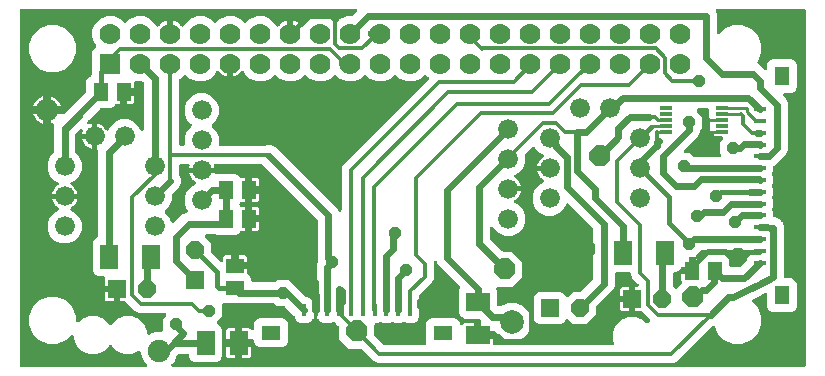
<source format=gbr>
G04 EAGLE Gerber RS-274X export*
G75*
%MOMM*%
%FSLAX34Y34*%
%LPD*%
%INTop Copper*%
%IPPOS*%
%AMOC8*
5,1,8,0,0,1.08239X$1,22.5*%
G01*
%ADD10R,1.524000X1.524000*%
%ADD11P,1.649562X8X112.500000*%
%ADD12R,1.300000X1.500000*%
%ADD13R,1.500000X1.300000*%
%ADD14R,1.500000X2.100000*%
%ADD15P,1.649562X8X22.500000*%
%ADD16C,1.900000*%
%ADD17R,1.650000X1.300000*%
%ADD18R,0.300000X1.000000*%
%ADD19R,1.300000X1.650000*%
%ADD20R,1.000000X0.300000*%
%ADD21R,2.000000X1.600000*%
%ADD22R,1.600000X2.000000*%
%ADD23R,1.778000X1.778000*%
%ADD24C,1.778000*%
%ADD25C,1.676400*%
%ADD26C,2.000000*%
%ADD27R,1.020000X0.300000*%
%ADD28C,0.406400*%
%ADD29C,0.609600*%
%ADD30P,1.924489X8X22.500000*%
%ADD31C,0.304800*%
%ADD32P,1.082390X8X22.500000*%
%ADD33P,1.623585X8X22.500000*%
%ADD34C,0.254000*%
%ADD35C,1.000000*%
%ADD36C,0.508000*%

G36*
X659657Y274840D02*
X659657Y274840D01*
X659757Y274842D01*
X659829Y274860D01*
X659903Y274869D01*
X659997Y274902D01*
X660095Y274927D01*
X660161Y274961D01*
X660231Y274986D01*
X660315Y275041D01*
X660405Y275087D01*
X660461Y275135D01*
X660524Y275175D01*
X660594Y275247D01*
X660670Y275312D01*
X660714Y275372D01*
X660766Y275426D01*
X660818Y275512D01*
X660877Y275593D01*
X660907Y275661D01*
X660945Y275725D01*
X660976Y275821D01*
X661015Y275913D01*
X661028Y275986D01*
X661051Y276057D01*
X661059Y276157D01*
X661077Y276256D01*
X661073Y276330D01*
X661079Y276404D01*
X661064Y276504D01*
X661059Y276604D01*
X661038Y276675D01*
X661027Y276749D01*
X660990Y276842D01*
X660962Y276939D01*
X660926Y277004D01*
X660899Y277073D01*
X660841Y277155D01*
X660792Y277243D01*
X660727Y277319D01*
X660700Y277359D01*
X660673Y277383D01*
X660634Y277429D01*
X658100Y279963D01*
X655725Y285696D01*
X655725Y286680D01*
X655708Y286829D01*
X655696Y286979D01*
X655688Y287002D01*
X655685Y287026D01*
X655635Y287167D01*
X655589Y287310D01*
X655576Y287331D01*
X655568Y287354D01*
X655486Y287480D01*
X655409Y287609D01*
X655392Y287626D01*
X655379Y287647D01*
X655270Y287752D01*
X655166Y287859D01*
X655146Y287872D01*
X655128Y287889D01*
X654999Y287966D01*
X654873Y288047D01*
X654850Y288055D01*
X654829Y288068D01*
X654686Y288113D01*
X654544Y288164D01*
X654520Y288167D01*
X654497Y288174D01*
X654348Y288186D01*
X654198Y288203D01*
X654174Y288200D01*
X654150Y288202D01*
X654001Y288180D01*
X653852Y288162D01*
X653824Y288153D01*
X653805Y288150D01*
X653761Y288133D01*
X653619Y288087D01*
X648362Y285909D01*
X641958Y285909D01*
X636042Y288360D01*
X631480Y292922D01*
X631448Y292965D01*
X631412Y293030D01*
X631344Y293104D01*
X631284Y293185D01*
X631228Y293233D01*
X631178Y293288D01*
X631095Y293345D01*
X631018Y293410D01*
X630952Y293444D01*
X630891Y293486D01*
X630798Y293523D01*
X630708Y293569D01*
X630636Y293587D01*
X630567Y293614D01*
X630467Y293629D01*
X630370Y293653D01*
X630296Y293654D01*
X630222Y293665D01*
X630122Y293656D01*
X630021Y293658D01*
X629949Y293642D01*
X629875Y293636D01*
X629779Y293605D01*
X629681Y293583D01*
X629614Y293551D01*
X629543Y293529D01*
X629457Y293477D01*
X629366Y293434D01*
X629308Y293387D01*
X629245Y293349D01*
X629172Y293279D01*
X629094Y293216D01*
X629048Y293158D01*
X628995Y293106D01*
X628940Y293022D01*
X628878Y292943D01*
X628867Y292920D01*
X624306Y288360D01*
X618390Y285909D01*
X611986Y285909D01*
X606070Y288360D01*
X601542Y292888D01*
X599091Y298804D01*
X599091Y300646D01*
X599080Y300746D01*
X599078Y300846D01*
X599060Y300919D01*
X599051Y300993D01*
X599018Y301087D01*
X598993Y301184D01*
X598959Y301251D01*
X598934Y301321D01*
X598879Y301405D01*
X598833Y301494D01*
X598785Y301551D01*
X598745Y301613D01*
X598673Y301683D01*
X598608Y301760D01*
X598548Y301804D01*
X598494Y301856D01*
X598408Y301907D01*
X598327Y301967D01*
X598259Y301996D01*
X598195Y302034D01*
X598099Y302065D01*
X598007Y302105D01*
X597934Y302118D01*
X597863Y302141D01*
X597763Y302149D01*
X597664Y302167D01*
X597590Y302163D01*
X597516Y302169D01*
X597416Y302154D01*
X597316Y302149D01*
X597245Y302128D01*
X597171Y302117D01*
X597078Y302080D01*
X596981Y302052D01*
X596916Y302016D01*
X596847Y301988D01*
X596765Y301931D01*
X596677Y301882D01*
X596601Y301817D01*
X596561Y301789D01*
X596537Y301763D01*
X596491Y301723D01*
X592342Y297575D01*
X585048Y294553D01*
X577152Y294553D01*
X569858Y297575D01*
X564275Y303158D01*
X561253Y310452D01*
X561253Y318348D01*
X564275Y325642D01*
X569858Y331225D01*
X577152Y334247D01*
X585048Y334247D01*
X592342Y331225D01*
X597925Y325642D01*
X600947Y318348D01*
X600947Y314206D01*
X600958Y314107D01*
X600960Y314006D01*
X600978Y313934D01*
X600987Y313860D01*
X601020Y313766D01*
X601045Y313668D01*
X601079Y313602D01*
X601104Y313532D01*
X601159Y313448D01*
X601205Y313358D01*
X601253Y313302D01*
X601293Y313239D01*
X601365Y313169D01*
X601430Y313093D01*
X601490Y313049D01*
X601544Y312997D01*
X601630Y312946D01*
X601711Y312886D01*
X601779Y312856D01*
X601843Y312818D01*
X601939Y312788D01*
X602031Y312748D01*
X602104Y312735D01*
X602175Y312712D01*
X602275Y312704D01*
X602374Y312686D01*
X602448Y312690D01*
X602522Y312684D01*
X602622Y312699D01*
X602722Y312704D01*
X602793Y312725D01*
X602867Y312736D01*
X602960Y312773D01*
X603057Y312801D01*
X603122Y312837D01*
X603191Y312864D01*
X603273Y312922D01*
X603361Y312971D01*
X603437Y313036D01*
X603477Y313063D01*
X603501Y313090D01*
X603547Y313129D01*
X606070Y315652D01*
X611986Y318103D01*
X618390Y318103D01*
X624306Y315652D01*
X628868Y311090D01*
X628900Y311047D01*
X628936Y310983D01*
X629003Y310908D01*
X629063Y310827D01*
X629120Y310779D01*
X629170Y310724D01*
X629253Y310667D01*
X629329Y310602D01*
X629396Y310568D01*
X629457Y310526D01*
X629550Y310489D01*
X629640Y310443D01*
X629712Y310425D01*
X629781Y310398D01*
X629880Y310384D01*
X629978Y310359D01*
X630052Y310358D01*
X630125Y310347D01*
X630226Y310356D01*
X630326Y310354D01*
X630399Y310370D01*
X630473Y310376D01*
X630569Y310407D01*
X630667Y310429D01*
X630734Y310460D01*
X630804Y310483D01*
X630891Y310535D01*
X630982Y310578D01*
X631039Y310624D01*
X631103Y310663D01*
X631175Y310733D01*
X631254Y310796D01*
X631300Y310854D01*
X631353Y310906D01*
X631408Y310990D01*
X631470Y311069D01*
X631481Y311092D01*
X636042Y315652D01*
X641958Y318103D01*
X648362Y318103D01*
X654278Y315652D01*
X658806Y311124D01*
X661257Y305208D01*
X661257Y303790D01*
X661274Y303641D01*
X661286Y303491D01*
X661294Y303468D01*
X661297Y303444D01*
X661347Y303303D01*
X661393Y303159D01*
X661406Y303139D01*
X661414Y303116D01*
X661496Y302989D01*
X661573Y302861D01*
X661590Y302844D01*
X661603Y302823D01*
X661712Y302718D01*
X661816Y302611D01*
X661836Y302598D01*
X661854Y302581D01*
X661983Y302504D01*
X662109Y302423D01*
X662132Y302415D01*
X662153Y302402D01*
X662296Y302356D01*
X662438Y302306D01*
X662462Y302303D01*
X662485Y302296D01*
X662634Y302284D01*
X662784Y302267D01*
X662808Y302270D01*
X662832Y302268D01*
X662981Y302290D01*
X663130Y302308D01*
X663158Y302317D01*
X663177Y302320D01*
X663221Y302337D01*
X663363Y302383D01*
X668220Y304395D01*
X672931Y304395D01*
X673033Y304407D01*
X673136Y304409D01*
X673206Y304426D01*
X673277Y304435D01*
X673374Y304469D01*
X673474Y304495D01*
X673537Y304528D01*
X673605Y304552D01*
X673692Y304608D01*
X673783Y304655D01*
X673837Y304702D01*
X673898Y304741D01*
X673969Y304815D01*
X674048Y304882D01*
X674090Y304940D01*
X674140Y304992D01*
X674193Y305080D01*
X674254Y305163D01*
X674282Y305229D01*
X674319Y305291D01*
X674350Y305389D01*
X674391Y305484D01*
X674403Y305554D01*
X674425Y305623D01*
X674430Y305679D01*
X674433Y305726D01*
X674451Y305827D01*
X674447Y305898D01*
X674449Y305923D01*
X674453Y305970D01*
X674449Y305995D01*
X674449Y315746D01*
X676904Y318201D01*
X676966Y318279D01*
X677036Y318352D01*
X677074Y318416D01*
X677120Y318474D01*
X677163Y318565D01*
X677215Y318651D01*
X677238Y318722D01*
X677269Y318789D01*
X677290Y318887D01*
X677321Y318983D01*
X677327Y319057D01*
X677343Y319130D01*
X677341Y319230D01*
X677349Y319330D01*
X677338Y319404D01*
X677337Y319478D01*
X677312Y319575D01*
X677297Y319675D01*
X677270Y319744D01*
X677252Y319816D01*
X677206Y319905D01*
X677169Y319999D01*
X677126Y320060D01*
X677092Y320126D01*
X677027Y320202D01*
X676970Y320285D01*
X676915Y320335D01*
X676866Y320391D01*
X676785Y320451D01*
X676711Y320518D01*
X676646Y320554D01*
X676586Y320599D01*
X676494Y320638D01*
X676406Y320687D01*
X676334Y320707D01*
X676266Y320737D01*
X676167Y320754D01*
X676070Y320782D01*
X675970Y320790D01*
X675923Y320798D01*
X675887Y320796D01*
X675827Y320801D01*
X654088Y320801D01*
X651287Y321962D01*
X643241Y330007D01*
X643142Y330086D01*
X643049Y330170D01*
X643006Y330194D01*
X642968Y330224D01*
X642854Y330278D01*
X642743Y330339D01*
X642697Y330352D01*
X642653Y330373D01*
X642530Y330399D01*
X642408Y330434D01*
X642347Y330439D01*
X642313Y330446D01*
X642265Y330445D01*
X642164Y330453D01*
X637793Y330453D01*
X637793Y339598D01*
X637790Y339624D01*
X637792Y339650D01*
X637770Y339797D01*
X637753Y339944D01*
X637745Y339969D01*
X637741Y339995D01*
X637686Y340132D01*
X637636Y340272D01*
X637622Y340294D01*
X637612Y340319D01*
X637527Y340440D01*
X637447Y340565D01*
X637428Y340583D01*
X637413Y340605D01*
X637303Y340704D01*
X637196Y340807D01*
X637174Y340821D01*
X637154Y340838D01*
X637024Y340910D01*
X636897Y340986D01*
X636872Y340994D01*
X636849Y341007D01*
X636706Y341047D01*
X636565Y341092D01*
X636539Y341094D01*
X636514Y341101D01*
X636270Y341121D01*
X635761Y341121D01*
X635761Y341630D01*
X635758Y341656D01*
X635760Y341682D01*
X635738Y341829D01*
X635721Y341976D01*
X635712Y342001D01*
X635708Y342027D01*
X635654Y342165D01*
X635604Y342304D01*
X635589Y342326D01*
X635580Y342351D01*
X635495Y342472D01*
X635415Y342597D01*
X635396Y342615D01*
X635381Y342637D01*
X635271Y342736D01*
X635164Y342839D01*
X635141Y342853D01*
X635122Y342870D01*
X634992Y342942D01*
X634865Y343018D01*
X634840Y343026D01*
X634817Y343039D01*
X634674Y343079D01*
X634533Y343124D01*
X634507Y343126D01*
X634482Y343134D01*
X634238Y343153D01*
X625093Y343153D01*
X625093Y348569D01*
X625266Y349215D01*
X625384Y349418D01*
X625414Y349488D01*
X625453Y349553D01*
X625483Y349647D01*
X625523Y349738D01*
X625536Y349813D01*
X625559Y349885D01*
X625567Y349984D01*
X625585Y350081D01*
X625581Y350157D01*
X625587Y350232D01*
X625573Y350330D01*
X625568Y350429D01*
X625547Y350502D01*
X625536Y350577D01*
X625499Y350669D01*
X625472Y350764D01*
X625435Y350830D01*
X625407Y350901D01*
X625350Y350982D01*
X625302Y351069D01*
X625251Y351125D01*
X625208Y351187D01*
X625134Y351253D01*
X625068Y351327D01*
X625005Y351370D01*
X624949Y351420D01*
X624862Y351468D01*
X624781Y351524D01*
X624710Y351552D01*
X624644Y351589D01*
X624549Y351616D01*
X624457Y351652D01*
X624382Y351663D01*
X624309Y351684D01*
X624158Y351696D01*
X624112Y351703D01*
X624093Y351701D01*
X624065Y351703D01*
X619971Y351703D01*
X617730Y352631D01*
X616015Y354346D01*
X615087Y356587D01*
X615087Y380013D01*
X616015Y382254D01*
X617730Y383969D01*
X618599Y384328D01*
X618666Y384365D01*
X618737Y384394D01*
X618817Y384450D01*
X618904Y384498D01*
X618960Y384549D01*
X619023Y384593D01*
X619089Y384666D01*
X619162Y384732D01*
X619205Y384795D01*
X619256Y384851D01*
X619304Y384938D01*
X619360Y385018D01*
X619388Y385089D01*
X619425Y385156D01*
X619452Y385251D01*
X619488Y385343D01*
X619499Y385418D01*
X619520Y385492D01*
X619532Y385641D01*
X619539Y385687D01*
X619537Y385707D01*
X619539Y385736D01*
X619539Y457759D01*
X619523Y457904D01*
X619511Y458049D01*
X619503Y458077D01*
X619499Y458106D01*
X619450Y458242D01*
X619406Y458382D01*
X619392Y458406D01*
X619382Y458434D01*
X619303Y458556D01*
X619229Y458681D01*
X619209Y458702D01*
X619193Y458727D01*
X619088Y458828D01*
X618987Y458933D01*
X618963Y458949D01*
X618961Y458950D01*
X618961Y469428D01*
X618958Y469454D01*
X618960Y469480D01*
X618938Y469627D01*
X618921Y469774D01*
X618913Y469799D01*
X618909Y469825D01*
X618854Y469962D01*
X618804Y470102D01*
X618790Y470124D01*
X618780Y470149D01*
X618771Y470161D01*
X618826Y470253D01*
X618834Y470278D01*
X618847Y470301D01*
X618887Y470444D01*
X618932Y470585D01*
X618934Y470611D01*
X618942Y470636D01*
X618961Y470880D01*
X618961Y480857D01*
X619270Y480808D01*
X620905Y480276D01*
X622437Y479496D01*
X623828Y478485D01*
X625043Y477270D01*
X626054Y475879D01*
X626075Y475838D01*
X626097Y475804D01*
X626114Y475766D01*
X626193Y475659D01*
X626268Y475547D01*
X626297Y475519D01*
X626322Y475487D01*
X626424Y475400D01*
X626521Y475308D01*
X626556Y475288D01*
X626588Y475261D01*
X626707Y475201D01*
X626823Y475133D01*
X626862Y475121D01*
X626898Y475103D01*
X627027Y475070D01*
X627156Y475031D01*
X627197Y475028D01*
X627236Y475018D01*
X627370Y475017D01*
X627503Y475007D01*
X627544Y475014D01*
X627585Y475013D01*
X627715Y475042D01*
X627847Y475063D01*
X627885Y475079D01*
X627925Y475088D01*
X628046Y475145D01*
X628170Y475196D01*
X628203Y475220D01*
X628240Y475237D01*
X628345Y475321D01*
X628453Y475399D01*
X628480Y475429D01*
X628512Y475455D01*
X628595Y475560D01*
X628684Y475660D01*
X628703Y475696D01*
X628728Y475728D01*
X628840Y475946D01*
X629838Y478356D01*
X633910Y482428D01*
X639232Y484633D01*
X644992Y484633D01*
X650314Y482428D01*
X654386Y478356D01*
X655437Y475820D01*
X655461Y475776D01*
X655478Y475729D01*
X655546Y475624D01*
X655606Y475515D01*
X655640Y475478D01*
X655667Y475436D01*
X655757Y475349D01*
X655840Y475257D01*
X655882Y475229D01*
X655918Y475194D01*
X656025Y475130D01*
X656127Y475059D01*
X656174Y475041D01*
X656217Y475015D01*
X656335Y474977D01*
X656451Y474931D01*
X656501Y474924D01*
X656549Y474909D01*
X656673Y474899D01*
X656796Y474880D01*
X656846Y474885D01*
X656896Y474881D01*
X657019Y474899D01*
X657143Y474909D01*
X657191Y474925D01*
X657241Y474932D01*
X657356Y474978D01*
X657475Y475016D01*
X657518Y475042D01*
X657565Y475061D01*
X657667Y475132D01*
X657773Y475196D01*
X657810Y475231D01*
X657851Y475260D01*
X657934Y475352D01*
X658023Y475439D01*
X658051Y475481D01*
X658084Y475519D01*
X658144Y475628D01*
X658212Y475732D01*
X658229Y475780D01*
X658253Y475824D01*
X658287Y475944D01*
X658328Y476061D01*
X658334Y476111D01*
X658348Y476159D01*
X658367Y476403D01*
X658367Y514969D01*
X658353Y515095D01*
X658346Y515221D01*
X658333Y515267D01*
X658327Y515315D01*
X658285Y515434D01*
X658250Y515556D01*
X658226Y515598D01*
X658210Y515643D01*
X658141Y515750D01*
X658080Y515860D01*
X658040Y515906D01*
X658021Y515936D01*
X657986Y515970D01*
X657921Y516046D01*
X657700Y516267D01*
X657601Y516346D01*
X657507Y516430D01*
X657465Y516454D01*
X657427Y516484D01*
X657313Y516538D01*
X657202Y516599D01*
X657156Y516612D01*
X657112Y516633D01*
X656989Y516659D01*
X656867Y516694D01*
X656806Y516699D01*
X656771Y516706D01*
X656723Y516705D01*
X656623Y516713D01*
X652166Y516713D01*
X652057Y516748D01*
X652033Y516750D01*
X652010Y516757D01*
X651860Y516764D01*
X651710Y516776D01*
X651686Y516773D01*
X651662Y516774D01*
X651514Y516747D01*
X651365Y516724D01*
X651343Y516716D01*
X651319Y516711D01*
X651181Y516651D01*
X651041Y516596D01*
X651022Y516582D01*
X650999Y516572D01*
X650878Y516483D01*
X650755Y516397D01*
X650739Y516379D01*
X650720Y516365D01*
X650622Y516250D01*
X650522Y516138D01*
X650510Y516117D01*
X650494Y516099D01*
X650426Y515965D01*
X650353Y515833D01*
X650347Y515810D01*
X650336Y515788D01*
X650299Y515643D01*
X650258Y515498D01*
X650256Y515469D01*
X650251Y515450D01*
X650251Y515403D01*
X650239Y515254D01*
X650239Y510793D01*
X642722Y510793D01*
X642696Y510790D01*
X642670Y510792D01*
X642523Y510770D01*
X642376Y510753D01*
X642351Y510744D01*
X642325Y510741D01*
X642187Y510686D01*
X642048Y510636D01*
X642026Y510622D01*
X642001Y510612D01*
X641880Y510527D01*
X641755Y510447D01*
X641737Y510428D01*
X641715Y510413D01*
X641616Y510303D01*
X641513Y510196D01*
X641499Y510174D01*
X641482Y510154D01*
X641410Y510024D01*
X641334Y509897D01*
X641326Y509872D01*
X641313Y509849D01*
X641273Y509706D01*
X641228Y509565D01*
X641226Y509539D01*
X641218Y509514D01*
X641199Y509270D01*
X641199Y507745D01*
X639674Y507745D01*
X639648Y507742D01*
X639622Y507744D01*
X639475Y507722D01*
X639328Y507705D01*
X639303Y507696D01*
X639277Y507693D01*
X639139Y507638D01*
X639000Y507588D01*
X638978Y507574D01*
X638953Y507564D01*
X638832Y507479D01*
X638707Y507399D01*
X638689Y507380D01*
X638667Y507365D01*
X638568Y507255D01*
X638465Y507148D01*
X638451Y507126D01*
X638434Y507106D01*
X638362Y506976D01*
X638286Y506849D01*
X638278Y506824D01*
X638265Y506801D01*
X638225Y506658D01*
X638180Y506517D01*
X638178Y506491D01*
X638170Y506466D01*
X638151Y506222D01*
X638151Y497705D01*
X635262Y497705D01*
X635186Y497697D01*
X635110Y497698D01*
X635014Y497677D01*
X634916Y497665D01*
X634844Y497640D01*
X634770Y497623D01*
X634681Y497581D01*
X634588Y497548D01*
X634524Y497506D01*
X634455Y497474D01*
X634378Y497412D01*
X634295Y497359D01*
X634242Y497304D01*
X634182Y497256D01*
X634121Y497179D01*
X634053Y497108D01*
X634014Y497043D01*
X633967Y496983D01*
X633898Y496849D01*
X633874Y496809D01*
X633870Y496796D01*
X632152Y495077D01*
X629911Y494149D01*
X622165Y494149D01*
X622039Y494135D01*
X621913Y494128D01*
X621867Y494115D01*
X621819Y494109D01*
X621700Y494067D01*
X621578Y494032D01*
X621536Y494008D01*
X621491Y493992D01*
X621384Y493923D01*
X621274Y493862D01*
X621228Y493822D01*
X621198Y493803D01*
X621164Y493768D01*
X621088Y493703D01*
X611559Y484175D01*
X611558Y484173D01*
X611556Y484172D01*
X611446Y484032D01*
X611343Y483902D01*
X611342Y483900D01*
X611341Y483898D01*
X611229Y483681D01*
X610852Y482770D01*
X610836Y482755D01*
X610768Y482668D01*
X610692Y482587D01*
X610660Y482532D01*
X610620Y482482D01*
X610572Y482382D01*
X610517Y482286D01*
X610498Y482224D01*
X610471Y482166D01*
X610447Y482059D01*
X610415Y481953D01*
X610411Y481888D01*
X610397Y481826D01*
X610399Y481715D01*
X610392Y481605D01*
X610402Y481542D01*
X610403Y481477D01*
X610430Y481370D01*
X610448Y481261D01*
X610473Y481202D01*
X610488Y481139D01*
X610539Y481041D01*
X610581Y480939D01*
X610618Y480887D01*
X610648Y480830D01*
X610719Y480745D01*
X610784Y480655D01*
X610832Y480613D01*
X610874Y480564D01*
X610963Y480498D01*
X611046Y480425D01*
X611102Y480395D01*
X611154Y480357D01*
X611256Y480313D01*
X611353Y480261D01*
X611415Y480244D01*
X611474Y480219D01*
X611583Y480199D01*
X611690Y480171D01*
X611754Y480169D01*
X611817Y480157D01*
X611927Y480163D01*
X612038Y480159D01*
X612101Y480172D01*
X612165Y480175D01*
X612271Y480206D01*
X612380Y480227D01*
X612424Y480246D01*
X614154Y480808D01*
X614463Y480857D01*
X614463Y472403D01*
X606009Y472403D01*
X606058Y472712D01*
X606619Y474438D01*
X606631Y474464D01*
X606645Y474527D01*
X606667Y474587D01*
X606681Y474696D01*
X606705Y474804D01*
X606704Y474868D01*
X606712Y474932D01*
X606701Y475043D01*
X606699Y475153D01*
X606683Y475215D01*
X606676Y475279D01*
X606641Y475384D01*
X606614Y475491D01*
X606584Y475548D01*
X606563Y475609D01*
X606505Y475702D01*
X606454Y475801D01*
X606412Y475850D01*
X606378Y475904D01*
X606300Y475982D01*
X606228Y476066D01*
X606176Y476104D01*
X606131Y476150D01*
X606037Y476207D01*
X605948Y476273D01*
X605889Y476299D01*
X605834Y476332D01*
X605729Y476367D01*
X605628Y476411D01*
X605565Y476423D01*
X605504Y476443D01*
X605394Y476453D01*
X605285Y476473D01*
X605221Y476470D01*
X605157Y476476D01*
X605047Y476461D01*
X604937Y476455D01*
X604875Y476437D01*
X604811Y476428D01*
X604708Y476389D01*
X604602Y476358D01*
X604546Y476327D01*
X604486Y476304D01*
X604394Y476242D01*
X604298Y476188D01*
X604234Y476134D01*
X604197Y476109D01*
X604169Y476079D01*
X604112Y476030D01*
X600903Y472821D01*
X600824Y472722D01*
X600740Y472628D01*
X600716Y472586D01*
X600686Y472548D01*
X600632Y472434D01*
X600571Y472323D01*
X600558Y472277D01*
X600537Y472233D01*
X600511Y472110D01*
X600476Y471988D01*
X600471Y471927D01*
X600464Y471892D01*
X600465Y471844D01*
X600457Y471744D01*
X600457Y456716D01*
X600471Y456591D01*
X600478Y456464D01*
X600491Y456418D01*
X600497Y456370D01*
X600539Y456251D01*
X600574Y456130D01*
X600598Y456087D01*
X600614Y456042D01*
X600683Y455936D01*
X600744Y455825D01*
X600784Y455779D01*
X600803Y455749D01*
X600838Y455716D01*
X600903Y455639D01*
X603586Y452956D01*
X605791Y447634D01*
X605791Y441874D01*
X603586Y436552D01*
X599514Y432480D01*
X597104Y431482D01*
X597068Y431462D01*
X597030Y431448D01*
X596916Y431377D01*
X596799Y431312D01*
X596769Y431285D01*
X596735Y431263D01*
X596640Y431168D01*
X596541Y431078D01*
X596518Y431044D01*
X596489Y431015D01*
X596419Y430902D01*
X596343Y430791D01*
X596328Y430753D01*
X596307Y430719D01*
X596264Y430592D01*
X596215Y430467D01*
X596209Y430427D01*
X596196Y430388D01*
X596184Y430255D01*
X596165Y430122D01*
X596168Y430082D01*
X596164Y430041D01*
X596182Y429909D01*
X596193Y429775D01*
X596206Y429736D01*
X596212Y429696D01*
X596259Y429571D01*
X596301Y429443D01*
X596322Y429408D01*
X596336Y429370D01*
X596411Y429260D01*
X596480Y429145D01*
X596509Y429115D01*
X596532Y429082D01*
X596630Y428991D01*
X596723Y428895D01*
X596757Y428873D01*
X596787Y428845D01*
X596996Y428717D01*
X597037Y428696D01*
X598428Y427685D01*
X599643Y426470D01*
X600654Y425079D01*
X601434Y423547D01*
X601966Y421912D01*
X602015Y421603D01*
X592038Y421603D01*
X592012Y421600D01*
X591986Y421602D01*
X591839Y421580D01*
X591692Y421563D01*
X591667Y421555D01*
X591641Y421551D01*
X591504Y421496D01*
X591364Y421446D01*
X591342Y421432D01*
X591317Y421422D01*
X591305Y421413D01*
X591213Y421468D01*
X591188Y421476D01*
X591165Y421489D01*
X591022Y421529D01*
X590881Y421574D01*
X590855Y421576D01*
X590830Y421584D01*
X590586Y421603D01*
X580609Y421603D01*
X580658Y421912D01*
X581190Y423547D01*
X581970Y425079D01*
X582981Y426470D01*
X584196Y427685D01*
X585587Y428696D01*
X585628Y428717D01*
X585662Y428739D01*
X585700Y428756D01*
X585807Y428836D01*
X585919Y428909D01*
X585947Y428939D01*
X585980Y428964D01*
X586066Y429066D01*
X586158Y429163D01*
X586178Y429198D01*
X586205Y429230D01*
X586266Y429349D01*
X586333Y429464D01*
X586345Y429504D01*
X586363Y429540D01*
X586396Y429669D01*
X586435Y429798D01*
X586438Y429838D01*
X586448Y429878D01*
X586449Y430012D01*
X586459Y430145D01*
X586452Y430186D01*
X586453Y430227D01*
X586424Y430357D01*
X586403Y430489D01*
X586387Y430527D01*
X586378Y430567D01*
X586321Y430688D01*
X586270Y430812D01*
X586246Y430845D01*
X586229Y430882D01*
X586145Y430986D01*
X586067Y431095D01*
X586037Y431122D01*
X586011Y431154D01*
X585906Y431237D01*
X585806Y431325D01*
X585770Y431345D01*
X585738Y431370D01*
X585520Y431482D01*
X583110Y432480D01*
X579038Y436552D01*
X576833Y441874D01*
X576833Y447634D01*
X579038Y452956D01*
X581721Y455639D01*
X581800Y455738D01*
X581884Y455832D01*
X581908Y455874D01*
X581938Y455912D01*
X581992Y456026D01*
X582053Y456137D01*
X582066Y456184D01*
X582087Y456227D01*
X582113Y456351D01*
X582148Y456472D01*
X582153Y456533D01*
X582160Y456568D01*
X582159Y456616D01*
X582167Y456716D01*
X582167Y478679D01*
X582370Y479167D01*
X582381Y479207D01*
X582399Y479243D01*
X582429Y479374D01*
X582465Y479503D01*
X582467Y479543D01*
X582476Y479583D01*
X582476Y479717D01*
X582482Y479851D01*
X582475Y479891D01*
X582475Y479931D01*
X582444Y480062D01*
X582420Y480194D01*
X582403Y480231D01*
X582394Y480271D01*
X582334Y480390D01*
X582281Y480513D01*
X582257Y480546D01*
X582238Y480582D01*
X582153Y480686D01*
X582073Y480793D01*
X582042Y480819D01*
X582016Y480851D01*
X581909Y480932D01*
X581807Y481018D01*
X581771Y481037D01*
X581738Y481061D01*
X581616Y481116D01*
X581497Y481177D01*
X581457Y481187D01*
X581420Y481203D01*
X581288Y481229D01*
X581159Y481261D01*
X581118Y481262D01*
X581078Y481269D01*
X580944Y481264D01*
X580810Y481266D01*
X580770Y481257D01*
X580730Y481256D01*
X580492Y481199D01*
X579373Y480836D01*
X579373Y489459D01*
X588492Y489459D01*
X588536Y489406D01*
X588614Y489303D01*
X588649Y489274D01*
X588678Y489239D01*
X588782Y489163D01*
X588881Y489080D01*
X588922Y489059D01*
X588959Y489032D01*
X589077Y488981D01*
X589193Y488923D01*
X589237Y488912D01*
X589279Y488894D01*
X589406Y488871D01*
X589531Y488841D01*
X589577Y488841D01*
X589622Y488833D01*
X589751Y488839D01*
X589880Y488838D01*
X589924Y488848D01*
X589970Y488851D01*
X590094Y488886D01*
X590220Y488915D01*
X590261Y488934D01*
X590305Y488947D01*
X590418Y489010D01*
X590534Y489066D01*
X590569Y489095D01*
X590609Y489117D01*
X590795Y489276D01*
X595994Y494475D01*
X609155Y507636D01*
X609234Y507735D01*
X609318Y507829D01*
X609342Y507871D01*
X609372Y507909D01*
X609426Y508023D01*
X609487Y508134D01*
X609500Y508180D01*
X609521Y508224D01*
X609547Y508347D01*
X609582Y508469D01*
X609587Y508530D01*
X609594Y508565D01*
X609593Y508613D01*
X609601Y508713D01*
X609601Y516459D01*
X610529Y518700D01*
X612244Y520415D01*
X613129Y520781D01*
X613196Y520818D01*
X613267Y520846D01*
X613347Y520902D01*
X613434Y520950D01*
X613490Y521002D01*
X613553Y521045D01*
X613619Y521118D01*
X613692Y521184D01*
X613735Y521247D01*
X613786Y521304D01*
X613834Y521390D01*
X613890Y521471D01*
X613918Y521542D01*
X613955Y521609D01*
X613982Y521704D01*
X614018Y521795D01*
X614029Y521871D01*
X614050Y521944D01*
X614062Y522093D01*
X614069Y522140D01*
X614067Y522159D01*
X614069Y522188D01*
X614069Y526145D01*
X614697Y527661D01*
X614698Y527663D01*
X614699Y527665D01*
X614745Y527827D01*
X614793Y527996D01*
X614793Y527998D01*
X614794Y528000D01*
X614813Y528244D01*
X614813Y541803D01*
X615741Y544044D01*
X617625Y545927D01*
X617641Y545947D01*
X617661Y545964D01*
X617749Y546084D01*
X617841Y546200D01*
X617852Y546223D01*
X617868Y546245D01*
X617927Y546381D01*
X617990Y546515D01*
X617996Y546540D01*
X618006Y546565D01*
X618032Y546711D01*
X618064Y546856D01*
X618063Y546882D01*
X618068Y546908D01*
X618060Y547056D01*
X618058Y547204D01*
X618051Y547229D01*
X618050Y547256D01*
X618009Y547398D01*
X617973Y547542D01*
X617961Y547565D01*
X617953Y547591D01*
X617881Y547720D01*
X617813Y547852D01*
X617796Y547872D01*
X617783Y547895D01*
X617625Y548081D01*
X617095Y548611D01*
X614813Y554119D01*
X614813Y560081D01*
X617095Y565589D01*
X621311Y569805D01*
X626819Y572087D01*
X632781Y572087D01*
X638289Y569805D01*
X641423Y566672D01*
X641443Y566655D01*
X641460Y566635D01*
X641580Y566547D01*
X641696Y566455D01*
X641720Y566444D01*
X641741Y566428D01*
X641877Y566369D01*
X642011Y566306D01*
X642037Y566300D01*
X642061Y566290D01*
X642207Y566264D01*
X642352Y566233D01*
X642378Y566233D01*
X642404Y566228D01*
X642552Y566236D01*
X642700Y566239D01*
X642726Y566245D01*
X642752Y566246D01*
X642894Y566287D01*
X643038Y566324D01*
X643061Y566336D01*
X643087Y566343D01*
X643216Y566415D01*
X643348Y566483D01*
X643368Y566500D01*
X643391Y566513D01*
X643577Y566672D01*
X646711Y569805D01*
X652219Y572087D01*
X658181Y572087D01*
X663689Y569805D01*
X667905Y565589D01*
X668583Y563953D01*
X668630Y563869D01*
X668667Y563781D01*
X668714Y563717D01*
X668752Y563648D01*
X668817Y563577D01*
X668873Y563500D01*
X668933Y563449D01*
X668986Y563390D01*
X669065Y563336D01*
X669138Y563273D01*
X669208Y563237D01*
X669273Y563192D01*
X669362Y563157D01*
X669447Y563113D01*
X669524Y563093D01*
X669597Y563064D01*
X669692Y563050D01*
X669785Y563026D01*
X669864Y563025D01*
X669942Y563013D01*
X670038Y563021D01*
X670133Y563019D01*
X670210Y563035D01*
X670289Y563042D01*
X670381Y563071D01*
X670474Y563091D01*
X670546Y563125D01*
X670621Y563149D01*
X670703Y563198D01*
X670790Y563239D01*
X670852Y563288D01*
X670920Y563329D01*
X670988Y563395D01*
X671063Y563455D01*
X671134Y563537D01*
X671170Y563572D01*
X671187Y563599D01*
X671223Y563640D01*
X671881Y564547D01*
X673153Y565819D01*
X674609Y566876D01*
X676212Y567693D01*
X677923Y568249D01*
X678101Y568277D01*
X678101Y558076D01*
X678104Y558050D01*
X678102Y558024D01*
X678124Y557877D01*
X678141Y557730D01*
X678149Y557705D01*
X678153Y557679D01*
X678208Y557542D01*
X678258Y557402D01*
X678272Y557380D01*
X678282Y557355D01*
X678367Y557234D01*
X678447Y557109D01*
X678466Y557091D01*
X678481Y557069D01*
X678591Y556970D01*
X678698Y556867D01*
X678720Y556853D01*
X678740Y556836D01*
X678870Y556764D01*
X678997Y556688D01*
X679022Y556680D01*
X679045Y556667D01*
X679188Y556627D01*
X679329Y556582D01*
X679355Y556580D01*
X679380Y556573D01*
X679624Y556553D01*
X681576Y556553D01*
X681602Y556556D01*
X681628Y556554D01*
X681775Y556576D01*
X681922Y556593D01*
X681947Y556602D01*
X681973Y556606D01*
X682111Y556660D01*
X682250Y556710D01*
X682272Y556725D01*
X682297Y556734D01*
X682418Y556819D01*
X682543Y556899D01*
X682561Y556918D01*
X682583Y556933D01*
X682682Y557043D01*
X682785Y557150D01*
X682799Y557173D01*
X682816Y557192D01*
X682888Y557322D01*
X682964Y557449D01*
X682972Y557474D01*
X682985Y557497D01*
X683025Y557640D01*
X683070Y557781D01*
X683072Y557807D01*
X683080Y557832D01*
X683099Y558076D01*
X683099Y568277D01*
X683277Y568249D01*
X684988Y567693D01*
X686591Y566876D01*
X688047Y565819D01*
X689319Y564547D01*
X689977Y563640D01*
X690042Y563570D01*
X690099Y563493D01*
X690159Y563442D01*
X690213Y563384D01*
X690292Y563330D01*
X690365Y563268D01*
X690436Y563232D01*
X690501Y563187D01*
X690590Y563153D01*
X690675Y563109D01*
X690752Y563090D01*
X690826Y563061D01*
X690921Y563048D01*
X691014Y563025D01*
X691093Y563024D01*
X691171Y563013D01*
X691266Y563021D01*
X691362Y563020D01*
X691440Y563037D01*
X691518Y563044D01*
X691609Y563074D01*
X691703Y563094D01*
X691774Y563128D01*
X691849Y563153D01*
X691931Y563203D01*
X692017Y563244D01*
X692079Y563293D01*
X692147Y563335D01*
X692215Y563402D01*
X692290Y563461D01*
X692339Y563524D01*
X692395Y563579D01*
X692446Y563660D01*
X692506Y563735D01*
X692555Y563832D01*
X692582Y563874D01*
X692592Y563905D01*
X692617Y563953D01*
X693295Y565589D01*
X697511Y569805D01*
X703019Y572087D01*
X708981Y572087D01*
X714489Y569805D01*
X717623Y566672D01*
X717643Y566655D01*
X717660Y566635D01*
X717780Y566547D01*
X717896Y566455D01*
X717920Y566444D01*
X717941Y566428D01*
X718077Y566369D01*
X718211Y566306D01*
X718237Y566300D01*
X718261Y566290D01*
X718407Y566264D01*
X718552Y566233D01*
X718578Y566233D01*
X718604Y566228D01*
X718752Y566236D01*
X718900Y566239D01*
X718926Y566245D01*
X718952Y566246D01*
X719094Y566287D01*
X719238Y566324D01*
X719261Y566336D01*
X719287Y566343D01*
X719416Y566415D01*
X719548Y566483D01*
X719568Y566500D01*
X719591Y566513D01*
X719777Y566672D01*
X722911Y569805D01*
X728419Y572087D01*
X734381Y572087D01*
X739889Y569805D01*
X743023Y566672D01*
X743043Y566655D01*
X743060Y566635D01*
X743180Y566547D01*
X743296Y566455D01*
X743320Y566444D01*
X743341Y566428D01*
X743477Y566369D01*
X743611Y566306D01*
X743637Y566300D01*
X743661Y566290D01*
X743807Y566264D01*
X743952Y566233D01*
X743978Y566233D01*
X744004Y566228D01*
X744152Y566236D01*
X744300Y566239D01*
X744326Y566245D01*
X744352Y566246D01*
X744494Y566287D01*
X744638Y566324D01*
X744661Y566336D01*
X744687Y566343D01*
X744816Y566415D01*
X744948Y566483D01*
X744968Y566500D01*
X744991Y566513D01*
X745177Y566672D01*
X748311Y569805D01*
X753819Y572087D01*
X759781Y572087D01*
X765289Y569805D01*
X769505Y565589D01*
X770183Y563953D01*
X770230Y563869D01*
X770267Y563781D01*
X770314Y563717D01*
X770352Y563648D01*
X770417Y563577D01*
X770473Y563500D01*
X770533Y563449D01*
X770586Y563390D01*
X770665Y563336D01*
X770738Y563273D01*
X770808Y563237D01*
X770873Y563192D01*
X770962Y563157D01*
X771047Y563113D01*
X771124Y563093D01*
X771197Y563064D01*
X771292Y563050D01*
X771385Y563026D01*
X771464Y563025D01*
X771542Y563013D01*
X771638Y563021D01*
X771733Y563019D01*
X771810Y563035D01*
X771889Y563042D01*
X771981Y563071D01*
X772074Y563091D01*
X772146Y563125D01*
X772221Y563149D01*
X772303Y563198D01*
X772390Y563239D01*
X772452Y563288D01*
X772520Y563329D01*
X772588Y563395D01*
X772663Y563455D01*
X772734Y563537D01*
X772770Y563572D01*
X772787Y563599D01*
X772823Y563640D01*
X773481Y564547D01*
X774753Y565819D01*
X776209Y566876D01*
X777812Y567693D01*
X779523Y568249D01*
X779701Y568277D01*
X779701Y558076D01*
X779704Y558050D01*
X779702Y558024D01*
X779724Y557877D01*
X779741Y557730D01*
X779749Y557705D01*
X779753Y557679D01*
X779808Y557542D01*
X779858Y557402D01*
X779872Y557380D01*
X779882Y557355D01*
X779967Y557234D01*
X780047Y557109D01*
X780066Y557091D01*
X780081Y557069D01*
X780191Y556970D01*
X780298Y556867D01*
X780320Y556853D01*
X780340Y556836D01*
X780470Y556764D01*
X780597Y556688D01*
X780622Y556680D01*
X780645Y556667D01*
X780788Y556627D01*
X780929Y556582D01*
X780955Y556580D01*
X780980Y556573D01*
X781224Y556553D01*
X783176Y556553D01*
X783202Y556556D01*
X783228Y556554D01*
X783375Y556576D01*
X783522Y556593D01*
X783547Y556602D01*
X783573Y556606D01*
X783711Y556660D01*
X783850Y556710D01*
X783872Y556725D01*
X783897Y556734D01*
X784018Y556819D01*
X784143Y556899D01*
X784161Y556918D01*
X784183Y556933D01*
X784282Y557043D01*
X784385Y557150D01*
X784399Y557173D01*
X784416Y557192D01*
X784488Y557322D01*
X784564Y557449D01*
X784572Y557474D01*
X784585Y557497D01*
X784625Y557640D01*
X784670Y557781D01*
X784672Y557807D01*
X784680Y557832D01*
X784699Y558076D01*
X784699Y568277D01*
X784877Y568249D01*
X786588Y567693D01*
X788191Y566876D01*
X789647Y565819D01*
X790919Y564547D01*
X791577Y563640D01*
X791642Y563570D01*
X791699Y563493D01*
X791759Y563442D01*
X791813Y563384D01*
X791892Y563330D01*
X791965Y563268D01*
X792036Y563232D01*
X792101Y563187D01*
X792190Y563153D01*
X792275Y563109D01*
X792352Y563090D01*
X792426Y563061D01*
X792521Y563048D01*
X792614Y563025D01*
X792693Y563024D01*
X792771Y563013D01*
X792866Y563021D01*
X792962Y563020D01*
X793040Y563037D01*
X793118Y563044D01*
X793209Y563074D01*
X793303Y563094D01*
X793374Y563128D01*
X793449Y563153D01*
X793531Y563203D01*
X793617Y563244D01*
X793679Y563293D01*
X793747Y563335D01*
X793815Y563402D01*
X793890Y563461D01*
X793939Y563524D01*
X793995Y563579D01*
X794046Y563660D01*
X794106Y563735D01*
X794155Y563832D01*
X794182Y563874D01*
X794192Y563905D01*
X794217Y563953D01*
X794895Y565589D01*
X799111Y569805D01*
X804619Y572087D01*
X810581Y572087D01*
X816089Y569805D01*
X819223Y566672D01*
X819243Y566655D01*
X819260Y566635D01*
X819380Y566547D01*
X819496Y566455D01*
X819520Y566444D01*
X819541Y566428D01*
X819677Y566369D01*
X819811Y566306D01*
X819837Y566300D01*
X819861Y566290D01*
X820007Y566264D01*
X820152Y566233D01*
X820178Y566233D01*
X820204Y566228D01*
X820352Y566236D01*
X820500Y566239D01*
X820526Y566245D01*
X820552Y566246D01*
X820694Y566287D01*
X820838Y566324D01*
X820861Y566336D01*
X820887Y566343D01*
X821016Y566415D01*
X821148Y566483D01*
X821168Y566500D01*
X821191Y566513D01*
X821377Y566672D01*
X824511Y569805D01*
X830019Y572087D01*
X834423Y572087D01*
X834549Y572101D01*
X834675Y572108D01*
X834721Y572121D01*
X834769Y572127D01*
X834888Y572169D01*
X835010Y572204D01*
X835052Y572228D01*
X835098Y572244D01*
X835204Y572313D01*
X835314Y572374D01*
X835360Y572414D01*
X835390Y572433D01*
X835424Y572468D01*
X835500Y572533D01*
X838470Y575503D01*
X838533Y575581D01*
X838603Y575654D01*
X838641Y575718D01*
X838687Y575776D01*
X838730Y575867D01*
X838781Y575953D01*
X838804Y576024D01*
X838836Y576091D01*
X838857Y576189D01*
X838888Y576285D01*
X838894Y576359D01*
X838909Y576432D01*
X838908Y576532D01*
X838916Y576632D01*
X838905Y576706D01*
X838903Y576780D01*
X838879Y576877D01*
X838864Y576977D01*
X838836Y577046D01*
X838818Y577118D01*
X838772Y577208D01*
X838735Y577301D01*
X838693Y577362D01*
X838659Y577428D01*
X838593Y577505D01*
X838536Y577587D01*
X838481Y577637D01*
X838433Y577693D01*
X838352Y577753D01*
X838277Y577820D01*
X838212Y577856D01*
X838153Y577901D01*
X838060Y577940D01*
X837972Y577989D01*
X837901Y578009D01*
X837832Y578039D01*
X837734Y578056D01*
X837637Y578084D01*
X837537Y578092D01*
X837489Y578100D01*
X837454Y578098D01*
X837393Y578103D01*
X554736Y578103D01*
X554710Y578100D01*
X554684Y578102D01*
X554537Y578080D01*
X554390Y578063D01*
X554365Y578055D01*
X554339Y578051D01*
X554201Y577996D01*
X554062Y577946D01*
X554040Y577932D01*
X554015Y577922D01*
X553894Y577837D01*
X553769Y577757D01*
X553751Y577738D01*
X553729Y577723D01*
X553630Y577613D01*
X553527Y577506D01*
X553513Y577484D01*
X553496Y577464D01*
X553424Y577334D01*
X553348Y577207D01*
X553340Y577182D01*
X553327Y577159D01*
X553287Y577016D01*
X553242Y576875D01*
X553240Y576849D01*
X553232Y576824D01*
X553213Y576580D01*
X553213Y276352D01*
X553216Y276326D01*
X553214Y276300D01*
X553236Y276153D01*
X553253Y276006D01*
X553261Y275981D01*
X553265Y275955D01*
X553320Y275817D01*
X553370Y275678D01*
X553384Y275656D01*
X553394Y275631D01*
X553479Y275510D01*
X553559Y275385D01*
X553578Y275367D01*
X553593Y275345D01*
X553703Y275246D01*
X553810Y275143D01*
X553832Y275129D01*
X553852Y275112D01*
X553982Y275040D01*
X554109Y274964D01*
X554134Y274956D01*
X554157Y274943D01*
X554300Y274903D01*
X554441Y274858D01*
X554467Y274856D01*
X554492Y274848D01*
X554736Y274829D01*
X659557Y274829D01*
X659657Y274840D01*
G37*
G36*
X1217194Y274832D02*
X1217194Y274832D01*
X1217220Y274830D01*
X1217367Y274852D01*
X1217514Y274869D01*
X1217539Y274877D01*
X1217565Y274881D01*
X1217703Y274936D01*
X1217842Y274986D01*
X1217864Y275000D01*
X1217889Y275010D01*
X1218010Y275095D01*
X1218135Y275175D01*
X1218153Y275194D01*
X1218175Y275209D01*
X1218274Y275319D01*
X1218377Y275426D01*
X1218391Y275448D01*
X1218408Y275468D01*
X1218480Y275598D01*
X1218556Y275725D01*
X1218564Y275750D01*
X1218577Y275773D01*
X1218617Y275916D01*
X1218662Y276057D01*
X1218664Y276083D01*
X1218672Y276108D01*
X1218691Y276352D01*
X1218691Y576580D01*
X1218688Y576606D01*
X1218690Y576632D01*
X1218668Y576779D01*
X1218651Y576926D01*
X1218643Y576951D01*
X1218639Y576977D01*
X1218584Y577115D01*
X1218534Y577254D01*
X1218520Y577276D01*
X1218510Y577301D01*
X1218425Y577422D01*
X1218345Y577547D01*
X1218326Y577565D01*
X1218311Y577587D01*
X1218201Y577686D01*
X1218094Y577789D01*
X1218072Y577803D01*
X1218052Y577820D01*
X1217922Y577892D01*
X1217795Y577968D01*
X1217770Y577976D01*
X1217747Y577989D01*
X1217604Y578029D01*
X1217463Y578074D01*
X1217437Y578076D01*
X1217412Y578084D01*
X1217168Y578103D01*
X1143897Y578103D01*
X1143748Y578086D01*
X1143598Y578074D01*
X1143575Y578066D01*
X1143551Y578063D01*
X1143410Y578013D01*
X1143266Y577967D01*
X1143246Y577954D01*
X1143223Y577946D01*
X1143096Y577864D01*
X1142968Y577787D01*
X1142950Y577770D01*
X1142930Y577757D01*
X1142825Y577649D01*
X1142718Y577544D01*
X1142705Y577524D01*
X1142688Y577506D01*
X1142611Y577377D01*
X1142529Y577251D01*
X1142521Y577228D01*
X1142509Y577207D01*
X1142463Y577064D01*
X1142413Y576922D01*
X1142410Y576898D01*
X1142403Y576875D01*
X1142391Y576726D01*
X1142374Y576576D01*
X1142377Y576552D01*
X1142375Y576528D01*
X1142397Y576379D01*
X1142415Y576230D01*
X1142424Y576202D01*
X1142426Y576183D01*
X1142444Y576139D01*
X1142490Y575997D01*
X1143389Y573827D01*
X1143389Y558434D01*
X1143400Y558334D01*
X1143402Y558234D01*
X1143420Y558161D01*
X1143429Y558087D01*
X1143462Y557993D01*
X1143487Y557896D01*
X1143521Y557829D01*
X1143546Y557759D01*
X1143601Y557675D01*
X1143647Y557586D01*
X1143695Y557529D01*
X1143735Y557467D01*
X1143807Y557397D01*
X1143872Y557320D01*
X1143932Y557276D01*
X1143986Y557224D01*
X1144072Y557173D01*
X1144153Y557113D01*
X1144221Y557084D01*
X1144285Y557046D01*
X1144381Y557015D01*
X1144473Y556975D01*
X1144546Y556962D01*
X1144617Y556939D01*
X1144717Y556931D01*
X1144816Y556913D01*
X1144890Y556917D01*
X1144964Y556911D01*
X1145064Y556926D01*
X1145164Y556931D01*
X1145235Y556952D01*
X1145309Y556963D01*
X1145402Y557000D01*
X1145499Y557028D01*
X1145564Y557064D01*
X1145633Y557092D01*
X1145715Y557149D01*
X1145803Y557198D01*
X1145879Y557263D01*
X1145919Y557291D01*
X1145943Y557317D01*
X1145989Y557357D01*
X1149858Y561225D01*
X1157152Y564247D01*
X1165048Y564247D01*
X1172342Y561225D01*
X1177925Y555642D01*
X1180947Y548348D01*
X1180947Y540452D01*
X1177925Y533156D01*
X1177917Y533131D01*
X1177905Y533108D01*
X1177870Y532964D01*
X1177829Y532821D01*
X1177828Y532795D01*
X1177821Y532769D01*
X1177819Y532621D01*
X1177812Y532473D01*
X1177817Y532447D01*
X1177816Y532421D01*
X1177848Y532276D01*
X1177875Y532130D01*
X1177885Y532106D01*
X1177891Y532081D01*
X1177954Y531947D01*
X1178013Y531811D01*
X1178029Y531790D01*
X1178040Y531766D01*
X1178133Y531650D01*
X1178221Y531531D01*
X1178241Y531514D01*
X1178258Y531493D01*
X1178374Y531402D01*
X1178487Y531306D01*
X1178511Y531294D01*
X1178531Y531278D01*
X1178749Y531166D01*
X1179168Y530993D01*
X1183683Y526478D01*
X1183761Y526415D01*
X1183834Y526345D01*
X1183898Y526307D01*
X1183956Y526261D01*
X1184047Y526218D01*
X1184133Y526167D01*
X1184204Y526144D01*
X1184271Y526112D01*
X1184369Y526091D01*
X1184465Y526060D01*
X1184539Y526054D01*
X1184612Y526039D01*
X1184712Y526040D01*
X1184812Y526032D01*
X1184886Y526043D01*
X1184960Y526045D01*
X1185057Y526069D01*
X1185157Y526084D01*
X1185226Y526112D01*
X1185298Y526130D01*
X1185388Y526176D01*
X1185481Y526213D01*
X1185542Y526255D01*
X1185608Y526289D01*
X1185685Y526355D01*
X1185767Y526412D01*
X1185817Y526467D01*
X1185873Y526515D01*
X1185933Y526596D01*
X1186000Y526671D01*
X1186036Y526736D01*
X1186081Y526795D01*
X1186120Y526888D01*
X1186169Y526976D01*
X1186189Y527047D01*
X1186219Y527115D01*
X1186236Y527214D01*
X1186264Y527311D01*
X1186272Y527411D01*
X1186280Y527459D01*
X1186278Y527494D01*
X1186283Y527555D01*
X1186283Y530457D01*
X1187211Y532698D01*
X1188926Y534413D01*
X1191167Y535341D01*
X1206593Y535341D01*
X1208834Y534413D01*
X1210549Y532698D01*
X1211477Y530457D01*
X1211477Y511531D01*
X1210549Y509290D01*
X1208834Y507575D01*
X1206593Y506647D01*
X1201095Y506647D01*
X1200995Y506636D01*
X1200895Y506634D01*
X1200822Y506616D01*
X1200749Y506607D01*
X1200654Y506574D01*
X1200557Y506549D01*
X1200490Y506515D01*
X1200420Y506490D01*
X1200336Y506435D01*
X1200247Y506389D01*
X1200190Y506341D01*
X1200128Y506301D01*
X1200058Y506229D01*
X1199981Y506164D01*
X1199937Y506104D01*
X1199885Y506050D01*
X1199834Y505964D01*
X1199774Y505883D01*
X1199745Y505815D01*
X1199707Y505751D01*
X1199676Y505655D01*
X1199636Y505563D01*
X1199623Y505490D01*
X1199600Y505419D01*
X1199592Y505319D01*
X1199575Y505220D01*
X1199578Y505146D01*
X1199572Y505072D01*
X1199587Y504972D01*
X1199592Y504872D01*
X1199613Y504801D01*
X1199624Y504727D01*
X1199661Y504634D01*
X1199689Y504537D01*
X1199725Y504472D01*
X1199753Y504403D01*
X1199810Y504321D01*
X1199859Y504233D01*
X1199924Y504157D01*
X1199952Y504117D01*
X1199978Y504093D01*
X1200018Y504047D01*
X1202315Y501750D01*
X1203707Y498389D01*
X1203707Y458175D01*
X1202314Y454814D01*
X1192992Y445491D01*
X1191917Y445046D01*
X1191850Y445009D01*
X1191779Y444981D01*
X1191698Y444925D01*
X1191612Y444877D01*
X1191556Y444825D01*
X1191493Y444782D01*
X1191427Y444709D01*
X1191354Y444643D01*
X1191311Y444580D01*
X1191260Y444523D01*
X1191212Y444437D01*
X1191156Y444356D01*
X1191128Y444285D01*
X1191091Y444218D01*
X1191064Y444123D01*
X1191028Y444032D01*
X1191017Y443956D01*
X1190996Y443883D01*
X1190984Y443734D01*
X1190977Y443687D01*
X1190979Y443668D01*
X1190977Y443639D01*
X1190977Y440531D01*
X1190271Y438827D01*
X1190236Y438705D01*
X1190194Y438586D01*
X1190188Y438538D01*
X1190175Y438492D01*
X1190169Y438366D01*
X1190155Y438240D01*
X1190160Y438192D01*
X1190158Y438144D01*
X1190181Y438020D01*
X1190196Y437894D01*
X1190214Y437836D01*
X1190221Y437801D01*
X1190240Y437757D01*
X1190271Y437661D01*
X1190977Y435957D01*
X1190977Y430531D01*
X1190271Y428827D01*
X1190236Y428705D01*
X1190194Y428586D01*
X1190188Y428538D01*
X1190175Y428492D01*
X1190169Y428366D01*
X1190155Y428240D01*
X1190160Y428192D01*
X1190158Y428144D01*
X1190181Y428020D01*
X1190196Y427894D01*
X1190214Y427836D01*
X1190221Y427801D01*
X1190240Y427757D01*
X1190271Y427661D01*
X1190977Y425957D01*
X1190977Y420531D01*
X1190271Y418827D01*
X1190236Y418705D01*
X1190194Y418586D01*
X1190188Y418538D01*
X1190175Y418492D01*
X1190169Y418366D01*
X1190155Y418240D01*
X1190160Y418192D01*
X1190158Y418144D01*
X1190181Y418020D01*
X1190196Y417894D01*
X1190214Y417836D01*
X1190221Y417801D01*
X1190240Y417757D01*
X1190271Y417661D01*
X1190977Y415957D01*
X1190977Y410531D01*
X1190271Y408827D01*
X1190236Y408705D01*
X1190194Y408586D01*
X1190188Y408538D01*
X1190175Y408492D01*
X1190169Y408366D01*
X1190155Y408240D01*
X1190160Y408192D01*
X1190158Y408144D01*
X1190181Y408020D01*
X1190196Y407894D01*
X1190214Y407836D01*
X1190221Y407801D01*
X1190240Y407757D01*
X1190271Y407661D01*
X1190977Y405957D01*
X1190977Y403098D01*
X1190980Y403072D01*
X1190978Y403046D01*
X1191000Y402899D01*
X1191017Y402752D01*
X1191025Y402727D01*
X1191029Y402701D01*
X1191084Y402563D01*
X1191134Y402424D01*
X1191148Y402402D01*
X1191158Y402377D01*
X1191243Y402256D01*
X1191323Y402131D01*
X1191342Y402113D01*
X1191357Y402091D01*
X1191467Y401992D01*
X1191574Y401889D01*
X1191596Y401875D01*
X1191616Y401858D01*
X1191746Y401786D01*
X1191873Y401710D01*
X1191898Y401702D01*
X1191921Y401689D01*
X1192064Y401649D01*
X1192205Y401604D01*
X1192231Y401602D01*
X1192256Y401594D01*
X1192500Y401575D01*
X1193079Y401575D01*
X1193162Y401540D01*
X1193280Y401507D01*
X1193395Y401465D01*
X1193461Y401455D01*
X1193498Y401444D01*
X1193544Y401442D01*
X1193637Y401428D01*
X1193727Y401422D01*
X1195012Y400778D01*
X1195049Y400765D01*
X1195111Y400733D01*
X1196440Y400183D01*
X1196504Y400119D01*
X1196600Y400043D01*
X1196690Y399960D01*
X1196747Y399926D01*
X1196777Y399902D01*
X1196819Y399882D01*
X1196899Y399834D01*
X1196980Y399793D01*
X1197922Y398707D01*
X1197951Y398680D01*
X1197996Y398627D01*
X1199013Y397610D01*
X1199047Y397527D01*
X1199107Y397420D01*
X1199158Y397309D01*
X1199198Y397255D01*
X1199216Y397222D01*
X1199248Y397187D01*
X1199303Y397112D01*
X1199362Y397044D01*
X1199816Y395680D01*
X1199833Y395644D01*
X1199854Y395578D01*
X1200405Y394249D01*
X1200405Y394159D01*
X1200419Y394037D01*
X1200424Y393915D01*
X1200440Y393850D01*
X1200445Y393812D01*
X1200460Y393769D01*
X1200483Y393678D01*
X1200511Y393592D01*
X1200409Y392158D01*
X1200410Y392118D01*
X1200405Y392049D01*
X1200405Y351710D01*
X1200410Y351667D01*
X1200410Y351588D01*
X1200437Y351242D01*
X1200464Y351105D01*
X1200485Y350967D01*
X1200498Y350934D01*
X1200505Y350900D01*
X1200562Y350773D01*
X1200614Y350643D01*
X1200634Y350614D01*
X1200648Y350582D01*
X1200733Y350472D01*
X1200813Y350357D01*
X1200839Y350334D01*
X1200860Y350306D01*
X1200968Y350217D01*
X1201072Y350124D01*
X1201102Y350107D01*
X1201129Y350084D01*
X1201255Y350023D01*
X1201377Y349955D01*
X1201410Y349946D01*
X1201442Y349930D01*
X1201578Y349898D01*
X1201712Y349860D01*
X1201755Y349857D01*
X1201781Y349851D01*
X1201831Y349851D01*
X1201956Y349841D01*
X1206593Y349841D01*
X1208834Y348913D01*
X1210549Y347198D01*
X1211477Y344957D01*
X1211477Y326031D01*
X1210549Y323790D01*
X1208834Y322075D01*
X1206593Y321147D01*
X1191167Y321147D01*
X1188926Y322075D01*
X1187211Y323790D01*
X1186283Y326031D01*
X1186283Y335973D01*
X1186279Y336010D01*
X1186281Y336047D01*
X1186259Y336183D01*
X1186243Y336319D01*
X1186231Y336354D01*
X1186225Y336391D01*
X1186172Y336518D01*
X1186126Y336647D01*
X1186106Y336679D01*
X1186092Y336713D01*
X1186011Y336825D01*
X1185937Y336940D01*
X1185910Y336966D01*
X1185888Y336996D01*
X1185785Y337087D01*
X1185686Y337182D01*
X1185654Y337202D01*
X1185626Y337226D01*
X1185505Y337291D01*
X1185387Y337361D01*
X1185352Y337373D01*
X1185319Y337390D01*
X1185186Y337426D01*
X1185055Y337468D01*
X1185018Y337471D01*
X1184982Y337480D01*
X1184845Y337484D01*
X1184708Y337496D01*
X1184671Y337490D01*
X1184634Y337491D01*
X1184499Y337464D01*
X1184363Y337444D01*
X1184329Y337430D01*
X1184292Y337423D01*
X1184066Y337329D01*
X1176973Y333700D01*
X1174136Y332248D01*
X1174061Y332199D01*
X1173981Y332158D01*
X1173916Y332102D01*
X1173846Y332055D01*
X1173784Y331990D01*
X1173716Y331932D01*
X1173665Y331863D01*
X1173607Y331801D01*
X1173562Y331724D01*
X1173509Y331652D01*
X1173475Y331573D01*
X1173432Y331500D01*
X1173406Y331414D01*
X1173371Y331332D01*
X1173356Y331248D01*
X1173331Y331166D01*
X1173325Y331077D01*
X1173309Y330989D01*
X1173314Y330903D01*
X1173308Y330818D01*
X1173322Y330730D01*
X1173327Y330641D01*
X1173351Y330559D01*
X1173365Y330474D01*
X1173399Y330392D01*
X1173424Y330306D01*
X1173465Y330231D01*
X1173498Y330152D01*
X1173550Y330080D01*
X1173594Y330001D01*
X1173672Y329910D01*
X1173701Y329869D01*
X1173722Y329850D01*
X1173752Y329815D01*
X1177925Y325642D01*
X1180947Y318348D01*
X1180947Y310452D01*
X1177925Y303158D01*
X1172342Y297575D01*
X1165048Y294553D01*
X1157152Y294553D01*
X1149858Y297575D01*
X1144275Y303158D01*
X1141931Y308816D01*
X1141918Y308839D01*
X1141910Y308864D01*
X1141834Y308991D01*
X1141762Y309121D01*
X1141744Y309140D01*
X1141730Y309163D01*
X1141627Y309269D01*
X1141528Y309379D01*
X1141506Y309394D01*
X1141487Y309413D01*
X1141363Y309493D01*
X1141241Y309577D01*
X1141216Y309587D01*
X1141194Y309601D01*
X1141055Y309650D01*
X1140917Y309705D01*
X1140891Y309709D01*
X1140866Y309718D01*
X1140719Y309734D01*
X1140572Y309756D01*
X1140545Y309753D01*
X1140519Y309756D01*
X1140372Y309739D01*
X1140284Y309732D01*
X1140260Y309730D01*
X1140256Y309729D01*
X1140225Y309727D01*
X1140199Y309719D01*
X1140173Y309716D01*
X1139940Y309640D01*
X1139928Y309635D01*
X1139927Y309634D01*
X1139925Y309634D01*
X1139909Y309625D01*
X1139893Y309620D01*
X1139805Y309567D01*
X1139776Y309550D01*
X1139624Y309466D01*
X1139622Y309465D01*
X1139621Y309464D01*
X1139435Y309305D01*
X1109325Y279196D01*
X1106524Y278035D01*
X988682Y278035D01*
X988049Y278297D01*
X988047Y278298D01*
X988046Y278299D01*
X987884Y278345D01*
X987714Y278393D01*
X987712Y278393D01*
X987710Y278394D01*
X987466Y278413D01*
X856230Y278413D01*
X853429Y279574D01*
X851071Y281931D01*
X843246Y289757D01*
X843147Y289836D01*
X843053Y289920D01*
X843010Y289944D01*
X842973Y289974D01*
X842858Y290028D01*
X842748Y290089D01*
X842701Y290102D01*
X842658Y290123D01*
X842534Y290149D01*
X842412Y290184D01*
X842352Y290189D01*
X842317Y290196D01*
X842269Y290195D01*
X842169Y290203D01*
X832382Y290203D01*
X823603Y298982D01*
X823603Y308769D01*
X823589Y308894D01*
X823582Y309020D01*
X823569Y309067D01*
X823563Y309115D01*
X823521Y309234D01*
X823486Y309355D01*
X823462Y309397D01*
X823446Y309443D01*
X823377Y309549D01*
X823316Y309659D01*
X823276Y309706D01*
X823257Y309736D01*
X823222Y309769D01*
X823157Y309846D01*
X821323Y311680D01*
X821321Y311681D01*
X821320Y311683D01*
X821183Y311791D01*
X821050Y311897D01*
X821048Y311898D01*
X821046Y311899D01*
X820829Y312010D01*
X819291Y312647D01*
X819169Y312682D01*
X819050Y312724D01*
X819002Y312730D01*
X818956Y312743D01*
X818830Y312749D01*
X818704Y312763D01*
X818656Y312758D01*
X818608Y312760D01*
X818484Y312737D01*
X818358Y312722D01*
X818300Y312704D01*
X818265Y312697D01*
X818221Y312678D01*
X818125Y312647D01*
X816421Y311941D01*
X810995Y311941D01*
X808754Y312869D01*
X807031Y314593D01*
X807014Y314624D01*
X806985Y314695D01*
X806929Y314775D01*
X806882Y314861D01*
X806830Y314918D01*
X806787Y314981D01*
X806714Y315047D01*
X806647Y315120D01*
X806585Y315163D01*
X806528Y315214D01*
X806442Y315262D01*
X806361Y315318D01*
X806290Y315346D01*
X806223Y315383D01*
X806128Y315410D01*
X806037Y315446D01*
X805961Y315457D01*
X805887Y315478D01*
X805739Y315490D01*
X805692Y315497D01*
X805673Y315495D01*
X805644Y315497D01*
X805231Y315497D01*
X805231Y319303D01*
X805227Y319345D01*
X805229Y319385D01*
X805212Y319485D01*
X805205Y319588D01*
X805194Y319625D01*
X805192Y319649D01*
X805178Y319688D01*
X805171Y319729D01*
X805156Y319763D01*
X805140Y319824D01*
X805102Y319899D01*
X805074Y319977D01*
X805052Y320012D01*
X805036Y320050D01*
X805006Y320091D01*
X804984Y320136D01*
X804930Y320201D01*
X804885Y320270D01*
X804856Y320298D01*
X804831Y320332D01*
X804793Y320365D01*
X804761Y320404D01*
X804693Y320455D01*
X804634Y320512D01*
X804600Y320533D01*
X804568Y320561D01*
X804523Y320584D01*
X804483Y320614D01*
X804405Y320649D01*
X804335Y320691D01*
X804298Y320703D01*
X804260Y320723D01*
X804211Y320736D01*
X804165Y320756D01*
X804081Y320773D01*
X804003Y320797D01*
X803964Y320801D01*
X803923Y320811D01*
X803872Y320813D01*
X803823Y320822D01*
X803736Y320819D01*
X803656Y320825D01*
X803617Y320820D01*
X803574Y320821D01*
X803525Y320811D01*
X803475Y320809D01*
X803391Y320786D01*
X803311Y320774D01*
X803275Y320759D01*
X803233Y320751D01*
X803187Y320730D01*
X803139Y320716D01*
X803063Y320675D01*
X802987Y320645D01*
X802955Y320623D01*
X802916Y320605D01*
X802877Y320574D01*
X802832Y320550D01*
X802768Y320493D01*
X802701Y320446D01*
X802674Y320416D01*
X802641Y320391D01*
X802610Y320352D01*
X802572Y320318D01*
X802523Y320249D01*
X802467Y320187D01*
X802448Y320152D01*
X802422Y320120D01*
X802392Y320064D01*
X802371Y320033D01*
X802353Y319989D01*
X802308Y319903D01*
X802304Y319892D01*
X802299Y319882D01*
X802274Y319794D01*
X802240Y319710D01*
X802229Y319639D01*
X802208Y319569D01*
X802207Y319558D01*
X802204Y319547D01*
X802193Y319413D01*
X802186Y319366D01*
X802188Y319343D01*
X802185Y319303D01*
X802185Y315497D01*
X801772Y315497D01*
X801696Y315489D01*
X801620Y315490D01*
X801524Y315469D01*
X801426Y315457D01*
X801354Y315432D01*
X801280Y315415D01*
X801191Y315373D01*
X801098Y315340D01*
X801034Y315298D01*
X800965Y315266D01*
X800888Y315204D01*
X800805Y315151D01*
X800752Y315096D01*
X800692Y315048D01*
X800632Y314971D01*
X800563Y314900D01*
X800524Y314835D01*
X800477Y314775D01*
X800408Y314642D01*
X800384Y314601D01*
X800380Y314588D01*
X798662Y312869D01*
X796421Y311941D01*
X790995Y311941D01*
X788754Y312869D01*
X787039Y314584D01*
X786111Y316825D01*
X786111Y317071D01*
X786097Y317197D01*
X786090Y317323D01*
X786077Y317369D01*
X786071Y317417D01*
X786029Y317536D01*
X785994Y317658D01*
X785970Y317700D01*
X785954Y317746D01*
X785885Y317852D01*
X785824Y317962D01*
X785784Y318008D01*
X785765Y318038D01*
X785730Y318072D01*
X785665Y318148D01*
X777803Y326010D01*
X777704Y326089D01*
X777610Y326174D01*
X777568Y326197D01*
X777530Y326227D01*
X777416Y326281D01*
X777305Y326342D01*
X777259Y326355D01*
X777215Y326376D01*
X777092Y326402D01*
X776970Y326437D01*
X776909Y326442D01*
X776874Y326449D01*
X776826Y326448D01*
X776726Y326456D01*
X771386Y326456D01*
X769656Y328187D01*
X769557Y328266D01*
X769463Y328350D01*
X769421Y328374D01*
X769383Y328404D01*
X769269Y328458D01*
X769158Y328519D01*
X769111Y328532D01*
X769068Y328553D01*
X768944Y328579D01*
X768822Y328614D01*
X768762Y328619D01*
X768727Y328626D01*
X768679Y328625D01*
X768579Y328633D01*
X737515Y328633D01*
X737076Y328815D01*
X737074Y328816D01*
X737072Y328817D01*
X736905Y328864D01*
X736740Y328911D01*
X736738Y328911D01*
X736736Y328912D01*
X736493Y328931D01*
X726839Y328931D01*
X726798Y328943D01*
X726655Y328989D01*
X726631Y328991D01*
X726608Y328997D01*
X726458Y329005D01*
X726308Y329017D01*
X726284Y329013D01*
X726260Y329014D01*
X726112Y328987D01*
X725963Y328965D01*
X725941Y328956D01*
X725917Y328952D01*
X725779Y328892D01*
X725639Y328836D01*
X725619Y328822D01*
X725597Y328813D01*
X725476Y328723D01*
X725353Y328637D01*
X725337Y328619D01*
X725318Y328605D01*
X725220Y328490D01*
X725120Y328379D01*
X725108Y328357D01*
X725092Y328339D01*
X725024Y328205D01*
X724951Y328073D01*
X724945Y328050D01*
X724934Y328029D01*
X724897Y327883D01*
X724856Y327738D01*
X724854Y327709D01*
X724849Y327690D01*
X724849Y327643D01*
X724837Y327494D01*
X724837Y317730D01*
X720410Y313303D01*
X720316Y313185D01*
X720219Y313070D01*
X720208Y313049D01*
X720193Y313030D01*
X720129Y312894D01*
X720061Y312760D01*
X720055Y312736D01*
X720044Y312715D01*
X720013Y312568D01*
X719976Y312422D01*
X719976Y312398D01*
X719971Y312374D01*
X719974Y312224D01*
X719971Y312073D01*
X719977Y312050D01*
X719977Y312026D01*
X720014Y311880D01*
X720046Y311733D01*
X720056Y311711D01*
X720062Y311688D01*
X720131Y311553D01*
X720195Y311418D01*
X720210Y311399D01*
X720222Y311378D01*
X720319Y311263D01*
X720413Y311146D01*
X720432Y311131D01*
X720447Y311112D01*
X720568Y311023D01*
X720686Y310930D01*
X720712Y310917D01*
X720728Y310905D01*
X720771Y310886D01*
X720904Y310818D01*
X722116Y310317D01*
X723831Y308602D01*
X724759Y306361D01*
X724759Y283935D01*
X723831Y281694D01*
X722116Y279979D01*
X719875Y279051D01*
X701449Y279051D01*
X699208Y279979D01*
X697493Y281694D01*
X696565Y283935D01*
X696565Y284480D01*
X696562Y284506D01*
X696564Y284532D01*
X696542Y284679D01*
X696525Y284826D01*
X696517Y284851D01*
X696513Y284877D01*
X696458Y285015D01*
X696408Y285154D01*
X696394Y285176D01*
X696384Y285201D01*
X696299Y285322D01*
X696219Y285447D01*
X696200Y285465D01*
X696185Y285487D01*
X696075Y285586D01*
X695968Y285689D01*
X695946Y285703D01*
X695926Y285720D01*
X695796Y285792D01*
X695669Y285868D01*
X695644Y285876D01*
X695621Y285889D01*
X695478Y285929D01*
X695337Y285974D01*
X695311Y285976D01*
X695286Y285984D01*
X695042Y286003D01*
X688187Y286003D01*
X688061Y285989D01*
X687935Y285982D01*
X687889Y285969D01*
X687841Y285963D01*
X687722Y285921D01*
X687600Y285886D01*
X687558Y285862D01*
X687513Y285846D01*
X687406Y285777D01*
X687296Y285716D01*
X687250Y285676D01*
X687220Y285657D01*
X687186Y285622D01*
X687110Y285557D01*
X686900Y285347D01*
X686899Y285346D01*
X686897Y285345D01*
X686790Y285209D01*
X686683Y285074D01*
X686683Y285073D01*
X686681Y285071D01*
X686570Y284853D01*
X684544Y279963D01*
X682010Y277429D01*
X681948Y277351D01*
X681878Y277278D01*
X681840Y277214D01*
X681794Y277156D01*
X681751Y277065D01*
X681699Y276979D01*
X681676Y276908D01*
X681645Y276841D01*
X681624Y276743D01*
X681593Y276647D01*
X681587Y276573D01*
X681571Y276500D01*
X681573Y276400D01*
X681565Y276300D01*
X681576Y276226D01*
X681577Y276152D01*
X681602Y276055D01*
X681617Y275955D01*
X681644Y275886D01*
X681662Y275814D01*
X681708Y275725D01*
X681745Y275631D01*
X681788Y275570D01*
X681822Y275504D01*
X681887Y275428D01*
X681944Y275345D01*
X681999Y275295D01*
X682048Y275239D01*
X682129Y275179D01*
X682203Y275112D01*
X682268Y275076D01*
X682328Y275031D01*
X682420Y274992D01*
X682508Y274943D01*
X682580Y274923D01*
X682648Y274893D01*
X682747Y274876D01*
X682843Y274848D01*
X682944Y274840D01*
X682991Y274832D01*
X683027Y274834D01*
X683087Y274829D01*
X1217168Y274829D01*
X1217194Y274832D01*
G37*
G36*
X824232Y406397D02*
X824232Y406397D01*
X824282Y406393D01*
X824405Y406411D01*
X824529Y406421D01*
X824577Y406437D01*
X824627Y406444D01*
X824743Y406490D01*
X824861Y406528D01*
X824904Y406554D01*
X824951Y406573D01*
X825053Y406644D01*
X825159Y406708D01*
X825196Y406743D01*
X825237Y406772D01*
X825320Y406864D01*
X825409Y406951D01*
X825437Y406993D01*
X825470Y407031D01*
X825530Y407139D01*
X825598Y407244D01*
X825615Y407292D01*
X825639Y407336D01*
X825673Y407455D01*
X825714Y407573D01*
X825720Y407623D01*
X825734Y407671D01*
X825753Y407915D01*
X825753Y442968D01*
X826914Y445769D01*
X899348Y518203D01*
X899364Y518224D01*
X899384Y518241D01*
X899473Y518360D01*
X899565Y518476D01*
X899576Y518500D01*
X899591Y518521D01*
X899650Y518657D01*
X899714Y518791D01*
X899719Y518817D01*
X899729Y518841D01*
X899756Y518987D01*
X899787Y519132D01*
X899786Y519158D01*
X899791Y519184D01*
X899783Y519333D01*
X899781Y519481D01*
X899775Y519506D01*
X899773Y519532D01*
X899732Y519675D01*
X899696Y519819D01*
X899684Y519842D01*
X899677Y519867D01*
X899604Y519997D01*
X899536Y520128D01*
X899519Y520148D01*
X899507Y520171D01*
X899348Y520358D01*
X897577Y522128D01*
X897557Y522145D01*
X897540Y522165D01*
X897420Y522253D01*
X897304Y522345D01*
X897280Y522356D01*
X897259Y522372D01*
X897123Y522431D01*
X896989Y522494D01*
X896963Y522500D01*
X896939Y522510D01*
X896793Y522536D01*
X896648Y522567D01*
X896622Y522567D01*
X896596Y522572D01*
X896448Y522564D01*
X896300Y522561D01*
X896274Y522555D01*
X896248Y522554D01*
X896106Y522513D01*
X895962Y522476D01*
X895939Y522464D01*
X895913Y522457D01*
X895784Y522385D01*
X895652Y522317D01*
X895632Y522300D01*
X895609Y522287D01*
X895423Y522128D01*
X892289Y518995D01*
X886781Y516713D01*
X880819Y516713D01*
X875311Y518995D01*
X872177Y522128D01*
X872157Y522145D01*
X872140Y522165D01*
X872020Y522253D01*
X871904Y522345D01*
X871880Y522356D01*
X871859Y522372D01*
X871723Y522431D01*
X871589Y522494D01*
X871563Y522500D01*
X871539Y522510D01*
X871393Y522536D01*
X871248Y522567D01*
X871222Y522567D01*
X871196Y522572D01*
X871048Y522564D01*
X870900Y522561D01*
X870874Y522555D01*
X870848Y522554D01*
X870706Y522513D01*
X870562Y522476D01*
X870539Y522464D01*
X870513Y522457D01*
X870384Y522385D01*
X870252Y522317D01*
X870232Y522300D01*
X870209Y522287D01*
X870023Y522128D01*
X866889Y518995D01*
X861381Y516713D01*
X855419Y516713D01*
X849911Y518995D01*
X846777Y522128D01*
X846757Y522145D01*
X846740Y522165D01*
X846620Y522253D01*
X846504Y522345D01*
X846480Y522356D01*
X846459Y522372D01*
X846323Y522431D01*
X846189Y522494D01*
X846163Y522500D01*
X846139Y522510D01*
X845993Y522536D01*
X845848Y522567D01*
X845822Y522567D01*
X845796Y522572D01*
X845648Y522564D01*
X845500Y522561D01*
X845474Y522555D01*
X845448Y522554D01*
X845306Y522513D01*
X845162Y522476D01*
X845139Y522464D01*
X845113Y522457D01*
X844984Y522385D01*
X844852Y522317D01*
X844832Y522300D01*
X844809Y522287D01*
X844623Y522128D01*
X841489Y518995D01*
X835981Y516713D01*
X830019Y516713D01*
X824511Y518995D01*
X821377Y522128D01*
X821357Y522145D01*
X821340Y522165D01*
X821220Y522253D01*
X821104Y522345D01*
X821080Y522356D01*
X821059Y522372D01*
X820923Y522431D01*
X820789Y522494D01*
X820763Y522500D01*
X820739Y522510D01*
X820593Y522536D01*
X820448Y522567D01*
X820422Y522567D01*
X820396Y522572D01*
X820248Y522564D01*
X820100Y522561D01*
X820074Y522555D01*
X820048Y522554D01*
X819906Y522513D01*
X819762Y522476D01*
X819739Y522464D01*
X819713Y522457D01*
X819584Y522385D01*
X819452Y522317D01*
X819432Y522300D01*
X819409Y522287D01*
X819223Y522128D01*
X816089Y518995D01*
X810581Y516713D01*
X804619Y516713D01*
X799111Y518995D01*
X795977Y522128D01*
X795957Y522145D01*
X795940Y522165D01*
X795820Y522253D01*
X795704Y522345D01*
X795680Y522356D01*
X795659Y522372D01*
X795523Y522431D01*
X795389Y522494D01*
X795363Y522500D01*
X795339Y522510D01*
X795193Y522536D01*
X795048Y522567D01*
X795022Y522567D01*
X794996Y522572D01*
X794848Y522564D01*
X794700Y522561D01*
X794674Y522555D01*
X794648Y522554D01*
X794506Y522513D01*
X794362Y522476D01*
X794339Y522464D01*
X794313Y522457D01*
X794184Y522385D01*
X794052Y522317D01*
X794032Y522300D01*
X794009Y522287D01*
X793823Y522128D01*
X790689Y518995D01*
X785181Y516713D01*
X779219Y516713D01*
X773711Y518995D01*
X770577Y522128D01*
X770557Y522145D01*
X770540Y522165D01*
X770420Y522253D01*
X770304Y522345D01*
X770280Y522356D01*
X770259Y522372D01*
X770123Y522431D01*
X769989Y522494D01*
X769963Y522500D01*
X769939Y522510D01*
X769793Y522536D01*
X769648Y522567D01*
X769622Y522567D01*
X769596Y522572D01*
X769448Y522564D01*
X769300Y522561D01*
X769274Y522555D01*
X769248Y522554D01*
X769106Y522513D01*
X768962Y522476D01*
X768939Y522464D01*
X768913Y522457D01*
X768784Y522385D01*
X768652Y522317D01*
X768632Y522300D01*
X768609Y522287D01*
X768423Y522128D01*
X765289Y518995D01*
X759781Y516713D01*
X753819Y516713D01*
X748311Y518995D01*
X744095Y523211D01*
X743417Y524847D01*
X743370Y524931D01*
X743333Y525019D01*
X743286Y525083D01*
X743248Y525152D01*
X743183Y525223D01*
X743127Y525300D01*
X743067Y525351D01*
X743014Y525410D01*
X742935Y525464D01*
X742862Y525527D01*
X742792Y525563D01*
X742727Y525608D01*
X742638Y525643D01*
X742553Y525687D01*
X742476Y525707D01*
X742403Y525736D01*
X742308Y525750D01*
X742215Y525774D01*
X742136Y525775D01*
X742058Y525787D01*
X741962Y525779D01*
X741867Y525781D01*
X741790Y525765D01*
X741711Y525758D01*
X741619Y525729D01*
X741526Y525709D01*
X741454Y525675D01*
X741379Y525651D01*
X741297Y525602D01*
X741210Y525561D01*
X741148Y525512D01*
X741080Y525471D01*
X741012Y525405D01*
X740937Y525345D01*
X740866Y525263D01*
X740830Y525228D01*
X740813Y525201D01*
X740777Y525160D01*
X740119Y524253D01*
X738847Y522981D01*
X737391Y521924D01*
X735788Y521107D01*
X734077Y520551D01*
X733899Y520523D01*
X733899Y530724D01*
X733896Y530750D01*
X733898Y530776D01*
X733876Y530923D01*
X733859Y531070D01*
X733851Y531095D01*
X733847Y531121D01*
X733792Y531258D01*
X733742Y531398D01*
X733728Y531420D01*
X733718Y531445D01*
X733633Y531566D01*
X733553Y531691D01*
X733534Y531709D01*
X733519Y531731D01*
X733409Y531830D01*
X733302Y531933D01*
X733280Y531947D01*
X733260Y531964D01*
X733130Y532036D01*
X733003Y532112D01*
X732978Y532120D01*
X732955Y532133D01*
X732812Y532173D01*
X732671Y532218D01*
X732645Y532220D01*
X732620Y532227D01*
X732376Y532247D01*
X730424Y532247D01*
X730398Y532244D01*
X730372Y532246D01*
X730225Y532224D01*
X730078Y532207D01*
X730053Y532198D01*
X730027Y532194D01*
X729889Y532140D01*
X729750Y532090D01*
X729728Y532075D01*
X729703Y532066D01*
X729582Y531981D01*
X729457Y531901D01*
X729439Y531882D01*
X729417Y531867D01*
X729318Y531757D01*
X729215Y531650D01*
X729201Y531627D01*
X729184Y531608D01*
X729112Y531478D01*
X729036Y531351D01*
X729028Y531326D01*
X729015Y531303D01*
X728975Y531160D01*
X728930Y531019D01*
X728927Y530993D01*
X728920Y530968D01*
X728901Y530724D01*
X728901Y520523D01*
X728723Y520551D01*
X727012Y521107D01*
X725409Y521924D01*
X723953Y522981D01*
X722681Y524253D01*
X722023Y525160D01*
X721958Y525230D01*
X721901Y525307D01*
X721841Y525358D01*
X721787Y525416D01*
X721708Y525470D01*
X721635Y525532D01*
X721564Y525568D01*
X721499Y525613D01*
X721410Y525647D01*
X721325Y525691D01*
X721248Y525710D01*
X721174Y525739D01*
X721079Y525752D01*
X720986Y525775D01*
X720907Y525776D01*
X720829Y525787D01*
X720734Y525779D01*
X720638Y525780D01*
X720560Y525763D01*
X720482Y525756D01*
X720391Y525726D01*
X720297Y525706D01*
X720226Y525672D01*
X720151Y525647D01*
X720069Y525597D01*
X719983Y525556D01*
X719921Y525507D01*
X719853Y525465D01*
X719785Y525398D01*
X719710Y525339D01*
X719661Y525276D01*
X719605Y525221D01*
X719554Y525140D01*
X719494Y525065D01*
X719445Y524968D01*
X719418Y524926D01*
X719408Y524895D01*
X719383Y524847D01*
X718705Y523211D01*
X714489Y518995D01*
X708981Y516713D01*
X703019Y516713D01*
X697511Y518995D01*
X694377Y522128D01*
X694357Y522145D01*
X694340Y522165D01*
X694220Y522253D01*
X694104Y522345D01*
X694080Y522356D01*
X694059Y522372D01*
X693923Y522431D01*
X693789Y522494D01*
X693763Y522500D01*
X693739Y522510D01*
X693593Y522536D01*
X693448Y522567D01*
X693422Y522567D01*
X693396Y522572D01*
X693248Y522564D01*
X693100Y522561D01*
X693074Y522555D01*
X693048Y522554D01*
X692906Y522513D01*
X692762Y522476D01*
X692739Y522464D01*
X692713Y522457D01*
X692584Y522385D01*
X692452Y522317D01*
X692432Y522300D01*
X692409Y522287D01*
X692223Y522128D01*
X689074Y518979D01*
X689023Y518959D01*
X688943Y518903D01*
X688857Y518855D01*
X688800Y518804D01*
X688737Y518760D01*
X688671Y518687D01*
X688598Y518621D01*
X688555Y518558D01*
X688504Y518502D01*
X688456Y518415D01*
X688400Y518335D01*
X688372Y518263D01*
X688335Y518196D01*
X688308Y518102D01*
X688272Y518010D01*
X688261Y517935D01*
X688240Y517861D01*
X688228Y517712D01*
X688221Y517666D01*
X688223Y517646D01*
X688221Y517617D01*
X688221Y463550D01*
X688224Y463524D01*
X688222Y463498D01*
X688244Y463351D01*
X688261Y463204D01*
X688269Y463179D01*
X688273Y463153D01*
X688328Y463015D01*
X688378Y462876D01*
X688392Y462854D01*
X688402Y462829D01*
X688487Y462708D01*
X688567Y462583D01*
X688586Y462565D01*
X688601Y462543D01*
X688711Y462444D01*
X688818Y462341D01*
X688840Y462327D01*
X688860Y462310D01*
X688990Y462238D01*
X689117Y462162D01*
X689142Y462154D01*
X689165Y462141D01*
X689308Y462101D01*
X689449Y462056D01*
X689475Y462054D01*
X689500Y462046D01*
X689744Y462027D01*
X691437Y462027D01*
X691587Y462044D01*
X691737Y462056D01*
X691760Y462064D01*
X691784Y462067D01*
X691925Y462117D01*
X692068Y462164D01*
X692089Y462176D01*
X692112Y462184D01*
X692238Y462266D01*
X692367Y462343D01*
X692384Y462360D01*
X692404Y462373D01*
X692509Y462481D01*
X692617Y462586D01*
X692630Y462606D01*
X692647Y462624D01*
X692724Y462753D01*
X692805Y462880D01*
X692813Y462902D01*
X692825Y462923D01*
X692871Y463066D01*
X692922Y463208D01*
X692924Y463232D01*
X692932Y463255D01*
X692944Y463405D01*
X692961Y463554D01*
X692958Y463578D01*
X692960Y463602D01*
X692937Y463751D01*
X692920Y463900D01*
X692911Y463927D01*
X692911Y469732D01*
X695116Y475054D01*
X698537Y478475D01*
X698553Y478495D01*
X698573Y478512D01*
X698661Y478632D01*
X698754Y478748D01*
X698765Y478772D01*
X698780Y478793D01*
X698839Y478929D01*
X698902Y479063D01*
X698908Y479089D01*
X698918Y479113D01*
X698945Y479259D01*
X698976Y479404D01*
X698975Y479430D01*
X698980Y479456D01*
X698972Y479604D01*
X698970Y479752D01*
X698963Y479778D01*
X698962Y479804D01*
X698921Y479946D01*
X698885Y480090D01*
X698873Y480113D01*
X698866Y480139D01*
X698793Y480268D01*
X698725Y480400D01*
X698708Y480420D01*
X698695Y480443D01*
X698537Y480629D01*
X695116Y484050D01*
X692911Y489372D01*
X692911Y495132D01*
X695116Y500454D01*
X699188Y504526D01*
X704510Y506731D01*
X710270Y506731D01*
X715592Y504526D01*
X719664Y500454D01*
X721869Y495132D01*
X721869Y489372D01*
X719664Y484050D01*
X716243Y480629D01*
X716227Y480609D01*
X716207Y480592D01*
X716119Y480472D01*
X716026Y480356D01*
X716015Y480332D01*
X716000Y480311D01*
X715941Y480175D01*
X715878Y480041D01*
X715872Y480015D01*
X715862Y479991D01*
X715835Y479845D01*
X715804Y479700D01*
X715805Y479674D01*
X715800Y479648D01*
X715808Y479500D01*
X715810Y479352D01*
X715817Y479326D01*
X715818Y479300D01*
X715859Y479158D01*
X715895Y479014D01*
X715907Y478991D01*
X715914Y478965D01*
X715987Y478836D01*
X716055Y478704D01*
X716072Y478684D01*
X716085Y478661D01*
X716243Y478475D01*
X719664Y475054D01*
X721869Y469732D01*
X721869Y463909D01*
X721848Y463845D01*
X721846Y463821D01*
X721840Y463798D01*
X721832Y463647D01*
X721820Y463498D01*
X721824Y463474D01*
X721823Y463450D01*
X721850Y463302D01*
X721872Y463153D01*
X721881Y463131D01*
X721885Y463107D01*
X721945Y462969D01*
X722001Y462829D01*
X722014Y462810D01*
X722024Y462787D01*
X722114Y462666D01*
X722200Y462543D01*
X722217Y462527D01*
X722232Y462508D01*
X722347Y462410D01*
X722458Y462310D01*
X722480Y462298D01*
X722498Y462282D01*
X722632Y462214D01*
X722763Y462141D01*
X722787Y462135D01*
X722808Y462124D01*
X722954Y462087D01*
X723099Y462046D01*
X723128Y462044D01*
X723146Y462039D01*
X723193Y462039D01*
X723343Y462027D01*
X760313Y462027D01*
X760315Y462027D01*
X760317Y462027D01*
X760487Y462047D01*
X760659Y462067D01*
X760661Y462067D01*
X760663Y462068D01*
X760896Y462143D01*
X762455Y462789D01*
X766093Y462789D01*
X769454Y461396D01*
X822331Y408520D01*
X822823Y407332D01*
X822847Y407288D01*
X822864Y407241D01*
X822932Y407136D01*
X822992Y407027D01*
X823026Y406990D01*
X823053Y406948D01*
X823143Y406861D01*
X823226Y406769D01*
X823268Y406741D01*
X823304Y406706D01*
X823411Y406642D01*
X823513Y406571D01*
X823560Y406553D01*
X823603Y406527D01*
X823721Y406489D01*
X823837Y406443D01*
X823887Y406436D01*
X823935Y406421D01*
X824059Y406411D01*
X824182Y406392D01*
X824232Y406397D01*
G37*
G36*
X803066Y330582D02*
X803066Y330582D01*
X803092Y330580D01*
X803239Y330602D01*
X803386Y330619D01*
X803411Y330627D01*
X803437Y330631D01*
X803575Y330686D01*
X803714Y330736D01*
X803736Y330750D01*
X803761Y330760D01*
X803882Y330844D01*
X804007Y330925D01*
X804025Y330944D01*
X804047Y330959D01*
X804146Y331069D01*
X804249Y331176D01*
X804263Y331198D01*
X804280Y331218D01*
X804352Y331348D01*
X804428Y331475D01*
X804436Y331500D01*
X804449Y331523D01*
X804489Y331666D01*
X804534Y331807D01*
X804536Y331833D01*
X804544Y331858D01*
X804563Y332102D01*
X804563Y361375D01*
X805499Y363633D01*
X805533Y363755D01*
X805576Y363874D01*
X805581Y363922D01*
X805594Y363968D01*
X805601Y364095D01*
X805615Y364220D01*
X805609Y364268D01*
X805611Y364316D01*
X805589Y364441D01*
X805574Y364566D01*
X805555Y364624D01*
X805549Y364659D01*
X805530Y364703D01*
X805499Y364799D01*
X805433Y364957D01*
X805433Y398921D01*
X805419Y399047D01*
X805412Y399173D01*
X805399Y399220D01*
X805393Y399268D01*
X805351Y399387D01*
X805316Y399508D01*
X805292Y399550D01*
X805276Y399596D01*
X805207Y399702D01*
X805146Y399812D01*
X805106Y399858D01*
X805087Y399888D01*
X805052Y399922D01*
X804987Y399998D01*
X758646Y446339D01*
X758547Y446418D01*
X758454Y446502D01*
X758411Y446526D01*
X758373Y446556D01*
X758259Y446610D01*
X758149Y446671D01*
X758102Y446684D01*
X758058Y446705D01*
X757935Y446731D01*
X757813Y446766D01*
X757752Y446771D01*
X757718Y446778D01*
X757670Y446777D01*
X757569Y446785D01*
X719239Y446785D01*
X719148Y446775D01*
X719057Y446774D01*
X718976Y446755D01*
X718892Y446745D01*
X718807Y446715D01*
X718718Y446694D01*
X718643Y446656D01*
X718564Y446628D01*
X718488Y446579D01*
X718407Y446538D01*
X718342Y446484D01*
X718271Y446439D01*
X718208Y446373D01*
X718138Y446316D01*
X718088Y446249D01*
X718029Y446188D01*
X717983Y446110D01*
X717928Y446038D01*
X717893Y445961D01*
X717850Y445889D01*
X717823Y445803D01*
X717786Y445720D01*
X717770Y445637D01*
X717744Y445557D01*
X717737Y445467D01*
X717720Y445377D01*
X717723Y445293D01*
X717716Y445210D01*
X717730Y445120D01*
X717733Y445029D01*
X717760Y444915D01*
X717768Y444865D01*
X717779Y444838D01*
X717790Y444791D01*
X718044Y444010D01*
X718093Y443701D01*
X708116Y443701D01*
X708090Y443698D01*
X708064Y443700D01*
X707917Y443678D01*
X707770Y443661D01*
X707745Y443653D01*
X707719Y443649D01*
X707582Y443594D01*
X707442Y443544D01*
X707420Y443530D01*
X707395Y443520D01*
X707383Y443511D01*
X707291Y443566D01*
X707266Y443574D01*
X707243Y443587D01*
X707100Y443627D01*
X706959Y443672D01*
X706933Y443674D01*
X706908Y443682D01*
X706664Y443701D01*
X696687Y443701D01*
X696736Y444010D01*
X696990Y444791D01*
X697008Y444880D01*
X697036Y444967D01*
X697043Y445050D01*
X697059Y445133D01*
X697057Y445224D01*
X697064Y445314D01*
X697051Y445397D01*
X697049Y445481D01*
X697026Y445569D01*
X697012Y445659D01*
X696981Y445737D01*
X696960Y445818D01*
X696917Y445898D01*
X696883Y445983D01*
X696836Y446052D01*
X696796Y446126D01*
X696736Y446194D01*
X696684Y446269D01*
X696622Y446325D01*
X696567Y446388D01*
X696493Y446442D01*
X696426Y446502D01*
X696352Y446543D01*
X696284Y446592D01*
X696200Y446627D01*
X696121Y446671D01*
X696040Y446694D01*
X695962Y446726D01*
X695873Y446741D01*
X695785Y446766D01*
X695668Y446775D01*
X695619Y446783D01*
X695589Y446781D01*
X695541Y446785D01*
X689744Y446785D01*
X689718Y446782D01*
X689692Y446784D01*
X689545Y446762D01*
X689398Y446745D01*
X689373Y446737D01*
X689347Y446733D01*
X689209Y446678D01*
X689070Y446628D01*
X689048Y446614D01*
X689023Y446604D01*
X688902Y446519D01*
X688777Y446439D01*
X688759Y446420D01*
X688737Y446405D01*
X688638Y446295D01*
X688535Y446188D01*
X688521Y446166D01*
X688504Y446146D01*
X688432Y446016D01*
X688356Y445889D01*
X688348Y445864D01*
X688335Y445841D01*
X688295Y445698D01*
X688250Y445557D01*
X688248Y445531D01*
X688240Y445506D01*
X688221Y445262D01*
X688221Y438243D01*
X688221Y438241D01*
X688221Y438239D01*
X688242Y438061D01*
X688261Y437897D01*
X688261Y437895D01*
X688262Y437893D01*
X688337Y437660D01*
X689745Y434261D01*
X689745Y430623D01*
X688352Y427262D01*
X682437Y421346D01*
X682358Y421247D01*
X682274Y421153D01*
X682250Y421111D01*
X682220Y421073D01*
X682166Y420959D01*
X682105Y420848D01*
X682092Y420802D01*
X682071Y420758D01*
X682045Y420635D01*
X682010Y420513D01*
X682005Y420452D01*
X681998Y420418D01*
X681999Y420369D01*
X681991Y420269D01*
X681991Y416474D01*
X679786Y411152D01*
X676365Y407731D01*
X676349Y407711D01*
X676329Y407694D01*
X676241Y407574D01*
X676148Y407458D01*
X676137Y407434D01*
X676122Y407413D01*
X676063Y407277D01*
X676000Y407143D01*
X675994Y407117D01*
X675984Y407093D01*
X675957Y406947D01*
X675926Y406802D01*
X675927Y406776D01*
X675922Y406750D01*
X675930Y406602D01*
X675932Y406454D01*
X675939Y406428D01*
X675940Y406402D01*
X675981Y406260D01*
X676017Y406116D01*
X676029Y406093D01*
X676036Y406067D01*
X676109Y405938D01*
X676177Y405806D01*
X676194Y405786D01*
X676207Y405763D01*
X676365Y405577D01*
X679786Y402156D01*
X681670Y397607D01*
X681706Y397543D01*
X681727Y397491D01*
X681761Y397442D01*
X681812Y397342D01*
X681828Y397324D01*
X681840Y397303D01*
X681917Y397217D01*
X681926Y397205D01*
X681940Y397192D01*
X681941Y397192D01*
X682038Y397077D01*
X682058Y397063D01*
X682074Y397045D01*
X682197Y396959D01*
X682318Y396870D01*
X682341Y396860D01*
X682360Y396847D01*
X682500Y396791D01*
X682638Y396732D01*
X682662Y396728D01*
X682685Y396719D01*
X682833Y396697D01*
X682981Y396670D01*
X683006Y396671D01*
X683029Y396668D01*
X683180Y396680D01*
X683329Y396688D01*
X683353Y396695D01*
X683377Y396697D01*
X683520Y396743D01*
X683664Y396785D01*
X683685Y396797D01*
X683708Y396804D01*
X683837Y396881D01*
X683968Y396955D01*
X683991Y396974D01*
X684007Y396984D01*
X684041Y397016D01*
X684052Y397026D01*
X684066Y397035D01*
X684082Y397052D01*
X684155Y397113D01*
X691034Y403993D01*
X694542Y405446D01*
X694673Y405519D01*
X694807Y405588D01*
X694825Y405603D01*
X694846Y405615D01*
X694958Y405716D01*
X695072Y405813D01*
X695087Y405833D01*
X695105Y405849D01*
X695190Y405973D01*
X695280Y406094D01*
X695289Y406116D01*
X695303Y406136D01*
X695358Y406275D01*
X695418Y406414D01*
X695422Y406438D01*
X695431Y406460D01*
X695453Y406609D01*
X695479Y406757D01*
X695478Y406781D01*
X695481Y406805D01*
X695469Y406955D01*
X695461Y407105D01*
X695455Y407128D01*
X695453Y407152D01*
X695406Y407295D01*
X695365Y407440D01*
X695353Y407461D01*
X695345Y407484D01*
X695268Y407613D01*
X695194Y407744D01*
X695176Y407766D01*
X695166Y407782D01*
X695133Y407816D01*
X695127Y407823D01*
X692911Y413172D01*
X692911Y418932D01*
X695116Y424254D01*
X699188Y428326D01*
X701598Y429324D01*
X701634Y429344D01*
X701672Y429358D01*
X701786Y429429D01*
X701903Y429494D01*
X701933Y429521D01*
X701967Y429543D01*
X702062Y429638D01*
X702161Y429728D01*
X702184Y429762D01*
X702213Y429791D01*
X702283Y429904D01*
X702359Y430015D01*
X702374Y430053D01*
X702395Y430087D01*
X702438Y430214D01*
X702487Y430339D01*
X702493Y430379D01*
X702506Y430418D01*
X702518Y430551D01*
X702537Y430684D01*
X702534Y430724D01*
X702538Y430765D01*
X702520Y430897D01*
X702509Y431031D01*
X702496Y431070D01*
X702490Y431110D01*
X702443Y431235D01*
X702401Y431363D01*
X702380Y431398D01*
X702366Y431436D01*
X702291Y431546D01*
X702222Y431661D01*
X702193Y431691D01*
X702170Y431724D01*
X702072Y431815D01*
X701979Y431911D01*
X701945Y431933D01*
X701915Y431961D01*
X701706Y432089D01*
X701665Y432110D01*
X700274Y433121D01*
X699059Y434336D01*
X698048Y435727D01*
X697268Y437259D01*
X696736Y438894D01*
X696687Y439203D01*
X706664Y439203D01*
X706690Y439206D01*
X706716Y439204D01*
X706863Y439226D01*
X707010Y439243D01*
X707035Y439251D01*
X707061Y439255D01*
X707198Y439310D01*
X707338Y439360D01*
X707360Y439374D01*
X707385Y439384D01*
X707397Y439393D01*
X707489Y439338D01*
X707514Y439330D01*
X707537Y439317D01*
X707680Y439277D01*
X707821Y439232D01*
X707847Y439229D01*
X707872Y439222D01*
X708116Y439203D01*
X718248Y439203D01*
X718250Y439192D01*
X718289Y439104D01*
X718318Y439013D01*
X718359Y438945D01*
X718391Y438873D01*
X718449Y438797D01*
X718498Y438715D01*
X718553Y438658D01*
X718601Y438595D01*
X718674Y438533D01*
X718741Y438465D01*
X718808Y438422D01*
X718868Y438371D01*
X718953Y438328D01*
X719034Y438276D01*
X719109Y438250D01*
X719179Y438214D01*
X719272Y438192D01*
X719363Y438160D01*
X719441Y438151D01*
X719518Y438132D01*
X719614Y438132D01*
X719709Y438121D01*
X719788Y438130D01*
X719867Y438130D01*
X719960Y438150D01*
X720055Y438162D01*
X720159Y438195D01*
X720207Y438206D01*
X720236Y438220D01*
X720288Y438237D01*
X720403Y438285D01*
X735829Y438285D01*
X738070Y437357D01*
X739793Y435633D01*
X739808Y435606D01*
X739821Y435572D01*
X739823Y435570D01*
X739839Y435531D01*
X739895Y435451D01*
X739942Y435365D01*
X739994Y435308D01*
X740037Y435245D01*
X740110Y435179D01*
X740177Y435106D01*
X740239Y435063D01*
X740296Y435012D01*
X740382Y434964D01*
X740463Y434908D01*
X740534Y434880D01*
X740601Y434843D01*
X740696Y434816D01*
X740787Y434780D01*
X740863Y434769D01*
X740937Y434748D01*
X741085Y434736D01*
X741132Y434729D01*
X741151Y434731D01*
X741180Y434729D01*
X744069Y434729D01*
X744069Y426212D01*
X744072Y426186D01*
X744070Y426160D01*
X744092Y426013D01*
X744109Y425866D01*
X744117Y425841D01*
X744121Y425815D01*
X744176Y425677D01*
X744226Y425538D01*
X744240Y425516D01*
X744250Y425491D01*
X744335Y425370D01*
X744415Y425245D01*
X744434Y425227D01*
X744449Y425205D01*
X744559Y425106D01*
X744666Y425003D01*
X744688Y424989D01*
X744708Y424972D01*
X744838Y424900D01*
X744965Y424824D01*
X744990Y424816D01*
X745013Y424803D01*
X745156Y424763D01*
X745297Y424718D01*
X745323Y424716D01*
X745348Y424708D01*
X745592Y424689D01*
X747117Y424689D01*
X747117Y424687D01*
X745592Y424687D01*
X745566Y424684D01*
X745540Y424686D01*
X745393Y424664D01*
X745246Y424647D01*
X745221Y424638D01*
X745195Y424635D01*
X745057Y424580D01*
X744918Y424530D01*
X744896Y424516D01*
X744871Y424506D01*
X744750Y424421D01*
X744625Y424341D01*
X744607Y424322D01*
X744585Y424307D01*
X744486Y424197D01*
X744383Y424090D01*
X744369Y424068D01*
X744352Y424048D01*
X744280Y423918D01*
X744204Y423791D01*
X744196Y423766D01*
X744183Y423743D01*
X744143Y423600D01*
X744098Y423459D01*
X744096Y423433D01*
X744088Y423408D01*
X744069Y423164D01*
X744069Y414647D01*
X741180Y414647D01*
X741104Y414639D01*
X741028Y414640D01*
X740932Y414619D01*
X740834Y414607D01*
X740762Y414582D01*
X740688Y414565D01*
X740599Y414523D01*
X740506Y414490D01*
X740442Y414448D01*
X740373Y414416D01*
X740296Y414354D01*
X740213Y414301D01*
X740160Y414246D01*
X740100Y414198D01*
X740039Y414121D01*
X739971Y414050D01*
X739932Y413985D01*
X739885Y413925D01*
X739816Y413791D01*
X739792Y413751D01*
X739788Y413738D01*
X739623Y413573D01*
X739607Y413553D01*
X739587Y413536D01*
X739499Y413416D01*
X739407Y413300D01*
X739395Y413276D01*
X739380Y413255D01*
X739321Y413119D01*
X739258Y412985D01*
X739252Y412959D01*
X739242Y412935D01*
X739215Y412789D01*
X739184Y412644D01*
X739185Y412618D01*
X739180Y412592D01*
X739188Y412444D01*
X739190Y412296D01*
X739197Y412270D01*
X739198Y412244D01*
X739239Y412102D01*
X739275Y411958D01*
X739287Y411935D01*
X739295Y411909D01*
X739367Y411780D01*
X739435Y411648D01*
X739452Y411628D01*
X739465Y411605D01*
X739623Y411419D01*
X739793Y411249D01*
X739807Y411224D01*
X739816Y411200D01*
X739819Y411198D01*
X739839Y411147D01*
X739895Y411067D01*
X739942Y410981D01*
X739994Y410924D01*
X740037Y410861D01*
X740110Y410795D01*
X740177Y410722D01*
X740239Y410679D01*
X740296Y410628D01*
X740382Y410580D01*
X740463Y410524D01*
X740534Y410496D01*
X740601Y410459D01*
X740696Y410432D01*
X740787Y410396D01*
X740863Y410385D01*
X740937Y410364D01*
X741085Y410352D01*
X741132Y410345D01*
X741151Y410347D01*
X741180Y410345D01*
X744069Y410345D01*
X744069Y401828D01*
X744072Y401802D01*
X744070Y401776D01*
X744092Y401629D01*
X744109Y401482D01*
X744117Y401457D01*
X744121Y401431D01*
X744176Y401293D01*
X744226Y401154D01*
X744240Y401132D01*
X744250Y401107D01*
X744335Y400986D01*
X744415Y400861D01*
X744434Y400843D01*
X744449Y400821D01*
X744559Y400722D01*
X744666Y400619D01*
X744688Y400605D01*
X744708Y400588D01*
X744838Y400516D01*
X744965Y400440D01*
X744990Y400432D01*
X745013Y400419D01*
X745156Y400379D01*
X745297Y400334D01*
X745323Y400332D01*
X745348Y400324D01*
X745592Y400305D01*
X747117Y400305D01*
X747117Y400303D01*
X745592Y400303D01*
X745566Y400300D01*
X745540Y400302D01*
X745393Y400280D01*
X745246Y400263D01*
X745221Y400254D01*
X745195Y400251D01*
X745057Y400196D01*
X744918Y400146D01*
X744896Y400132D01*
X744871Y400122D01*
X744750Y400037D01*
X744625Y399957D01*
X744607Y399938D01*
X744585Y399923D01*
X744486Y399813D01*
X744383Y399706D01*
X744369Y399684D01*
X744352Y399664D01*
X744280Y399534D01*
X744204Y399407D01*
X744196Y399382D01*
X744183Y399359D01*
X744143Y399216D01*
X744098Y399075D01*
X744096Y399049D01*
X744088Y399024D01*
X744069Y398780D01*
X744069Y390263D01*
X741180Y390263D01*
X741104Y390255D01*
X741028Y390256D01*
X740932Y390235D01*
X740834Y390223D01*
X740762Y390198D01*
X740688Y390181D01*
X740599Y390139D01*
X740506Y390106D01*
X740442Y390064D01*
X740373Y390032D01*
X740296Y389970D01*
X740213Y389917D01*
X740160Y389862D01*
X740100Y389814D01*
X740039Y389737D01*
X739971Y389666D01*
X739932Y389601D01*
X739885Y389541D01*
X739816Y389407D01*
X739792Y389367D01*
X739788Y389354D01*
X738070Y387635D01*
X735829Y386707D01*
X720403Y386707D01*
X719746Y386979D01*
X719744Y386980D01*
X719743Y386981D01*
X719578Y387027D01*
X719411Y387075D01*
X719409Y387075D01*
X719407Y387076D01*
X719164Y387095D01*
X711417Y387095D01*
X711317Y387084D01*
X711216Y387082D01*
X711144Y387064D01*
X711070Y387055D01*
X710976Y387022D01*
X710878Y386997D01*
X710812Y386963D01*
X710742Y386938D01*
X710658Y386883D01*
X710569Y386837D01*
X710512Y386789D01*
X710449Y386749D01*
X710380Y386677D01*
X710303Y386612D01*
X710259Y386552D01*
X710207Y386498D01*
X710156Y386412D01*
X710096Y386331D01*
X710067Y386263D01*
X710028Y386199D01*
X709998Y386103D01*
X709958Y386011D01*
X709945Y385938D01*
X709922Y385867D01*
X709914Y385767D01*
X709896Y385668D01*
X709900Y385594D01*
X709894Y385520D01*
X709909Y385420D01*
X709914Y385320D01*
X709935Y385249D01*
X709946Y385175D01*
X709983Y385082D01*
X710011Y384985D01*
X710047Y384920D01*
X710075Y384851D01*
X710132Y384769D01*
X710181Y384681D01*
X710246Y384605D01*
X710274Y384565D01*
X710300Y384541D01*
X710339Y384495D01*
X715265Y379570D01*
X715265Y372298D01*
X715267Y372280D01*
X715266Y372265D01*
X715278Y372180D01*
X715279Y372172D01*
X715286Y372046D01*
X715299Y372000D01*
X715305Y371952D01*
X715347Y371833D01*
X715382Y371711D01*
X715406Y371669D01*
X715422Y371624D01*
X715491Y371517D01*
X715552Y371407D01*
X715592Y371361D01*
X715611Y371331D01*
X715646Y371297D01*
X715711Y371221D01*
X722943Y363989D01*
X723021Y363927D01*
X723094Y363857D01*
X723158Y363818D01*
X723216Y363772D01*
X723307Y363729D01*
X723393Y363678D01*
X723464Y363655D01*
X723531Y363623D01*
X723629Y363602D01*
X723725Y363572D01*
X723799Y363566D01*
X723872Y363550D01*
X723972Y363552D01*
X724072Y363544D01*
X724146Y363555D01*
X724220Y363556D01*
X724317Y363580D01*
X724417Y363595D01*
X724486Y363623D01*
X724558Y363641D01*
X724648Y363687D01*
X724741Y363724D01*
X724802Y363766D01*
X724868Y363801D01*
X724945Y363866D01*
X725027Y363923D01*
X725077Y363978D01*
X725133Y364026D01*
X725193Y364107D01*
X725260Y364182D01*
X725296Y364247D01*
X725341Y364307D01*
X725380Y364399D01*
X725429Y364487D01*
X725449Y364558D01*
X725479Y364627D01*
X725496Y364725D01*
X725524Y364822D01*
X725532Y364922D01*
X725540Y364970D01*
X725538Y365005D01*
X725543Y365066D01*
X725543Y367363D01*
X725716Y368009D01*
X726051Y368588D01*
X726524Y369061D01*
X727103Y369396D01*
X727749Y369569D01*
X732537Y369569D01*
X732537Y362052D01*
X732540Y362026D01*
X732538Y362000D01*
X732560Y361853D01*
X732577Y361706D01*
X732585Y361681D01*
X732589Y361655D01*
X732644Y361517D01*
X732694Y361378D01*
X732708Y361356D01*
X732718Y361331D01*
X732803Y361210D01*
X732883Y361085D01*
X732902Y361067D01*
X732917Y361045D01*
X733027Y360946D01*
X733134Y360843D01*
X733156Y360829D01*
X733176Y360812D01*
X733306Y360740D01*
X733433Y360664D01*
X733458Y360656D01*
X733481Y360643D01*
X733624Y360603D01*
X733765Y360558D01*
X733791Y360556D01*
X733816Y360548D01*
X734060Y360529D01*
X735585Y360529D01*
X735585Y359004D01*
X735588Y358978D01*
X735586Y358952D01*
X735608Y358805D01*
X735625Y358658D01*
X735634Y358633D01*
X735637Y358607D01*
X735692Y358469D01*
X735742Y358330D01*
X735756Y358308D01*
X735766Y358283D01*
X735851Y358162D01*
X735931Y358037D01*
X735950Y358019D01*
X735965Y357997D01*
X736075Y357898D01*
X736182Y357795D01*
X736204Y357781D01*
X736224Y357764D01*
X736354Y357692D01*
X736481Y357616D01*
X736506Y357608D01*
X736529Y357595D01*
X736672Y357555D01*
X736813Y357510D01*
X736839Y357508D01*
X736864Y357500D01*
X737108Y357481D01*
X745625Y357481D01*
X745625Y354592D01*
X745633Y354516D01*
X745632Y354440D01*
X745653Y354344D01*
X745665Y354246D01*
X745690Y354174D01*
X745707Y354100D01*
X745749Y354011D01*
X745782Y353918D01*
X745824Y353854D01*
X745856Y353785D01*
X745918Y353708D01*
X745971Y353625D01*
X746026Y353572D01*
X746074Y353512D01*
X746151Y353452D01*
X746222Y353383D01*
X746287Y353344D01*
X746347Y353297D01*
X746480Y353228D01*
X746521Y353204D01*
X746534Y353200D01*
X748253Y351482D01*
X749181Y349241D01*
X749181Y348446D01*
X749184Y348420D01*
X749182Y348394D01*
X749204Y348247D01*
X749221Y348100D01*
X749229Y348075D01*
X749233Y348049D01*
X749288Y347911D01*
X749338Y347772D01*
X749352Y347750D01*
X749362Y347725D01*
X749447Y347604D01*
X749527Y347479D01*
X749546Y347461D01*
X749561Y347439D01*
X749671Y347340D01*
X749778Y347237D01*
X749800Y347223D01*
X749820Y347206D01*
X749950Y347134D01*
X750077Y347058D01*
X750102Y347050D01*
X750125Y347037D01*
X750268Y346997D01*
X750409Y346952D01*
X750435Y346950D01*
X750460Y346942D01*
X750704Y346923D01*
X769028Y346923D01*
X769154Y346937D01*
X769280Y346944D01*
X769327Y346957D01*
X769375Y346963D01*
X769493Y347005D01*
X769615Y347040D01*
X769657Y347064D01*
X769703Y347080D01*
X769809Y347149D01*
X769919Y347210D01*
X769965Y347250D01*
X769995Y347269D01*
X770029Y347304D01*
X770105Y347369D01*
X771386Y348650D01*
X780579Y348650D01*
X783391Y345838D01*
X783393Y345837D01*
X783394Y345835D01*
X783534Y345724D01*
X783664Y345621D01*
X783666Y345620D01*
X783668Y345619D01*
X783886Y345508D01*
X784373Y345306D01*
X795098Y334581D01*
X795197Y334502D01*
X795291Y334418D01*
X795333Y334394D01*
X795371Y334364D01*
X795485Y334310D01*
X795596Y334249D01*
X795642Y334236D01*
X795686Y334215D01*
X795809Y334189D01*
X795931Y334154D01*
X795992Y334149D01*
X796026Y334142D01*
X796075Y334143D01*
X796175Y334135D01*
X796421Y334135D01*
X798662Y333207D01*
X800385Y331483D01*
X800402Y331452D01*
X800431Y331381D01*
X800487Y331301D01*
X800534Y331215D01*
X800586Y331158D01*
X800629Y331095D01*
X800702Y331029D01*
X800769Y330956D01*
X800831Y330913D01*
X800888Y330862D01*
X800974Y330814D01*
X801055Y330758D01*
X801126Y330730D01*
X801193Y330693D01*
X801288Y330666D01*
X801379Y330630D01*
X801455Y330619D01*
X801529Y330598D01*
X801677Y330586D01*
X801724Y330579D01*
X801743Y330581D01*
X801772Y330579D01*
X803040Y330579D01*
X803066Y330582D01*
G37*
G36*
X986792Y317848D02*
X986792Y317848D01*
X986842Y317844D01*
X986965Y317863D01*
X987089Y317873D01*
X987137Y317888D01*
X987187Y317896D01*
X987302Y317942D01*
X987421Y317980D01*
X987464Y318006D01*
X987511Y318025D01*
X987613Y318095D01*
X987719Y318160D01*
X987756Y318195D01*
X987797Y318224D01*
X987880Y318316D01*
X987969Y318403D01*
X987997Y318445D01*
X988030Y318482D01*
X988090Y318591D01*
X988158Y318696D01*
X988175Y318743D01*
X988199Y318787D01*
X988233Y318907D01*
X988274Y319024D01*
X988280Y319074D01*
X988294Y319123D01*
X988313Y319367D01*
X988313Y333699D01*
X989241Y335940D01*
X990956Y337655D01*
X993197Y338583D01*
X1010863Y338583D01*
X1013104Y337655D01*
X1014819Y335940D01*
X1015202Y335015D01*
X1015275Y334883D01*
X1015344Y334750D01*
X1015359Y334731D01*
X1015371Y334710D01*
X1015472Y334599D01*
X1015569Y334484D01*
X1015589Y334470D01*
X1015605Y334452D01*
X1015729Y334366D01*
X1015850Y334277D01*
X1015872Y334267D01*
X1015892Y334254D01*
X1016032Y334198D01*
X1016170Y334139D01*
X1016194Y334135D01*
X1016216Y334126D01*
X1016365Y334104D01*
X1016513Y334077D01*
X1016537Y334079D01*
X1016561Y334075D01*
X1016711Y334088D01*
X1016861Y334095D01*
X1016884Y334102D01*
X1016908Y334104D01*
X1017051Y334150D01*
X1017196Y334192D01*
X1017217Y334204D01*
X1017240Y334211D01*
X1017368Y334288D01*
X1017500Y334362D01*
X1017522Y334381D01*
X1017538Y334391D01*
X1017572Y334424D01*
X1017686Y334520D01*
X1021748Y338583D01*
X1027583Y338583D01*
X1027709Y338597D01*
X1027835Y338604D01*
X1027881Y338617D01*
X1027929Y338623D01*
X1028048Y338665D01*
X1028170Y338700D01*
X1028212Y338724D01*
X1028257Y338740D01*
X1028364Y338809D01*
X1028474Y338870D01*
X1028520Y338910D01*
X1028550Y338929D01*
X1028584Y338964D01*
X1028660Y339029D01*
X1038413Y348782D01*
X1038492Y348881D01*
X1038576Y348975D01*
X1038600Y349017D01*
X1038630Y349055D01*
X1038684Y349169D01*
X1038745Y349280D01*
X1038758Y349326D01*
X1038779Y349370D01*
X1038805Y349493D01*
X1038840Y349615D01*
X1038845Y349676D01*
X1038852Y349711D01*
X1038851Y349759D01*
X1038859Y349859D01*
X1038859Y391493D01*
X1038845Y391618D01*
X1038838Y391745D01*
X1038825Y391791D01*
X1038819Y391839D01*
X1038777Y391958D01*
X1038742Y392080D01*
X1038718Y392122D01*
X1038702Y392167D01*
X1038633Y392274D01*
X1038572Y392384D01*
X1038532Y392430D01*
X1038513Y392460D01*
X1038478Y392494D01*
X1038413Y392570D01*
X1018056Y412927D01*
X1017938Y413021D01*
X1017823Y413118D01*
X1017802Y413129D01*
X1017783Y413144D01*
X1017647Y413208D01*
X1017513Y413277D01*
X1017490Y413282D01*
X1017468Y413293D01*
X1017321Y413325D01*
X1017175Y413361D01*
X1017151Y413361D01*
X1017127Y413366D01*
X1016977Y413364D01*
X1016826Y413366D01*
X1016803Y413361D01*
X1016779Y413360D01*
X1016633Y413324D01*
X1016486Y413292D01*
X1016464Y413281D01*
X1016441Y413275D01*
X1016306Y413206D01*
X1016171Y413142D01*
X1016152Y413127D01*
X1016131Y413116D01*
X1016016Y413018D01*
X1015899Y412924D01*
X1015884Y412905D01*
X1015865Y412890D01*
X1015776Y412769D01*
X1015683Y412651D01*
X1015670Y412625D01*
X1015658Y412609D01*
X1015639Y412566D01*
X1015571Y412433D01*
X1014304Y409374D01*
X1010232Y405302D01*
X1004910Y403097D01*
X999150Y403097D01*
X993828Y405302D01*
X989756Y409374D01*
X987551Y414696D01*
X987551Y420456D01*
X989756Y425778D01*
X993828Y429850D01*
X996238Y430848D01*
X996274Y430868D01*
X996312Y430882D01*
X996425Y430953D01*
X996542Y431018D01*
X996573Y431045D01*
X996607Y431067D01*
X996701Y431162D01*
X996801Y431252D01*
X996824Y431286D01*
X996853Y431314D01*
X996923Y431428D01*
X996999Y431539D01*
X997014Y431577D01*
X997035Y431611D01*
X997078Y431738D01*
X997127Y431863D01*
X997133Y431903D01*
X997146Y431942D01*
X997158Y432075D01*
X997177Y432208D01*
X997174Y432248D01*
X997178Y432289D01*
X997160Y432421D01*
X997149Y432555D01*
X997136Y432594D01*
X997130Y432634D01*
X997083Y432759D01*
X997041Y432887D01*
X997020Y432922D01*
X997006Y432960D01*
X996931Y433070D01*
X996862Y433185D01*
X996833Y433214D01*
X996810Y433248D01*
X996712Y433339D01*
X996619Y433435D01*
X996585Y433457D01*
X996555Y433485D01*
X996346Y433613D01*
X996305Y433634D01*
X994914Y434645D01*
X993699Y435860D01*
X992688Y437251D01*
X991908Y438783D01*
X991376Y440418D01*
X991327Y440727D01*
X1001304Y440727D01*
X1001330Y440730D01*
X1001356Y440728D01*
X1001503Y440750D01*
X1001650Y440767D01*
X1001675Y440775D01*
X1001701Y440779D01*
X1001838Y440834D01*
X1001978Y440884D01*
X1002000Y440898D01*
X1002025Y440908D01*
X1002146Y440993D01*
X1002271Y441073D01*
X1002289Y441092D01*
X1002311Y441107D01*
X1002410Y441217D01*
X1002513Y441324D01*
X1002527Y441346D01*
X1002544Y441366D01*
X1002616Y441496D01*
X1002692Y441623D01*
X1002700Y441648D01*
X1002713Y441671D01*
X1002753Y441814D01*
X1002798Y441955D01*
X1002800Y441981D01*
X1002807Y442006D01*
X1002827Y442250D01*
X1002827Y443702D01*
X1002824Y443728D01*
X1002826Y443754D01*
X1002804Y443901D01*
X1002787Y444048D01*
X1002778Y444073D01*
X1002774Y444099D01*
X1002720Y444237D01*
X1002670Y444376D01*
X1002655Y444398D01*
X1002646Y444423D01*
X1002561Y444544D01*
X1002481Y444669D01*
X1002462Y444687D01*
X1002447Y444709D01*
X1002337Y444808D01*
X1002230Y444911D01*
X1002207Y444925D01*
X1002188Y444942D01*
X1002058Y445014D01*
X1001931Y445090D01*
X1001906Y445098D01*
X1001883Y445111D01*
X1001740Y445151D01*
X1001599Y445196D01*
X1001573Y445198D01*
X1001548Y445206D01*
X1001304Y445225D01*
X991327Y445225D01*
X991376Y445534D01*
X991908Y447169D01*
X992688Y448701D01*
X993699Y450092D01*
X994914Y451307D01*
X996305Y452318D01*
X996346Y452339D01*
X996380Y452361D01*
X996418Y452378D01*
X996525Y452457D01*
X996637Y452532D01*
X996665Y452561D01*
X996697Y452586D01*
X996784Y452688D01*
X996876Y452785D01*
X996896Y452820D01*
X996923Y452852D01*
X996983Y452971D01*
X997051Y453087D01*
X997063Y453126D01*
X997081Y453162D01*
X997114Y453291D01*
X997153Y453420D01*
X997156Y453461D01*
X997166Y453500D01*
X997167Y453634D01*
X997177Y453767D01*
X997170Y453808D01*
X997171Y453849D01*
X997142Y453979D01*
X997121Y454111D01*
X997105Y454149D01*
X997096Y454189D01*
X997039Y454310D01*
X996988Y454434D01*
X996964Y454467D01*
X996947Y454504D01*
X996863Y454609D01*
X996785Y454717D01*
X996755Y454744D01*
X996729Y454776D01*
X996624Y454859D01*
X996524Y454948D01*
X996488Y454967D01*
X996456Y454992D01*
X996238Y455104D01*
X993828Y456102D01*
X989756Y460174D01*
X989612Y460522D01*
X989539Y460653D01*
X989470Y460787D01*
X989454Y460805D01*
X989442Y460826D01*
X989341Y460938D01*
X989244Y461052D01*
X989225Y461066D01*
X989208Y461084D01*
X989085Y461170D01*
X988964Y461259D01*
X988941Y461269D01*
X988922Y461283D01*
X988782Y461338D01*
X988644Y461397D01*
X988620Y461401D01*
X988597Y461410D01*
X988449Y461432D01*
X988301Y461459D01*
X988277Y461458D01*
X988253Y461461D01*
X988103Y461449D01*
X987953Y461441D01*
X987929Y461434D01*
X987905Y461432D01*
X987762Y461386D01*
X987618Y461344D01*
X987597Y461333D01*
X987574Y461325D01*
X987445Y461248D01*
X987314Y461174D01*
X987291Y461155D01*
X987275Y461146D01*
X987241Y461113D01*
X987127Y461016D01*
X981778Y455666D01*
X981730Y455606D01*
X981675Y455553D01*
X981622Y455470D01*
X981561Y455393D01*
X981528Y455324D01*
X981487Y455260D01*
X981454Y455167D01*
X981412Y455078D01*
X981396Y455003D01*
X981371Y454931D01*
X981360Y454833D01*
X981339Y454737D01*
X981340Y454661D01*
X981332Y454585D01*
X981343Y454487D01*
X981345Y454389D01*
X981363Y454315D01*
X981372Y454239D01*
X981390Y454185D01*
X981391Y454175D01*
X981400Y454152D01*
X981418Y454097D01*
X981430Y454051D01*
X981439Y454034D01*
X981448Y454006D01*
X981457Y453984D01*
X981457Y448224D01*
X979252Y442902D01*
X975180Y438830D01*
X972770Y437832D01*
X972734Y437812D01*
X972696Y437798D01*
X972582Y437727D01*
X972465Y437662D01*
X972435Y437635D01*
X972401Y437613D01*
X972306Y437518D01*
X972207Y437428D01*
X972184Y437394D01*
X972155Y437365D01*
X972085Y437252D01*
X972009Y437141D01*
X971994Y437103D01*
X971973Y437069D01*
X971930Y436942D01*
X971881Y436817D01*
X971875Y436777D01*
X971862Y436738D01*
X971850Y436605D01*
X971831Y436472D01*
X971834Y436432D01*
X971830Y436391D01*
X971848Y436259D01*
X971859Y436125D01*
X971872Y436086D01*
X971878Y436046D01*
X971925Y435921D01*
X971967Y435793D01*
X971988Y435758D01*
X972002Y435720D01*
X972077Y435610D01*
X972146Y435495D01*
X972175Y435465D01*
X972198Y435432D01*
X972296Y435341D01*
X972389Y435245D01*
X972423Y435223D01*
X972453Y435195D01*
X972662Y435067D01*
X972703Y435046D01*
X974094Y434035D01*
X975309Y432820D01*
X976320Y431429D01*
X977100Y429897D01*
X977632Y428262D01*
X977681Y427953D01*
X967704Y427953D01*
X967678Y427950D01*
X967652Y427952D01*
X967505Y427930D01*
X967358Y427913D01*
X967333Y427905D01*
X967307Y427901D01*
X967170Y427846D01*
X967030Y427796D01*
X967008Y427782D01*
X966983Y427772D01*
X966862Y427687D01*
X966737Y427607D01*
X966719Y427588D01*
X966697Y427573D01*
X966598Y427463D01*
X966495Y427356D01*
X966481Y427334D01*
X966464Y427314D01*
X966392Y427184D01*
X966316Y427057D01*
X966308Y427032D01*
X966295Y427009D01*
X966255Y426866D01*
X966210Y426725D01*
X966208Y426699D01*
X966201Y426674D01*
X966181Y426430D01*
X966181Y424978D01*
X966184Y424952D01*
X966182Y424926D01*
X966204Y424779D01*
X966221Y424632D01*
X966230Y424607D01*
X966234Y424581D01*
X966288Y424443D01*
X966338Y424304D01*
X966353Y424282D01*
X966362Y424257D01*
X966447Y424136D01*
X966527Y424011D01*
X966546Y423993D01*
X966561Y423971D01*
X966671Y423872D01*
X966778Y423769D01*
X966801Y423755D01*
X966820Y423738D01*
X966950Y423666D01*
X967077Y423590D01*
X967102Y423582D01*
X967125Y423569D01*
X967268Y423529D01*
X967409Y423484D01*
X967435Y423481D01*
X967460Y423474D01*
X967704Y423455D01*
X977681Y423455D01*
X977632Y423146D01*
X977100Y421511D01*
X976320Y419979D01*
X975309Y418588D01*
X974094Y417373D01*
X972703Y416362D01*
X972662Y416341D01*
X972628Y416319D01*
X972590Y416302D01*
X972483Y416223D01*
X972371Y416148D01*
X972343Y416119D01*
X972311Y416094D01*
X972224Y415992D01*
X972132Y415895D01*
X972112Y415860D01*
X972085Y415828D01*
X972025Y415709D01*
X971957Y415593D01*
X971945Y415554D01*
X971927Y415518D01*
X971894Y415389D01*
X971855Y415260D01*
X971852Y415219D01*
X971842Y415180D01*
X971841Y415046D01*
X971831Y414913D01*
X971838Y414872D01*
X971837Y414831D01*
X971866Y414701D01*
X971887Y414569D01*
X971903Y414531D01*
X971912Y414491D01*
X971969Y414370D01*
X972020Y414246D01*
X972044Y414213D01*
X972061Y414176D01*
X972145Y414071D01*
X972223Y413963D01*
X972253Y413936D01*
X972279Y413904D01*
X972384Y413821D01*
X972484Y413732D01*
X972520Y413713D01*
X972552Y413688D01*
X972770Y413576D01*
X975180Y412578D01*
X979252Y408506D01*
X981457Y403184D01*
X981457Y397424D01*
X979252Y392102D01*
X975180Y388030D01*
X969858Y385825D01*
X964098Y385825D01*
X958776Y388030D01*
X954704Y392102D01*
X954415Y392798D01*
X954391Y392842D01*
X954374Y392890D01*
X954306Y392994D01*
X954246Y393103D01*
X954212Y393140D01*
X954185Y393183D01*
X954095Y393269D01*
X954012Y393361D01*
X953970Y393390D01*
X953934Y393425D01*
X953827Y393489D01*
X953725Y393559D01*
X953678Y393578D01*
X953635Y393604D01*
X953517Y393641D01*
X953401Y393687D01*
X953351Y393694D01*
X953303Y393710D01*
X953179Y393720D01*
X953056Y393738D01*
X953006Y393734D01*
X952956Y393738D01*
X952833Y393719D01*
X952709Y393709D01*
X952661Y393694D01*
X952611Y393686D01*
X952495Y393640D01*
X952377Y393602D01*
X952334Y393576D01*
X952287Y393557D01*
X952185Y393486D01*
X952079Y393422D01*
X952042Y393387D01*
X952001Y393358D01*
X951918Y393266D01*
X951829Y393179D01*
X951801Y393137D01*
X951768Y393100D01*
X951708Y392991D01*
X951640Y392886D01*
X951623Y392839D01*
X951599Y392795D01*
X951565Y392675D01*
X951524Y392558D01*
X951518Y392508D01*
X951504Y392459D01*
X951485Y392215D01*
X951485Y383641D01*
X951499Y383515D01*
X951506Y383389D01*
X951519Y383343D01*
X951525Y383295D01*
X951567Y383176D01*
X951602Y383054D01*
X951626Y383012D01*
X951642Y382967D01*
X951711Y382860D01*
X951772Y382750D01*
X951812Y382704D01*
X951831Y382674D01*
X951866Y382640D01*
X951931Y382564D01*
X961430Y373065D01*
X961529Y372986D01*
X961623Y372902D01*
X961665Y372878D01*
X961703Y372848D01*
X961817Y372794D01*
X961928Y372733D01*
X961974Y372720D01*
X962018Y372699D01*
X962141Y372673D01*
X962263Y372638D01*
X962324Y372633D01*
X962359Y372626D01*
X962407Y372627D01*
X962507Y372619D01*
X970138Y372619D01*
X978917Y363840D01*
X978917Y351424D01*
X970138Y342645D01*
X958015Y342645D01*
X957866Y342628D01*
X957716Y342616D01*
X957692Y342608D01*
X957668Y342605D01*
X957527Y342555D01*
X957384Y342509D01*
X957363Y342496D01*
X957340Y342488D01*
X957214Y342406D01*
X957085Y342329D01*
X957068Y342312D01*
X957048Y342299D01*
X956943Y342191D01*
X956835Y342086D01*
X956822Y342066D01*
X956805Y342048D01*
X956728Y341919D01*
X956647Y341793D01*
X956639Y341770D01*
X956627Y341749D01*
X956581Y341606D01*
X956530Y341464D01*
X956528Y341440D01*
X956520Y341417D01*
X956508Y341268D01*
X956491Y341118D01*
X956494Y341094D01*
X956492Y341070D01*
X956515Y340921D01*
X956532Y340772D01*
X956541Y340744D01*
X956544Y340725D01*
X956561Y340681D01*
X956607Y340539D01*
X957167Y339189D01*
X957167Y328168D01*
X957170Y328142D01*
X957168Y328116D01*
X957190Y327969D01*
X957207Y327822D01*
X957215Y327797D01*
X957219Y327771D01*
X957274Y327633D01*
X957324Y327494D01*
X957338Y327472D01*
X957348Y327447D01*
X957433Y327326D01*
X957513Y327201D01*
X957532Y327183D01*
X957547Y327161D01*
X957657Y327062D01*
X957764Y326959D01*
X957786Y326945D01*
X957806Y326928D01*
X957936Y326856D01*
X958063Y326780D01*
X958088Y326772D01*
X958111Y326759D01*
X958254Y326719D01*
X958395Y326674D01*
X958421Y326672D01*
X958446Y326664D01*
X958690Y326645D01*
X960416Y326645D01*
X960418Y326645D01*
X960420Y326645D01*
X960596Y326665D01*
X960762Y326685D01*
X960764Y326685D01*
X960766Y326686D01*
X960999Y326761D01*
X967078Y329279D01*
X973482Y329279D01*
X979398Y326828D01*
X983926Y322300D01*
X985383Y318784D01*
X985407Y318740D01*
X985424Y318692D01*
X985492Y318588D01*
X985552Y318479D01*
X985586Y318442D01*
X985613Y318399D01*
X985703Y318313D01*
X985786Y318221D01*
X985828Y318192D01*
X985864Y318157D01*
X985971Y318093D01*
X986073Y318023D01*
X986120Y318004D01*
X986163Y317978D01*
X986281Y317940D01*
X986397Y317895D01*
X986447Y317887D01*
X986495Y317872D01*
X986619Y317862D01*
X986742Y317844D01*
X986792Y317848D01*
G37*
G36*
X1055372Y293294D02*
X1055372Y293294D01*
X1055523Y293306D01*
X1055546Y293314D01*
X1055570Y293317D01*
X1055711Y293367D01*
X1055854Y293413D01*
X1055875Y293426D01*
X1055898Y293434D01*
X1056024Y293516D01*
X1056153Y293593D01*
X1056170Y293610D01*
X1056191Y293623D01*
X1056295Y293731D01*
X1056403Y293836D01*
X1056416Y293856D01*
X1056433Y293874D01*
X1056510Y294003D01*
X1056591Y294129D01*
X1056599Y294152D01*
X1056612Y294173D01*
X1056657Y294316D01*
X1056708Y294458D01*
X1056711Y294482D01*
X1056718Y294505D01*
X1056730Y294654D01*
X1056747Y294804D01*
X1056744Y294828D01*
X1056746Y294852D01*
X1056724Y295001D01*
X1056706Y295150D01*
X1056697Y295178D01*
X1056694Y295197D01*
X1056677Y295241D01*
X1056631Y295383D01*
X1055529Y298042D01*
X1055529Y304446D01*
X1057980Y310362D01*
X1062508Y314890D01*
X1068424Y317341D01*
X1074828Y317341D01*
X1080744Y314890D01*
X1083376Y312258D01*
X1083396Y312242D01*
X1083413Y312222D01*
X1083533Y312134D01*
X1083649Y312042D01*
X1083673Y312031D01*
X1083694Y312015D01*
X1083830Y311956D01*
X1083964Y311893D01*
X1083990Y311887D01*
X1084014Y311877D01*
X1084160Y311851D01*
X1084305Y311819D01*
X1084331Y311820D01*
X1084357Y311815D01*
X1084506Y311823D01*
X1084653Y311825D01*
X1084678Y311832D01*
X1084705Y311833D01*
X1084848Y311874D01*
X1084991Y311910D01*
X1085014Y311922D01*
X1085040Y311930D01*
X1085169Y312002D01*
X1085301Y312070D01*
X1085321Y312087D01*
X1085344Y312100D01*
X1085530Y312258D01*
X1086432Y313160D01*
X1086448Y313181D01*
X1086468Y313198D01*
X1086556Y313317D01*
X1086649Y313433D01*
X1086660Y313457D01*
X1086675Y313478D01*
X1086734Y313614D01*
X1086798Y313748D01*
X1086803Y313774D01*
X1086813Y313798D01*
X1086840Y313944D01*
X1086871Y314089D01*
X1086871Y314115D01*
X1086875Y314141D01*
X1086868Y314290D01*
X1086865Y314437D01*
X1086859Y314463D01*
X1086857Y314489D01*
X1086816Y314632D01*
X1086780Y314775D01*
X1086768Y314799D01*
X1086761Y314824D01*
X1086688Y314953D01*
X1086620Y315085D01*
X1086603Y315105D01*
X1086591Y315128D01*
X1086432Y315314D01*
X1079867Y321879D01*
X1079768Y321958D01*
X1079675Y322042D01*
X1079632Y322066D01*
X1079594Y322096D01*
X1079480Y322150D01*
X1079369Y322211D01*
X1079323Y322224D01*
X1079279Y322245D01*
X1079156Y322271D01*
X1079034Y322306D01*
X1078973Y322311D01*
X1078939Y322318D01*
X1078891Y322317D01*
X1078790Y322325D01*
X1074419Y322325D01*
X1074419Y331470D01*
X1074416Y331496D01*
X1074418Y331522D01*
X1074396Y331669D01*
X1074379Y331816D01*
X1074371Y331841D01*
X1074367Y331867D01*
X1074312Y332004D01*
X1074262Y332144D01*
X1074248Y332166D01*
X1074238Y332191D01*
X1074153Y332312D01*
X1074073Y332437D01*
X1074054Y332455D01*
X1074039Y332477D01*
X1074023Y332491D01*
X1074105Y332576D01*
X1074119Y332599D01*
X1074136Y332618D01*
X1074208Y332748D01*
X1074284Y332875D01*
X1074292Y332900D01*
X1074305Y332923D01*
X1074345Y333066D01*
X1074390Y333207D01*
X1074392Y333233D01*
X1074400Y333258D01*
X1074419Y333502D01*
X1074419Y342647D01*
X1075944Y342647D01*
X1075970Y342650D01*
X1075996Y342648D01*
X1076143Y342670D01*
X1076290Y342687D01*
X1076315Y342695D01*
X1076341Y342699D01*
X1076479Y342754D01*
X1076618Y342804D01*
X1076640Y342818D01*
X1076665Y342828D01*
X1076786Y342913D01*
X1076911Y342993D01*
X1076929Y343012D01*
X1076951Y343027D01*
X1077050Y343137D01*
X1077153Y343244D01*
X1077167Y343266D01*
X1077184Y343286D01*
X1077256Y343416D01*
X1077332Y343543D01*
X1077340Y343568D01*
X1077353Y343591D01*
X1077392Y343728D01*
X1077403Y343753D01*
X1077406Y343775D01*
X1077438Y343875D01*
X1077440Y343901D01*
X1077448Y343926D01*
X1077459Y344067D01*
X1077464Y344096D01*
X1077463Y344118D01*
X1077467Y344170D01*
X1077467Y344192D01*
X1077465Y344209D01*
X1077466Y344222D01*
X1077455Y344295D01*
X1077453Y344318D01*
X1077446Y344444D01*
X1077433Y344491D01*
X1077427Y344539D01*
X1077385Y344658D01*
X1077350Y344779D01*
X1077326Y344821D01*
X1077310Y344867D01*
X1077241Y344973D01*
X1077180Y345083D01*
X1077140Y345130D01*
X1077121Y345160D01*
X1077086Y345193D01*
X1077021Y345270D01*
X1071770Y350521D01*
X1070609Y353322D01*
X1070609Y353482D01*
X1070606Y353508D01*
X1070608Y353534D01*
X1070586Y353681D01*
X1070569Y353828D01*
X1070561Y353853D01*
X1070557Y353879D01*
X1070502Y354017D01*
X1070452Y354156D01*
X1070438Y354178D01*
X1070428Y354203D01*
X1070343Y354324D01*
X1070263Y354449D01*
X1070244Y354467D01*
X1070229Y354489D01*
X1070119Y354588D01*
X1070012Y354691D01*
X1069990Y354705D01*
X1069970Y354722D01*
X1069840Y354794D01*
X1069713Y354870D01*
X1069688Y354878D01*
X1069665Y354891D01*
X1069522Y354931D01*
X1069381Y354976D01*
X1069355Y354978D01*
X1069330Y354986D01*
X1069086Y355005D01*
X1058672Y355005D01*
X1058646Y355002D01*
X1058620Y355004D01*
X1058473Y354982D01*
X1058326Y354965D01*
X1058301Y354957D01*
X1058275Y354953D01*
X1058137Y354898D01*
X1057998Y354848D01*
X1057976Y354834D01*
X1057951Y354824D01*
X1057830Y354739D01*
X1057705Y354659D01*
X1057687Y354640D01*
X1057665Y354625D01*
X1057566Y354515D01*
X1057463Y354408D01*
X1057449Y354386D01*
X1057432Y354366D01*
X1057360Y354236D01*
X1057284Y354109D01*
X1057276Y354084D01*
X1057263Y354061D01*
X1057223Y353918D01*
X1057178Y353777D01*
X1057176Y353751D01*
X1057168Y353726D01*
X1057149Y353482D01*
X1057149Y343621D01*
X1055756Y340260D01*
X1041593Y326096D01*
X1041514Y325997D01*
X1041430Y325903D01*
X1041406Y325861D01*
X1041376Y325823D01*
X1041322Y325709D01*
X1041261Y325598D01*
X1041248Y325552D01*
X1041227Y325508D01*
X1041201Y325385D01*
X1041166Y325263D01*
X1041161Y325202D01*
X1041154Y325167D01*
X1041155Y325119D01*
X1041147Y325019D01*
X1041147Y319184D01*
X1033112Y311149D01*
X1021748Y311149D01*
X1017686Y315212D01*
X1017568Y315305D01*
X1017454Y315402D01*
X1017432Y315413D01*
X1017413Y315428D01*
X1017277Y315492D01*
X1017143Y315561D01*
X1017120Y315567D01*
X1017098Y315577D01*
X1016951Y315609D01*
X1016805Y315645D01*
X1016781Y315645D01*
X1016757Y315650D01*
X1016607Y315648D01*
X1016457Y315650D01*
X1016433Y315645D01*
X1016409Y315644D01*
X1016263Y315608D01*
X1016116Y315576D01*
X1016094Y315565D01*
X1016071Y315559D01*
X1015937Y315491D01*
X1015801Y315426D01*
X1015783Y315411D01*
X1015761Y315400D01*
X1015646Y315302D01*
X1015529Y315209D01*
X1015514Y315190D01*
X1015496Y315174D01*
X1015406Y315053D01*
X1015313Y314935D01*
X1015300Y314909D01*
X1015288Y314894D01*
X1015270Y314851D01*
X1015202Y314717D01*
X1014819Y313792D01*
X1013104Y312077D01*
X1010863Y311149D01*
X993197Y311149D01*
X990956Y312077D01*
X989191Y313843D01*
X989138Y313938D01*
X989104Y313975D01*
X989077Y314018D01*
X988987Y314104D01*
X988904Y314196D01*
X988863Y314225D01*
X988826Y314260D01*
X988719Y314324D01*
X988617Y314394D01*
X988570Y314413D01*
X988527Y314439D01*
X988409Y314477D01*
X988293Y314522D01*
X988243Y314530D01*
X988195Y314545D01*
X988071Y314555D01*
X987948Y314573D01*
X987898Y314569D01*
X987848Y314573D01*
X987725Y314555D01*
X987601Y314544D01*
X987553Y314529D01*
X987503Y314521D01*
X987388Y314475D01*
X987269Y314437D01*
X987226Y314411D01*
X987179Y314393D01*
X987077Y314322D01*
X986971Y314258D01*
X986934Y314222D01*
X986893Y314194D01*
X986810Y314101D01*
X986721Y314015D01*
X986693Y313972D01*
X986660Y313935D01*
X986600Y313826D01*
X986532Y313722D01*
X986516Y313674D01*
X986491Y313630D01*
X986457Y313510D01*
X986416Y313393D01*
X986410Y313343D01*
X986396Y313294D01*
X986377Y313051D01*
X986377Y309980D01*
X983926Y304064D01*
X979398Y299536D01*
X973482Y297085D01*
X967078Y297085D01*
X961162Y299536D01*
X956634Y304064D01*
X956541Y304287D01*
X956517Y304331D01*
X956500Y304379D01*
X956432Y304483D01*
X956372Y304592D01*
X956338Y304629D01*
X956311Y304672D01*
X956221Y304758D01*
X956138Y304850D01*
X956096Y304879D01*
X956060Y304914D01*
X955953Y304978D01*
X955851Y305048D01*
X955804Y305067D01*
X955761Y305093D01*
X955643Y305131D01*
X955527Y305176D01*
X955477Y305184D01*
X955429Y305199D01*
X955305Y305209D01*
X955182Y305227D01*
X955132Y305223D01*
X955082Y305227D01*
X954959Y305208D01*
X954835Y305198D01*
X954787Y305183D01*
X954737Y305175D01*
X954621Y305129D01*
X954503Y305091D01*
X954460Y305065D01*
X954413Y305046D01*
X954380Y305023D01*
X944117Y305023D01*
X944117Y313365D01*
X944103Y313491D01*
X944096Y313617D01*
X944083Y313664D01*
X944077Y313712D01*
X944035Y313830D01*
X944000Y313952D01*
X943976Y313994D01*
X943960Y314040D01*
X943891Y314146D01*
X943830Y314256D01*
X943790Y314302D01*
X943771Y314332D01*
X943736Y314366D01*
X943671Y314442D01*
X942680Y315433D01*
X942581Y315512D01*
X942487Y315596D01*
X942445Y315620D01*
X942407Y315650D01*
X942293Y315704D01*
X942182Y315765D01*
X942136Y315778D01*
X942092Y315799D01*
X941969Y315825D01*
X941847Y315860D01*
X941786Y315865D01*
X941751Y315872D01*
X941703Y315871D01*
X941603Y315879D01*
X929857Y315879D01*
X927616Y316807D01*
X925901Y318522D01*
X924973Y320763D01*
X924973Y339189D01*
X925927Y341491D01*
X926005Y341590D01*
X926016Y341613D01*
X926032Y341634D01*
X926091Y341771D01*
X926154Y341905D01*
X926160Y341930D01*
X926170Y341955D01*
X926196Y342101D01*
X926227Y342245D01*
X926227Y342272D01*
X926232Y342298D01*
X926224Y342446D01*
X926221Y342594D01*
X926215Y342619D01*
X926214Y342646D01*
X926173Y342788D01*
X926136Y342932D01*
X926124Y342955D01*
X926117Y342980D01*
X926045Y343110D01*
X925977Y343242D01*
X925960Y343262D01*
X925947Y343285D01*
X925789Y343471D01*
X907663Y361596D01*
X906663Y364011D01*
X906639Y364055D01*
X906622Y364102D01*
X906554Y364207D01*
X906494Y364315D01*
X906460Y364353D01*
X906433Y364395D01*
X906343Y364481D01*
X906260Y364573D01*
X906218Y364602D01*
X906182Y364637D01*
X906075Y364701D01*
X905973Y364772D01*
X905926Y364790D01*
X905883Y364816D01*
X905765Y364854D01*
X905649Y364899D01*
X905599Y364907D01*
X905551Y364922D01*
X905427Y364932D01*
X905304Y364950D01*
X905254Y364946D01*
X905204Y364950D01*
X905081Y364932D01*
X904957Y364921D01*
X904909Y364906D01*
X904859Y364898D01*
X904744Y364852D01*
X904625Y364814D01*
X904582Y364788D01*
X904535Y364770D01*
X904433Y364699D01*
X904327Y364635D01*
X904290Y364599D01*
X904249Y364571D01*
X904166Y364479D01*
X904077Y364392D01*
X904049Y364349D01*
X904016Y364312D01*
X903956Y364203D01*
X903888Y364098D01*
X903871Y364051D01*
X903847Y364007D01*
X903813Y363887D01*
X903772Y363770D01*
X903766Y363720D01*
X903752Y363671D01*
X903733Y363428D01*
X903733Y349766D01*
X902572Y346965D01*
X891775Y336168D01*
X891696Y336069D01*
X891612Y335975D01*
X891588Y335932D01*
X891558Y335895D01*
X891504Y335780D01*
X891443Y335670D01*
X891430Y335623D01*
X891409Y335579D01*
X891383Y335456D01*
X891348Y335334D01*
X891343Y335273D01*
X891336Y335239D01*
X891337Y335191D01*
X891329Y335090D01*
X891329Y321422D01*
X891325Y321409D01*
X891325Y321407D01*
X891324Y321405D01*
X891305Y321161D01*
X891305Y316825D01*
X890377Y314584D01*
X888662Y312869D01*
X886421Y311941D01*
X880995Y311941D01*
X879291Y312647D01*
X879169Y312682D01*
X879050Y312724D01*
X879002Y312730D01*
X878956Y312743D01*
X878830Y312749D01*
X878704Y312763D01*
X878656Y312758D01*
X878608Y312760D01*
X878483Y312737D01*
X878358Y312722D01*
X878300Y312704D01*
X878265Y312697D01*
X878221Y312678D01*
X878125Y312647D01*
X876421Y311941D01*
X870995Y311941D01*
X869291Y312647D01*
X869169Y312682D01*
X869050Y312724D01*
X869002Y312730D01*
X868956Y312743D01*
X868830Y312749D01*
X868704Y312763D01*
X868656Y312758D01*
X868608Y312760D01*
X868483Y312737D01*
X868358Y312722D01*
X868300Y312704D01*
X868265Y312697D01*
X868221Y312678D01*
X868125Y312647D01*
X866421Y311941D01*
X860995Y311941D01*
X859291Y312647D01*
X859169Y312682D01*
X859050Y312724D01*
X859002Y312730D01*
X858956Y312743D01*
X858830Y312749D01*
X858704Y312763D01*
X858656Y312758D01*
X858608Y312760D01*
X858483Y312737D01*
X858358Y312722D01*
X858300Y312704D01*
X858265Y312697D01*
X858221Y312678D01*
X858125Y312647D01*
X856421Y311941D01*
X855100Y311941D01*
X855074Y311938D01*
X855048Y311940D01*
X854901Y311918D01*
X854754Y311901D01*
X854729Y311893D01*
X854703Y311889D01*
X854565Y311834D01*
X854426Y311784D01*
X854404Y311770D01*
X854379Y311760D01*
X854258Y311675D01*
X854133Y311595D01*
X854115Y311576D01*
X854093Y311561D01*
X853994Y311451D01*
X853891Y311344D01*
X853877Y311322D01*
X853860Y311302D01*
X853788Y311172D01*
X853712Y311045D01*
X853704Y311020D01*
X853691Y310997D01*
X853651Y310854D01*
X853606Y310713D01*
X853604Y310687D01*
X853596Y310662D01*
X853577Y310418D01*
X853577Y301612D01*
X853591Y301486D01*
X853598Y301360D01*
X853611Y301313D01*
X853617Y301265D01*
X853659Y301147D01*
X853694Y301025D01*
X853718Y300983D01*
X853734Y300937D01*
X853803Y300831D01*
X853864Y300721D01*
X853904Y300675D01*
X853923Y300645D01*
X853958Y300611D01*
X854023Y300535D01*
X860457Y294101D01*
X860556Y294022D01*
X860650Y293938D01*
X860692Y293914D01*
X860730Y293884D01*
X860844Y293830D01*
X860955Y293769D01*
X861001Y293756D01*
X861045Y293735D01*
X861168Y293709D01*
X861290Y293674D01*
X861351Y293669D01*
X861385Y293662D01*
X861433Y293663D01*
X861534Y293655D01*
X895938Y293655D01*
X896087Y293672D01*
X896237Y293684D01*
X896260Y293692D01*
X896284Y293695D01*
X896425Y293745D01*
X896569Y293791D01*
X896589Y293804D01*
X896612Y293812D01*
X896739Y293894D01*
X896867Y293971D01*
X896884Y293988D01*
X896905Y294001D01*
X897009Y294109D01*
X897117Y294214D01*
X897130Y294234D01*
X897147Y294252D01*
X897224Y294381D01*
X897305Y294507D01*
X897314Y294530D01*
X897326Y294551D01*
X897372Y294694D01*
X897422Y294836D01*
X897425Y294860D01*
X897432Y294883D01*
X897444Y295032D01*
X897461Y295182D01*
X897458Y295206D01*
X897460Y295230D01*
X897438Y295379D01*
X897420Y295528D01*
X897411Y295556D01*
X897408Y295575D01*
X897391Y295619D01*
X897345Y295761D01*
X897111Y296325D01*
X897111Y311751D01*
X898039Y313992D01*
X899754Y315707D01*
X901995Y316635D01*
X920921Y316635D01*
X923162Y315707D01*
X924877Y313992D01*
X925805Y311751D01*
X925805Y311623D01*
X925819Y311499D01*
X925825Y311373D01*
X925839Y311326D01*
X925845Y311276D01*
X925887Y311159D01*
X925921Y311038D01*
X925945Y310995D01*
X925962Y310948D01*
X926030Y310843D01*
X926091Y310734D01*
X926124Y310697D01*
X926151Y310655D01*
X926241Y310568D01*
X926325Y310476D01*
X926366Y310448D01*
X926402Y310413D01*
X926509Y310349D01*
X926612Y310278D01*
X926658Y310260D01*
X926701Y310234D01*
X926820Y310196D01*
X926936Y310151D01*
X926985Y310143D01*
X927033Y310128D01*
X927157Y310118D01*
X927281Y310100D01*
X927331Y310104D01*
X927380Y310100D01*
X927504Y310119D01*
X927628Y310129D01*
X927676Y310145D01*
X927725Y310152D01*
X927841Y310198D01*
X927960Y310237D01*
X928003Y310262D01*
X928049Y310281D01*
X928151Y310352D01*
X928258Y310417D01*
X928294Y310451D01*
X928335Y310480D01*
X928419Y310572D01*
X928508Y310660D01*
X928544Y310711D01*
X928568Y310738D01*
X928591Y310780D01*
X928647Y310861D01*
X929037Y311536D01*
X929510Y312009D01*
X930089Y312344D01*
X930735Y312517D01*
X938023Y312517D01*
X938023Y303500D01*
X938026Y303474D01*
X938024Y303448D01*
X938046Y303301D01*
X938063Y303154D01*
X938071Y303129D01*
X938075Y303103D01*
X938130Y302965D01*
X938180Y302826D01*
X938194Y302804D01*
X938204Y302779D01*
X938289Y302658D01*
X938369Y302533D01*
X938388Y302515D01*
X938403Y302493D01*
X938513Y302394D01*
X938620Y302291D01*
X938642Y302277D01*
X938662Y302260D01*
X938792Y302188D01*
X938919Y302112D01*
X938944Y302104D01*
X938967Y302091D01*
X939110Y302051D01*
X939251Y302006D01*
X939277Y302004D01*
X939302Y301996D01*
X939546Y301977D01*
X941071Y301977D01*
X941071Y300452D01*
X941074Y300426D01*
X941072Y300400D01*
X941094Y300253D01*
X941111Y300106D01*
X941120Y300081D01*
X941123Y300055D01*
X941178Y299917D01*
X941228Y299778D01*
X941242Y299756D01*
X941252Y299731D01*
X941337Y299610D01*
X941417Y299485D01*
X941436Y299467D01*
X941451Y299445D01*
X941561Y299346D01*
X941668Y299243D01*
X941690Y299229D01*
X941710Y299212D01*
X941840Y299140D01*
X941967Y299064D01*
X941992Y299056D01*
X942015Y299043D01*
X942158Y299003D01*
X942299Y298958D01*
X942325Y298956D01*
X942350Y298948D01*
X942594Y298929D01*
X953611Y298929D01*
X953611Y295178D01*
X953614Y295152D01*
X953612Y295126D01*
X953634Y294979D01*
X953651Y294832D01*
X953659Y294807D01*
X953663Y294781D01*
X953718Y294643D01*
X953768Y294504D01*
X953782Y294482D01*
X953792Y294457D01*
X953877Y294336D01*
X953957Y294211D01*
X953976Y294193D01*
X953991Y294171D01*
X954101Y294072D01*
X954208Y293969D01*
X954230Y293955D01*
X954250Y293938D01*
X954380Y293866D01*
X954507Y293790D01*
X954532Y293782D01*
X954555Y293769D01*
X954698Y293729D01*
X954839Y293684D01*
X954865Y293682D01*
X954890Y293674D01*
X955134Y293655D01*
X991336Y293655D01*
X991968Y293393D01*
X991970Y293392D01*
X991972Y293391D01*
X992134Y293345D01*
X992303Y293297D01*
X992305Y293297D01*
X992307Y293296D01*
X992551Y293277D01*
X1055223Y293277D01*
X1055372Y293294D01*
G37*
%LPC*%
G36*
X577152Y524553D02*
X577152Y524553D01*
X569858Y527575D01*
X564275Y533158D01*
X561253Y540452D01*
X561253Y548348D01*
X564275Y555642D01*
X569858Y561225D01*
X577152Y564247D01*
X585048Y564247D01*
X592342Y561225D01*
X597925Y555642D01*
X600947Y548348D01*
X600947Y540452D01*
X597925Y533158D01*
X592342Y527575D01*
X585048Y524553D01*
X577152Y524553D01*
G37*
%LPD*%
%LPC*%
G36*
X588432Y379475D02*
X588432Y379475D01*
X583110Y381680D01*
X579038Y385752D01*
X576833Y391074D01*
X576833Y396834D01*
X579038Y402156D01*
X583110Y406228D01*
X585520Y407226D01*
X585556Y407246D01*
X585594Y407260D01*
X585708Y407331D01*
X585825Y407396D01*
X585855Y407423D01*
X585889Y407445D01*
X585984Y407540D01*
X586083Y407630D01*
X586106Y407664D01*
X586135Y407693D01*
X586205Y407806D01*
X586281Y407917D01*
X586296Y407955D01*
X586317Y407989D01*
X586360Y408116D01*
X586409Y408241D01*
X586415Y408281D01*
X586428Y408320D01*
X586440Y408453D01*
X586459Y408586D01*
X586456Y408626D01*
X586460Y408667D01*
X586442Y408799D01*
X586431Y408933D01*
X586418Y408972D01*
X586412Y409012D01*
X586365Y409137D01*
X586323Y409265D01*
X586302Y409300D01*
X586288Y409338D01*
X586213Y409448D01*
X586144Y409563D01*
X586115Y409593D01*
X586092Y409626D01*
X585994Y409717D01*
X585901Y409813D01*
X585867Y409835D01*
X585837Y409863D01*
X585628Y409991D01*
X585587Y410012D01*
X584196Y411023D01*
X582981Y412238D01*
X581970Y413629D01*
X581190Y415161D01*
X580658Y416796D01*
X580609Y417105D01*
X590586Y417105D01*
X590612Y417108D01*
X590638Y417106D01*
X590785Y417128D01*
X590932Y417145D01*
X590957Y417153D01*
X590983Y417157D01*
X591120Y417212D01*
X591260Y417262D01*
X591282Y417276D01*
X591307Y417286D01*
X591319Y417295D01*
X591411Y417240D01*
X591436Y417232D01*
X591459Y417219D01*
X591602Y417179D01*
X591743Y417134D01*
X591769Y417131D01*
X591794Y417124D01*
X592038Y417105D01*
X602015Y417105D01*
X601966Y416796D01*
X601434Y415161D01*
X600654Y413629D01*
X599643Y412238D01*
X598428Y411023D01*
X597037Y410012D01*
X596996Y409991D01*
X596962Y409969D01*
X596924Y409952D01*
X596817Y409872D01*
X596705Y409799D01*
X596677Y409769D01*
X596644Y409744D01*
X596558Y409642D01*
X596466Y409545D01*
X596446Y409510D01*
X596419Y409478D01*
X596358Y409359D01*
X596291Y409244D01*
X596279Y409204D01*
X596261Y409168D01*
X596228Y409039D01*
X596189Y408910D01*
X596186Y408870D01*
X596176Y408830D01*
X596175Y408696D01*
X596165Y408563D01*
X596172Y408522D01*
X596171Y408481D01*
X596200Y408351D01*
X596221Y408219D01*
X596237Y408181D01*
X596246Y408141D01*
X596303Y408020D01*
X596354Y407896D01*
X596378Y407863D01*
X596395Y407826D01*
X596479Y407722D01*
X596557Y407613D01*
X596587Y407586D01*
X596613Y407554D01*
X596718Y407471D01*
X596818Y407383D01*
X596854Y407363D01*
X596886Y407338D01*
X597104Y407226D01*
X599514Y406228D01*
X603586Y402156D01*
X605791Y396834D01*
X605791Y391074D01*
X603586Y385752D01*
X599514Y381680D01*
X594192Y379475D01*
X588432Y379475D01*
G37*
%LPD*%
%LPC*%
G36*
X756495Y291441D02*
X756495Y291441D01*
X754254Y292369D01*
X752539Y294084D01*
X751611Y296325D01*
X751611Y296672D01*
X751608Y296698D01*
X751610Y296724D01*
X751588Y296871D01*
X751571Y297018D01*
X751563Y297043D01*
X751559Y297069D01*
X751504Y297207D01*
X751454Y297346D01*
X751440Y297368D01*
X751430Y297393D01*
X751345Y297514D01*
X751265Y297639D01*
X751246Y297657D01*
X751231Y297679D01*
X751121Y297778D01*
X751014Y297881D01*
X750992Y297895D01*
X750972Y297912D01*
X750842Y297984D01*
X750715Y298060D01*
X750690Y298068D01*
X750667Y298081D01*
X750524Y298121D01*
X750383Y298166D01*
X750357Y298168D01*
X750332Y298176D01*
X750088Y298195D01*
X741709Y298195D01*
X741709Y307689D01*
X746997Y307689D01*
X747643Y307516D01*
X748222Y307181D01*
X748695Y306708D01*
X748769Y306580D01*
X748843Y306480D01*
X748911Y306375D01*
X748947Y306340D01*
X748976Y306300D01*
X749072Y306220D01*
X749162Y306133D01*
X749204Y306107D01*
X749242Y306075D01*
X749354Y306018D01*
X749461Y305954D01*
X749508Y305939D01*
X749552Y305916D01*
X749674Y305886D01*
X749793Y305848D01*
X749842Y305844D01*
X749890Y305832D01*
X750016Y305830D01*
X750140Y305820D01*
X750189Y305827D01*
X750239Y305826D01*
X750361Y305853D01*
X750485Y305871D01*
X750531Y305890D01*
X750579Y305900D01*
X750692Y305954D01*
X750809Y306000D01*
X750849Y306028D01*
X750894Y306050D01*
X750992Y306128D01*
X751095Y306199D01*
X751128Y306236D01*
X751167Y306267D01*
X751245Y306365D01*
X751328Y306458D01*
X751352Y306501D01*
X751383Y306540D01*
X751436Y306653D01*
X751497Y306763D01*
X751510Y306811D01*
X751531Y306855D01*
X751558Y306978D01*
X751592Y307098D01*
X751597Y307160D01*
X751604Y307196D01*
X751603Y307244D01*
X751611Y307342D01*
X751611Y311751D01*
X752539Y313992D01*
X754254Y315707D01*
X756495Y316635D01*
X775421Y316635D01*
X777662Y315707D01*
X779377Y313992D01*
X780305Y311751D01*
X780305Y296325D01*
X779377Y294084D01*
X777662Y292369D01*
X775421Y291441D01*
X756495Y291441D01*
G37*
%LPD*%
G36*
X1145558Y452400D02*
X1145558Y452400D01*
X1145659Y452402D01*
X1145731Y452420D01*
X1145805Y452429D01*
X1145900Y452463D01*
X1145997Y452487D01*
X1146063Y452521D01*
X1146133Y452546D01*
X1146217Y452601D01*
X1146307Y452647D01*
X1146363Y452695D01*
X1146426Y452735D01*
X1146496Y452807D01*
X1146572Y452872D01*
X1146616Y452932D01*
X1146668Y452986D01*
X1146720Y453072D01*
X1146779Y453153D01*
X1146809Y453221D01*
X1146847Y453285D01*
X1146877Y453381D01*
X1146917Y453473D01*
X1146930Y453546D01*
X1146953Y453617D01*
X1146961Y453717D01*
X1146979Y453816D01*
X1146975Y453890D01*
X1146981Y453964D01*
X1146966Y454064D01*
X1146961Y454164D01*
X1146940Y454235D01*
X1146929Y454309D01*
X1146892Y454402D01*
X1146864Y454499D01*
X1146828Y454564D01*
X1146801Y454633D01*
X1146743Y454715D01*
X1146694Y454803D01*
X1146629Y454879D01*
X1146602Y454919D01*
X1146575Y454943D01*
X1146536Y454989D01*
X1145873Y455652D01*
X1145873Y464844D01*
X1148512Y467483D01*
X1148574Y467561D01*
X1148644Y467634D01*
X1148682Y467698D01*
X1148728Y467756D01*
X1148771Y467847D01*
X1148823Y467933D01*
X1148846Y468004D01*
X1148877Y468071D01*
X1148898Y468169D01*
X1148929Y468265D01*
X1148935Y468339D01*
X1148951Y468412D01*
X1148949Y468512D01*
X1148957Y468612D01*
X1148946Y468686D01*
X1148945Y468760D01*
X1148920Y468857D01*
X1148905Y468957D01*
X1148878Y469026D01*
X1148860Y469098D01*
X1148814Y469187D01*
X1148777Y469281D01*
X1148734Y469342D01*
X1148700Y469408D01*
X1148635Y469484D01*
X1148578Y469567D01*
X1148523Y469617D01*
X1148474Y469673D01*
X1148393Y469733D01*
X1148319Y469800D01*
X1148254Y469836D01*
X1148194Y469881D01*
X1148102Y469920D01*
X1148014Y469969D01*
X1147942Y469989D01*
X1147874Y470019D01*
X1147775Y470036D01*
X1147678Y470064D01*
X1147578Y470072D01*
X1147531Y470080D01*
X1147495Y470078D01*
X1147435Y470083D01*
X1142769Y470083D01*
X1142123Y470256D01*
X1141544Y470591D01*
X1141071Y471064D01*
X1140720Y471672D01*
X1140704Y471693D01*
X1140692Y471718D01*
X1140600Y471833D01*
X1140512Y471952D01*
X1140492Y471969D01*
X1140475Y471990D01*
X1140359Y472082D01*
X1140247Y472177D01*
X1140223Y472189D01*
X1140201Y472206D01*
X1139984Y472317D01*
X1139650Y472455D01*
X1137935Y474170D01*
X1137007Y476411D01*
X1137007Y481837D01*
X1137713Y483541D01*
X1137748Y483663D01*
X1137790Y483782D01*
X1137796Y483830D01*
X1137809Y483876D01*
X1137815Y484003D01*
X1137829Y484128D01*
X1137824Y484176D01*
X1137826Y484224D01*
X1137803Y484348D01*
X1137788Y484474D01*
X1137770Y484532D01*
X1137763Y484567D01*
X1137744Y484611D01*
X1137713Y484707D01*
X1137007Y486411D01*
X1137007Y492252D01*
X1137004Y492278D01*
X1137006Y492304D01*
X1136984Y492451D01*
X1136967Y492598D01*
X1136959Y492623D01*
X1136955Y492649D01*
X1136900Y492787D01*
X1136850Y492926D01*
X1136836Y492948D01*
X1136826Y492973D01*
X1136741Y493094D01*
X1136661Y493219D01*
X1136642Y493237D01*
X1136627Y493259D01*
X1136517Y493358D01*
X1136410Y493461D01*
X1136388Y493475D01*
X1136368Y493492D01*
X1136238Y493564D01*
X1136111Y493640D01*
X1136086Y493648D01*
X1136063Y493661D01*
X1135920Y493701D01*
X1135779Y493746D01*
X1135753Y493748D01*
X1135728Y493756D01*
X1135484Y493775D01*
X1127827Y493775D01*
X1127727Y493764D01*
X1127627Y493762D01*
X1127555Y493744D01*
X1127481Y493735D01*
X1127387Y493702D01*
X1127289Y493677D01*
X1127223Y493643D01*
X1127153Y493618D01*
X1127069Y493563D01*
X1126979Y493517D01*
X1126923Y493469D01*
X1126860Y493429D01*
X1126790Y493357D01*
X1126714Y493292D01*
X1126670Y493232D01*
X1126618Y493178D01*
X1126566Y493092D01*
X1126507Y493011D01*
X1126477Y492943D01*
X1126439Y492879D01*
X1126409Y492783D01*
X1126369Y492691D01*
X1126356Y492618D01*
X1126333Y492547D01*
X1126325Y492447D01*
X1126307Y492348D01*
X1126311Y492274D01*
X1126305Y492200D01*
X1126320Y492100D01*
X1126325Y492000D01*
X1126346Y491929D01*
X1126357Y491855D01*
X1126394Y491762D01*
X1126422Y491665D01*
X1126458Y491600D01*
X1126485Y491531D01*
X1126543Y491449D01*
X1126592Y491361D01*
X1126657Y491285D01*
X1126684Y491245D01*
X1126711Y491221D01*
X1126750Y491175D01*
X1131237Y486688D01*
X1131237Y477496D01*
X1129731Y475990D01*
X1129652Y475891D01*
X1129568Y475797D01*
X1129544Y475755D01*
X1129514Y475717D01*
X1129460Y475603D01*
X1129399Y475492D01*
X1129386Y475445D01*
X1129365Y475402D01*
X1129339Y475278D01*
X1129304Y475156D01*
X1129299Y475096D01*
X1129292Y475061D01*
X1129293Y475013D01*
X1129285Y474913D01*
X1129285Y473911D01*
X1127892Y470550D01*
X1115793Y458451D01*
X1115731Y458373D01*
X1115661Y458300D01*
X1115623Y458236D01*
X1115577Y458178D01*
X1115534Y458087D01*
X1115482Y458001D01*
X1115460Y457930D01*
X1115428Y457863D01*
X1115407Y457765D01*
X1115376Y457669D01*
X1115370Y457595D01*
X1115355Y457522D01*
X1115356Y457422D01*
X1115348Y457322D01*
X1115359Y457248D01*
X1115361Y457174D01*
X1115385Y457077D01*
X1115400Y456977D01*
X1115427Y456908D01*
X1115446Y456836D01*
X1115492Y456746D01*
X1115529Y456653D01*
X1115571Y456592D01*
X1115605Y456526D01*
X1115670Y456449D01*
X1115728Y456367D01*
X1115783Y456317D01*
X1115831Y456261D01*
X1115912Y456201D01*
X1115986Y456134D01*
X1116051Y456098D01*
X1116111Y456053D01*
X1116203Y456014D01*
X1116291Y455965D01*
X1116363Y455945D01*
X1116431Y455915D01*
X1116530Y455898D01*
X1116627Y455870D01*
X1116727Y455862D01*
X1116774Y455854D01*
X1116810Y455856D01*
X1116871Y455851D01*
X1120418Y455851D01*
X1123434Y452835D01*
X1123533Y452756D01*
X1123627Y452672D01*
X1123669Y452648D01*
X1123707Y452618D01*
X1123821Y452564D01*
X1123932Y452503D01*
X1123979Y452490D01*
X1124022Y452469D01*
X1124146Y452443D01*
X1124268Y452408D01*
X1124328Y452403D01*
X1124363Y452396D01*
X1124411Y452397D01*
X1124511Y452389D01*
X1145459Y452389D01*
X1145558Y452400D01*
G37*
G36*
X1162355Y359171D02*
X1162355Y359171D01*
X1162481Y359178D01*
X1162527Y359191D01*
X1162575Y359197D01*
X1162694Y359239D01*
X1162816Y359274D01*
X1162858Y359298D01*
X1162903Y359314D01*
X1163010Y359383D01*
X1163120Y359444D01*
X1163166Y359484D01*
X1163196Y359503D01*
X1163230Y359538D01*
X1163306Y359603D01*
X1168337Y364634D01*
X1168416Y364733D01*
X1168500Y364827D01*
X1168524Y364869D01*
X1168554Y364907D01*
X1168608Y365021D01*
X1168669Y365132D01*
X1168682Y365178D01*
X1168703Y365222D01*
X1168729Y365345D01*
X1168764Y365467D01*
X1168769Y365528D01*
X1168776Y365563D01*
X1168775Y365611D01*
X1168783Y365711D01*
X1168783Y365957D01*
X1169711Y368198D01*
X1171435Y369921D01*
X1171466Y369938D01*
X1171537Y369967D01*
X1171617Y370023D01*
X1171703Y370070D01*
X1171760Y370122D01*
X1171823Y370165D01*
X1171889Y370238D01*
X1171962Y370305D01*
X1172005Y370367D01*
X1172056Y370424D01*
X1172104Y370510D01*
X1172160Y370591D01*
X1172188Y370662D01*
X1172225Y370729D01*
X1172252Y370824D01*
X1172288Y370915D01*
X1172299Y370991D01*
X1172320Y371065D01*
X1172332Y371213D01*
X1172339Y371260D01*
X1172337Y371279D01*
X1172339Y371308D01*
X1172339Y372576D01*
X1172336Y372602D01*
X1172338Y372628D01*
X1172316Y372775D01*
X1172299Y372922D01*
X1172291Y372947D01*
X1172287Y372973D01*
X1172232Y373111D01*
X1172182Y373250D01*
X1172168Y373272D01*
X1172158Y373297D01*
X1172073Y373418D01*
X1171993Y373543D01*
X1171974Y373561D01*
X1171959Y373583D01*
X1171849Y373682D01*
X1171742Y373785D01*
X1171720Y373799D01*
X1171700Y373816D01*
X1171570Y373888D01*
X1171443Y373964D01*
X1171418Y373972D01*
X1171395Y373985D01*
X1171252Y374025D01*
X1171111Y374070D01*
X1171085Y374072D01*
X1171060Y374080D01*
X1170816Y374099D01*
X1131543Y374099D01*
X1131418Y374085D01*
X1131292Y374078D01*
X1131245Y374065D01*
X1131197Y374059D01*
X1131078Y374017D01*
X1130957Y373982D01*
X1130915Y373958D01*
X1130869Y373942D01*
X1130763Y373873D01*
X1130653Y373812D01*
X1130606Y373772D01*
X1130576Y373753D01*
X1130543Y373718D01*
X1130466Y373653D01*
X1125816Y369003D01*
X1125754Y368925D01*
X1125684Y368852D01*
X1125646Y368788D01*
X1125600Y368730D01*
X1125557Y368639D01*
X1125505Y368553D01*
X1125482Y368482D01*
X1125451Y368415D01*
X1125430Y368317D01*
X1125399Y368221D01*
X1125393Y368147D01*
X1125377Y368074D01*
X1125379Y367974D01*
X1125371Y367874D01*
X1125382Y367800D01*
X1125383Y367726D01*
X1125408Y367629D01*
X1125423Y367529D01*
X1125450Y367460D01*
X1125468Y367388D01*
X1125514Y367298D01*
X1125551Y367205D01*
X1125594Y367144D01*
X1125628Y367078D01*
X1125693Y367001D01*
X1125750Y366919D01*
X1125805Y366869D01*
X1125854Y366813D01*
X1125935Y366753D01*
X1126009Y366686D01*
X1126074Y366650D01*
X1126134Y366605D01*
X1126226Y366566D01*
X1126314Y366517D01*
X1126386Y366497D01*
X1126454Y366467D01*
X1126553Y366450D01*
X1126650Y366422D01*
X1126750Y366414D01*
X1126797Y366406D01*
X1126833Y366408D01*
X1126893Y366403D01*
X1128514Y366403D01*
X1128590Y366411D01*
X1128666Y366410D01*
X1128762Y366431D01*
X1128860Y366443D01*
X1128932Y366468D01*
X1129006Y366485D01*
X1129095Y366527D01*
X1129188Y366560D01*
X1129252Y366602D01*
X1129321Y366634D01*
X1129398Y366696D01*
X1129481Y366749D01*
X1129534Y366804D01*
X1129594Y366852D01*
X1129654Y366929D01*
X1129723Y367000D01*
X1129762Y367065D01*
X1129809Y367125D01*
X1129878Y367258D01*
X1129902Y367299D01*
X1129906Y367312D01*
X1131624Y369031D01*
X1133865Y369959D01*
X1149291Y369959D01*
X1151532Y369031D01*
X1153247Y367316D01*
X1154175Y365075D01*
X1154175Y360680D01*
X1154178Y360654D01*
X1154176Y360628D01*
X1154198Y360481D01*
X1154215Y360334D01*
X1154223Y360309D01*
X1154227Y360283D01*
X1154282Y360145D01*
X1154332Y360006D01*
X1154346Y359984D01*
X1154356Y359959D01*
X1154441Y359838D01*
X1154521Y359713D01*
X1154540Y359695D01*
X1154555Y359673D01*
X1154665Y359574D01*
X1154772Y359471D01*
X1154794Y359457D01*
X1154814Y359440D01*
X1154944Y359368D01*
X1155071Y359292D01*
X1155096Y359284D01*
X1155119Y359271D01*
X1155262Y359231D01*
X1155403Y359186D01*
X1155429Y359184D01*
X1155454Y359176D01*
X1155698Y359157D01*
X1162229Y359157D01*
X1162355Y359171D01*
G37*
G36*
X1108753Y341105D02*
X1108753Y341105D01*
X1108901Y341108D01*
X1108927Y341114D01*
X1108953Y341115D01*
X1109095Y341156D01*
X1109239Y341193D01*
X1109262Y341205D01*
X1109288Y341212D01*
X1109417Y341284D01*
X1109549Y341352D01*
X1109569Y341369D01*
X1109592Y341382D01*
X1109778Y341540D01*
X1113766Y345528D01*
X1113766Y345529D01*
X1113767Y345530D01*
X1113870Y345659D01*
X1113982Y345801D01*
X1113983Y345802D01*
X1113984Y345803D01*
X1114055Y345954D01*
X1114131Y346116D01*
X1114131Y346117D01*
X1114132Y346119D01*
X1114168Y346289D01*
X1114204Y346457D01*
X1114204Y346458D01*
X1114205Y346460D01*
X1114201Y346634D01*
X1114198Y346805D01*
X1114198Y346807D01*
X1114198Y346808D01*
X1114157Y346971D01*
X1114113Y347143D01*
X1114113Y347144D01*
X1114112Y347146D01*
X1114008Y347367D01*
X1113710Y347881D01*
X1113537Y348527D01*
X1113537Y353315D01*
X1121054Y353315D01*
X1121080Y353318D01*
X1121106Y353316D01*
X1121253Y353338D01*
X1121400Y353355D01*
X1121425Y353363D01*
X1121451Y353367D01*
X1121589Y353422D01*
X1121728Y353472D01*
X1121750Y353486D01*
X1121775Y353496D01*
X1121896Y353581D01*
X1122021Y353661D01*
X1122039Y353680D01*
X1122061Y353695D01*
X1122160Y353805D01*
X1122263Y353912D01*
X1122277Y353934D01*
X1122294Y353954D01*
X1122366Y354084D01*
X1122442Y354211D01*
X1122450Y354236D01*
X1122463Y354259D01*
X1122503Y354402D01*
X1122548Y354543D01*
X1122550Y354569D01*
X1122558Y354594D01*
X1122577Y354838D01*
X1122577Y356363D01*
X1124102Y356363D01*
X1124128Y356366D01*
X1124154Y356364D01*
X1124301Y356386D01*
X1124448Y356403D01*
X1124473Y356412D01*
X1124499Y356415D01*
X1124637Y356470D01*
X1124776Y356520D01*
X1124798Y356534D01*
X1124823Y356544D01*
X1124944Y356629D01*
X1125069Y356709D01*
X1125087Y356728D01*
X1125109Y356743D01*
X1125208Y356853D01*
X1125311Y356960D01*
X1125325Y356982D01*
X1125342Y357002D01*
X1125414Y357132D01*
X1125490Y357259D01*
X1125498Y357284D01*
X1125511Y357307D01*
X1125551Y357450D01*
X1125596Y357591D01*
X1125598Y357617D01*
X1125606Y357642D01*
X1125625Y357886D01*
X1125625Y366400D01*
X1125622Y366426D01*
X1125624Y366452D01*
X1125602Y366599D01*
X1125585Y366746D01*
X1125576Y366771D01*
X1125573Y366797D01*
X1125518Y366934D01*
X1125468Y367074D01*
X1125454Y367096D01*
X1125444Y367121D01*
X1125359Y367242D01*
X1125279Y367367D01*
X1125260Y367385D01*
X1125245Y367407D01*
X1125135Y367506D01*
X1125028Y367609D01*
X1125006Y367623D01*
X1124986Y367640D01*
X1124856Y367712D01*
X1124729Y367788D01*
X1124704Y367796D01*
X1124681Y367809D01*
X1124538Y367849D01*
X1124397Y367894D01*
X1124371Y367896D01*
X1124346Y367904D01*
X1124102Y367923D01*
X1121054Y367923D01*
X1121028Y367920D01*
X1121002Y367922D01*
X1120855Y367900D01*
X1120708Y367883D01*
X1120683Y367875D01*
X1120657Y367871D01*
X1120519Y367816D01*
X1120380Y367766D01*
X1120358Y367752D01*
X1120333Y367742D01*
X1120212Y367657D01*
X1120087Y367577D01*
X1120069Y367558D01*
X1120047Y367543D01*
X1119948Y367433D01*
X1119845Y367326D01*
X1119831Y367304D01*
X1119814Y367284D01*
X1119742Y367154D01*
X1119666Y367027D01*
X1119658Y367002D01*
X1119645Y366979D01*
X1119605Y366836D01*
X1119560Y366695D01*
X1119558Y366669D01*
X1119550Y366644D01*
X1119531Y366400D01*
X1119531Y359409D01*
X1114202Y359409D01*
X1114126Y359400D01*
X1114049Y359402D01*
X1113953Y359381D01*
X1113855Y359369D01*
X1113784Y359344D01*
X1113709Y359327D01*
X1113620Y359285D01*
X1113527Y359252D01*
X1113463Y359210D01*
X1113394Y359177D01*
X1113317Y359116D01*
X1113235Y359063D01*
X1113181Y359008D01*
X1113122Y358960D01*
X1113061Y358883D01*
X1112992Y358812D01*
X1112953Y358747D01*
X1112906Y358687D01*
X1112838Y358553D01*
X1112814Y358513D01*
X1112808Y358495D01*
X1112794Y358469D01*
X1112455Y357648D01*
X1110740Y355933D01*
X1108499Y355005D01*
X1107948Y355005D01*
X1107922Y355002D01*
X1107896Y355004D01*
X1107749Y354982D01*
X1107602Y354965D01*
X1107577Y354957D01*
X1107551Y354953D01*
X1107413Y354898D01*
X1107274Y354848D01*
X1107252Y354834D01*
X1107227Y354824D01*
X1107106Y354739D01*
X1106981Y354659D01*
X1106963Y354640D01*
X1106941Y354625D01*
X1106842Y354515D01*
X1106739Y354408D01*
X1106725Y354386D01*
X1106708Y354366D01*
X1106636Y354236D01*
X1106560Y354109D01*
X1106552Y354084D01*
X1106539Y354061D01*
X1106499Y353918D01*
X1106454Y353777D01*
X1106452Y353751D01*
X1106444Y353726D01*
X1106425Y353482D01*
X1106425Y343371D01*
X1106428Y343346D01*
X1106426Y343323D01*
X1106440Y343226D01*
X1106446Y343119D01*
X1106459Y343072D01*
X1106465Y343024D01*
X1106475Y342997D01*
X1106477Y342978D01*
X1106510Y342896D01*
X1106542Y342784D01*
X1106566Y342742D01*
X1106582Y342696D01*
X1106601Y342667D01*
X1106606Y342654D01*
X1106651Y342590D01*
X1106712Y342480D01*
X1106752Y342433D01*
X1106771Y342403D01*
X1106799Y342376D01*
X1106805Y342368D01*
X1106815Y342359D01*
X1106871Y342294D01*
X1107624Y341541D01*
X1107644Y341524D01*
X1107661Y341504D01*
X1107781Y341416D01*
X1107897Y341324D01*
X1107921Y341313D01*
X1107942Y341297D01*
X1108078Y341238D01*
X1108212Y341175D01*
X1108238Y341169D01*
X1108262Y341159D01*
X1108408Y341133D01*
X1108553Y341102D01*
X1108579Y341102D01*
X1108605Y341097D01*
X1108753Y341105D01*
G37*
%LPC*%
G36*
X728121Y298195D02*
X728121Y298195D01*
X728121Y305483D01*
X728294Y306129D01*
X728629Y306708D01*
X729102Y307181D01*
X729681Y307516D01*
X730327Y307689D01*
X735615Y307689D01*
X735615Y298195D01*
X728121Y298195D01*
G37*
%LPD*%
%LPC*%
G36*
X730327Y282607D02*
X730327Y282607D01*
X729681Y282780D01*
X729102Y283115D01*
X728629Y283588D01*
X728294Y284167D01*
X728121Y284813D01*
X728121Y292101D01*
X735615Y292101D01*
X735615Y282607D01*
X730327Y282607D01*
G37*
%LPD*%
%LPC*%
G36*
X741709Y282607D02*
X741709Y282607D01*
X741709Y292101D01*
X749203Y292101D01*
X749203Y284813D01*
X749030Y284167D01*
X748695Y283588D01*
X748222Y283115D01*
X747643Y282780D01*
X746997Y282607D01*
X741709Y282607D01*
G37*
%LPD*%
%LPC*%
G36*
X1061719Y335025D02*
X1061719Y335025D01*
X1061719Y340441D01*
X1061892Y341087D01*
X1062227Y341666D01*
X1062700Y342139D01*
X1063279Y342474D01*
X1063925Y342647D01*
X1069341Y342647D01*
X1069341Y335025D01*
X1061719Y335025D01*
G37*
%LPD*%
%LPC*%
G36*
X627299Y330453D02*
X627299Y330453D01*
X626653Y330626D01*
X626074Y330961D01*
X625601Y331434D01*
X625266Y332013D01*
X625093Y332659D01*
X625093Y338075D01*
X632715Y338075D01*
X632715Y330453D01*
X627299Y330453D01*
G37*
%LPD*%
%LPC*%
G36*
X1063925Y322325D02*
X1063925Y322325D01*
X1063279Y322498D01*
X1062700Y322833D01*
X1062227Y323306D01*
X1061892Y323885D01*
X1061719Y324531D01*
X1061719Y329947D01*
X1069341Y329947D01*
X1069341Y322325D01*
X1063925Y322325D01*
G37*
%LPD*%
G36*
X857450Y554604D02*
X857450Y554604D01*
X857476Y554602D01*
X857623Y554624D01*
X857770Y554641D01*
X857795Y554649D01*
X857821Y554653D01*
X857958Y554708D01*
X858098Y554758D01*
X858120Y554772D01*
X858145Y554782D01*
X858266Y554867D01*
X858391Y554947D01*
X858409Y554966D01*
X858431Y554981D01*
X858530Y555091D01*
X858633Y555198D01*
X858647Y555220D01*
X858664Y555240D01*
X858736Y555370D01*
X858812Y555497D01*
X858820Y555522D01*
X858833Y555545D01*
X858873Y555688D01*
X858918Y555829D01*
X858920Y555855D01*
X858927Y555880D01*
X858947Y556124D01*
X858947Y558076D01*
X858944Y558102D01*
X858946Y558128D01*
X858924Y558275D01*
X858907Y558422D01*
X858898Y558447D01*
X858894Y558473D01*
X858840Y558611D01*
X858790Y558750D01*
X858775Y558772D01*
X858766Y558797D01*
X858681Y558918D01*
X858601Y559043D01*
X858582Y559061D01*
X858567Y559083D01*
X858457Y559182D01*
X858350Y559285D01*
X858327Y559299D01*
X858308Y559316D01*
X858178Y559388D01*
X858051Y559464D01*
X858026Y559472D01*
X858003Y559485D01*
X857860Y559525D01*
X857719Y559570D01*
X857693Y559572D01*
X857668Y559580D01*
X857424Y559599D01*
X849510Y559599D01*
X849484Y559596D01*
X849458Y559598D01*
X849311Y559576D01*
X849164Y559559D01*
X849139Y559551D01*
X849113Y559547D01*
X848975Y559492D01*
X848836Y559442D01*
X848814Y559428D01*
X848789Y559418D01*
X848668Y559333D01*
X848543Y559253D01*
X848525Y559234D01*
X848503Y559219D01*
X848404Y559109D01*
X848301Y559002D01*
X848287Y558980D01*
X848270Y558960D01*
X848198Y558830D01*
X848122Y558703D01*
X848114Y558678D01*
X848101Y558655D01*
X848061Y558512D01*
X848016Y558371D01*
X848014Y558345D01*
X848006Y558320D01*
X847987Y558076D01*
X847987Y556124D01*
X847990Y556098D01*
X847988Y556072D01*
X848010Y555925D01*
X848027Y555778D01*
X848035Y555753D01*
X848039Y555727D01*
X848094Y555589D01*
X848144Y555450D01*
X848158Y555428D01*
X848168Y555403D01*
X848253Y555282D01*
X848333Y555157D01*
X848352Y555139D01*
X848367Y555117D01*
X848477Y555018D01*
X848584Y554915D01*
X848606Y554901D01*
X848626Y554884D01*
X848756Y554812D01*
X848883Y554736D01*
X848908Y554728D01*
X848931Y554715D01*
X849074Y554675D01*
X849215Y554630D01*
X849241Y554627D01*
X849266Y554620D01*
X849510Y554601D01*
X857424Y554601D01*
X857450Y554604D01*
G37*
%LPC*%
G36*
X579373Y495553D02*
X579373Y495553D01*
X579373Y504176D01*
X580948Y503665D01*
X582637Y502804D01*
X584170Y501690D01*
X585510Y500350D01*
X586624Y498817D01*
X587485Y497128D01*
X587996Y495553D01*
X579373Y495553D01*
G37*
%LPD*%
%LPC*%
G36*
X564656Y495553D02*
X564656Y495553D01*
X565167Y497128D01*
X566028Y498817D01*
X567142Y500350D01*
X568482Y501690D01*
X570015Y502804D01*
X571704Y503665D01*
X573279Y504176D01*
X573279Y495553D01*
X564656Y495553D01*
G37*
%LPD*%
%LPC*%
G36*
X571704Y481347D02*
X571704Y481347D01*
X570015Y482208D01*
X568482Y483322D01*
X567142Y484662D01*
X566028Y486195D01*
X565167Y487884D01*
X564656Y489459D01*
X573279Y489459D01*
X573279Y480836D01*
X571704Y481347D01*
G37*
%LPD*%
%LPC*%
G36*
X614154Y459500D02*
X614154Y459500D01*
X612519Y460032D01*
X610987Y460812D01*
X609596Y461823D01*
X608381Y463038D01*
X607370Y464429D01*
X606590Y465961D01*
X606058Y467596D01*
X606009Y467905D01*
X614463Y467905D01*
X614463Y459451D01*
X614154Y459500D01*
G37*
%LPD*%
%LPC*%
G36*
X750163Y427735D02*
X750163Y427735D01*
X750163Y434729D01*
X753951Y434729D01*
X754597Y434556D01*
X755176Y434221D01*
X755649Y433748D01*
X755984Y433169D01*
X756157Y432523D01*
X756157Y427735D01*
X750163Y427735D01*
G37*
%LPD*%
%LPC*%
G36*
X738631Y363575D02*
X738631Y363575D01*
X738631Y369569D01*
X743419Y369569D01*
X744065Y369396D01*
X744644Y369061D01*
X745117Y368588D01*
X745452Y368009D01*
X745625Y367363D01*
X745625Y363575D01*
X738631Y363575D01*
G37*
%LPD*%
%LPC*%
G36*
X750163Y403351D02*
X750163Y403351D01*
X750163Y410345D01*
X753951Y410345D01*
X754597Y410172D01*
X755176Y409837D01*
X755649Y409364D01*
X755984Y408785D01*
X756157Y408139D01*
X756157Y403351D01*
X750163Y403351D01*
G37*
%LPD*%
%LPC*%
G36*
X644245Y497705D02*
X644245Y497705D01*
X644245Y504699D01*
X650239Y504699D01*
X650239Y499911D01*
X650066Y499265D01*
X649731Y498686D01*
X649258Y498213D01*
X648679Y497878D01*
X648033Y497705D01*
X644245Y497705D01*
G37*
%LPD*%
%LPC*%
G36*
X750163Y390263D02*
X750163Y390263D01*
X750163Y397257D01*
X756157Y397257D01*
X756157Y392469D01*
X755984Y391823D01*
X755649Y391244D01*
X755176Y390771D01*
X754597Y390436D01*
X753951Y390263D01*
X750163Y390263D01*
G37*
%LPD*%
%LPC*%
G36*
X750163Y414647D02*
X750163Y414647D01*
X750163Y421641D01*
X756157Y421641D01*
X756157Y416853D01*
X755984Y416207D01*
X755649Y415628D01*
X755176Y415155D01*
X754597Y414820D01*
X753951Y414647D01*
X750163Y414647D01*
G37*
%LPD*%
%LPC*%
G36*
X738661Y295147D02*
X738661Y295147D01*
X738661Y295149D01*
X738663Y295149D01*
X738663Y295147D01*
X738661Y295147D01*
G37*
%LPD*%
%LPC*%
G36*
X576325Y492505D02*
X576325Y492505D01*
X576325Y492507D01*
X576327Y492507D01*
X576327Y492505D01*
X576325Y492505D01*
G37*
%LPD*%
D10*
X635254Y340614D03*
D11*
X660654Y340614D03*
D10*
X1071880Y332486D03*
D11*
X1097280Y332486D03*
D12*
X728116Y400304D03*
X747116Y400304D03*
X622198Y507746D03*
X641198Y507746D03*
D13*
X735584Y341528D03*
X735584Y360528D03*
D12*
X1122578Y356362D03*
X1141578Y356362D03*
X728116Y424688D03*
X747116Y424688D03*
D14*
X664684Y368300D03*
X628684Y368300D03*
X1099786Y371602D03*
X1063786Y371602D03*
D10*
X701548Y348488D03*
D15*
X701548Y373888D03*
D10*
X1002030Y324866D03*
D11*
X1027430Y324866D03*
D16*
X576326Y492506D03*
D17*
X765958Y304038D03*
X911458Y304038D03*
D18*
X793708Y323038D03*
X803708Y323038D03*
X813708Y323038D03*
X823708Y323038D03*
X833708Y323038D03*
X843708Y323038D03*
X853708Y323038D03*
X863708Y323038D03*
X873708Y323038D03*
X883708Y323038D03*
D19*
X1198880Y335494D03*
X1198880Y520994D03*
D20*
X1179880Y363244D03*
X1179880Y373244D03*
X1179880Y383244D03*
X1179880Y393244D03*
X1179880Y403244D03*
X1179880Y413244D03*
X1179880Y423244D03*
X1179880Y433244D03*
X1179880Y443244D03*
X1179880Y453244D03*
X1179880Y463244D03*
X1179880Y473244D03*
X1179880Y483244D03*
X1179880Y493244D03*
D21*
X941070Y301976D03*
X941070Y329976D03*
D22*
X710662Y295148D03*
X738662Y295148D03*
D23*
X629800Y531700D03*
D24*
X629800Y557100D03*
X655200Y531700D03*
X655200Y557100D03*
X680600Y531700D03*
X680600Y557100D03*
X706000Y531700D03*
X706000Y557100D03*
X731400Y531700D03*
X731400Y557100D03*
X756800Y531700D03*
X756800Y557100D03*
X782200Y531700D03*
X782200Y557100D03*
X807600Y531700D03*
X807600Y557100D03*
X833000Y531700D03*
X833000Y557100D03*
X858400Y531700D03*
X858400Y557100D03*
X883800Y531700D03*
X883800Y557100D03*
X909200Y531700D03*
X909200Y557100D03*
X934600Y531700D03*
X934600Y557100D03*
X960000Y531700D03*
X960000Y557100D03*
X985400Y531700D03*
X985400Y557100D03*
X1010800Y531700D03*
X1010800Y557100D03*
X1036200Y531700D03*
X1036200Y557100D03*
X1061600Y531700D03*
X1061600Y557100D03*
X1087000Y531700D03*
X1087000Y557100D03*
X1112400Y531700D03*
X1112400Y557100D03*
D25*
X707390Y492252D03*
X707390Y466852D03*
X707390Y441452D03*
X707390Y416052D03*
X966978Y476504D03*
X966978Y451104D03*
X966978Y425704D03*
X966978Y400304D03*
D16*
X671322Y288798D03*
D26*
X970280Y313182D03*
D27*
X1148204Y474124D03*
X1148204Y479124D03*
X1148204Y484124D03*
X1148204Y489124D03*
X1148204Y494124D03*
X1100204Y494124D03*
X1100204Y489124D03*
X1100204Y484124D03*
X1100204Y479124D03*
X1100204Y474124D03*
D25*
X591312Y393954D03*
X591312Y419354D03*
X591312Y444754D03*
X667512Y393954D03*
X667512Y419354D03*
X667512Y444754D03*
X616712Y470154D03*
X642112Y470154D03*
X1002030Y417576D03*
X1002030Y442976D03*
X1002030Y468376D03*
X1078230Y417576D03*
X1078230Y442976D03*
X1078230Y468376D03*
X1027430Y493776D03*
X1052830Y493776D03*
D28*
X1136383Y373244D02*
X1122578Y359439D01*
X1122578Y356362D01*
X1179118Y372482D02*
X1179880Y373244D01*
X1179118Y372482D02*
X1151890Y372482D01*
X1151382Y372482D01*
X1150620Y373244D02*
X1136383Y373244D01*
X821436Y569214D02*
X819912Y570738D01*
X819912Y572008D01*
X818642Y572008D01*
X797108Y572008D01*
X782200Y557100D01*
D29*
X803708Y335990D02*
X803708Y323038D01*
X792988Y346710D02*
X792988Y350012D01*
X786384Y356616D01*
X778510Y356616D02*
X776478Y358648D01*
X771652Y358648D01*
X776478Y358648D02*
X790448Y358648D01*
X790956Y359156D01*
X803402Y346710D01*
X803402Y323344D02*
X803708Y323038D01*
X803402Y323344D02*
X803402Y346710D01*
X792988Y346710D02*
X803708Y335990D01*
X786384Y356616D02*
X778510Y356616D01*
D30*
X898664Y328168D03*
D28*
X898156Y327660D01*
X917448Y327660D01*
D30*
X1031494Y374904D03*
D28*
X1030478Y373888D01*
X1026414Y373888D01*
X1055370Y332486D02*
X1071880Y332486D01*
X1049020Y326136D02*
X1049020Y312166D01*
X1041400Y304546D01*
X992378Y304546D02*
X990600Y302768D01*
X986536Y306832D01*
X1017016Y360426D02*
X1031494Y374904D01*
X1055370Y332486D02*
X1049020Y326136D01*
X1041400Y304546D02*
X992378Y304546D01*
X986536Y306832D02*
X986536Y342646D01*
X1004316Y360426D01*
X1017016Y360426D01*
D31*
X1129030Y466344D02*
X1130424Y466344D01*
X1130870Y466790D01*
X1130870Y460694D01*
X1132840Y458724D01*
D32*
X1132840Y458724D03*
D31*
X954024Y301976D02*
X952500Y301976D01*
X954024Y301976D02*
X955832Y301976D01*
X961136Y296672D02*
X962406Y296672D01*
X979170Y296672D02*
X984504Y296672D01*
X990600Y302768D01*
D28*
X952500Y301976D02*
X941070Y301976D01*
X954024Y301976D01*
X955832Y301976D02*
X941070Y301976D01*
X955832Y301976D02*
X956818Y300990D01*
X961136Y296672D01*
X958088Y300990D02*
X956818Y300990D01*
X958088Y300990D02*
X962406Y296672D01*
X979170Y296672D01*
X769772Y360528D02*
X735584Y360528D01*
X769772Y360528D02*
X771652Y358648D01*
X1150620Y373244D02*
X1151382Y372482D01*
X1151890Y372482D02*
X1156742Y367630D01*
X1160656Y367630D02*
X1161164Y368138D01*
X1160656Y367630D02*
X1156742Y367630D01*
D33*
X1161164Y368138D03*
D34*
X1148204Y474124D02*
X1138204Y474124D01*
X1136077Y471997D01*
X1130870Y466790D01*
X1136142Y484124D02*
X1148204Y484124D01*
X1136142Y484124D02*
X1136077Y471997D01*
D31*
X820166Y570484D02*
X818642Y572008D01*
X820166Y570484D02*
X820166Y548386D01*
X823898Y544654D01*
X855804Y557100D02*
X858400Y557100D01*
X843358Y544654D02*
X823898Y544654D01*
X843358Y544654D02*
X855804Y557100D01*
D35*
X1197610Y544068D03*
D29*
X1179880Y413244D02*
X1155500Y413244D01*
X1148576Y406320D01*
X1132252Y406320D02*
X1128133Y402201D01*
X1132252Y406320D02*
X1148576Y406320D01*
X1128133Y402201D02*
X1126744Y402336D01*
D32*
X1126744Y402336D03*
D29*
X1171702Y423418D02*
X1179706Y423418D01*
D32*
X1143000Y419782D03*
D29*
X1179706Y423418D02*
X1179880Y423244D01*
D28*
X1146636Y423418D02*
X1143000Y419782D01*
X1146636Y423418D02*
X1171702Y423418D01*
D29*
X628684Y456472D02*
X628684Y368300D01*
X642112Y469900D02*
X642112Y470154D01*
X642112Y469900D02*
X628684Y456472D01*
X660654Y364270D02*
X660654Y340614D01*
X660654Y364270D02*
X664684Y368300D01*
X1147928Y350012D02*
X1166648Y350012D01*
X1147928Y350012D02*
X1141578Y356362D01*
X1166648Y350012D02*
X1179880Y363244D01*
X1048004Y395912D02*
X1016254Y427662D01*
X1016254Y452520D02*
X1007364Y461410D01*
X1007364Y463042D01*
X1002030Y468376D01*
X1016254Y452520D02*
X1016254Y427662D01*
X1048004Y345440D02*
X1027430Y324866D01*
X1048004Y345440D02*
X1048004Y395912D01*
X1141270Y356054D02*
X1141578Y356362D01*
X1141270Y356054D02*
X1141270Y346714D01*
X1134662Y340106D01*
X1131316Y340106D01*
X1125220Y334010D01*
X1123442Y334010D01*
D30*
X1123442Y334010D03*
D29*
X622198Y507746D02*
X603961Y489509D01*
X591312Y476860D01*
X591312Y474726D01*
X591312Y444754D01*
D30*
X1044194Y453644D03*
D29*
X1060196Y469646D01*
X1060196Y477520D01*
X1069594Y486918D01*
X1086358Y486918D01*
D31*
X1091500Y486918D01*
D28*
X833000Y531700D02*
X825201Y531700D01*
X603961Y489509D02*
X603961Y487375D01*
X591312Y474726D01*
D32*
X775983Y337553D03*
D29*
X775758Y337778D01*
X775983Y337553D02*
X779193Y337553D01*
X793708Y323038D01*
X735584Y341528D02*
X733908Y341528D01*
X735584Y341528D02*
X739334Y337778D01*
X775758Y337778D01*
D31*
X1091500Y486918D02*
X1091548Y486870D01*
X1091548Y486151D01*
D34*
X1093575Y484124D01*
X1100204Y484124D01*
D31*
X629800Y532130D02*
X629800Y535820D01*
X629800Y532130D02*
X629800Y531700D01*
X825201Y531700D02*
X825201Y534715D01*
X815594Y544322D01*
X638302Y544322D01*
X629800Y535820D01*
D28*
X701548Y373888D02*
X720090Y355346D01*
X720090Y343662D01*
X722224Y341528D01*
X733908Y341528D01*
X622198Y507746D02*
X622198Y524528D01*
X629800Y532130D01*
D29*
X716026Y424688D02*
X707390Y416052D01*
X716026Y424688D02*
X728116Y424688D01*
X728116Y400304D01*
X724052Y396240D01*
X696214Y396240D01*
X685292Y385318D01*
X685292Y364744D02*
X701548Y348488D01*
X685292Y364744D02*
X685292Y385318D01*
X1097280Y369096D02*
X1097280Y332486D01*
X1097280Y369096D02*
X1099786Y371602D01*
X1063786Y371602D02*
X1063786Y393954D01*
X1040130Y417610D01*
X873760Y323090D02*
X873708Y323038D01*
X1032796Y473742D02*
X1052830Y493776D01*
X1040130Y425196D02*
X1040130Y417610D01*
D31*
X1014984Y473742D02*
X1007396Y481330D01*
X996664Y481330D01*
D29*
X1024890Y440436D02*
X1040130Y425196D01*
X966978Y451104D02*
X966978Y451644D01*
X1024890Y440436D02*
X1024890Y473742D01*
D31*
X996664Y481330D02*
X966978Y451644D01*
X1014984Y473742D02*
X1024890Y473742D01*
D29*
X1032796Y473742D01*
X1055116Y493776D02*
X1064260Y502920D01*
X1055116Y493776D02*
X1052830Y493776D01*
X1170204Y502920D02*
X1179880Y493244D01*
X1170204Y502920D02*
X1064260Y502920D01*
X880110Y356870D02*
X873760Y350520D01*
D32*
X880110Y356870D03*
D29*
X873760Y350520D02*
X873760Y323090D01*
D30*
X963930Y357632D03*
D29*
X942340Y379222D01*
X942340Y427006D02*
X966978Y451644D01*
X942340Y427006D02*
X942340Y379222D01*
X1159256Y397510D02*
X1164990Y403244D01*
D32*
X1159256Y397510D03*
D29*
X1164990Y403244D02*
X1179880Y403244D01*
D31*
X680600Y454406D02*
X680600Y531700D01*
X680600Y454406D02*
X680600Y432442D01*
D29*
X667512Y419354D01*
X813708Y359556D02*
X813708Y323038D01*
X817372Y363220D02*
X817372Y363982D01*
D32*
X817372Y363982D03*
D29*
X817372Y363220D02*
X813708Y359556D01*
X1124364Y383244D02*
X1179880Y383244D01*
X1124364Y383244D02*
X1120140Y379020D01*
D36*
X1078230Y447294D02*
X1093216Y462280D01*
X1078230Y447294D02*
X1078230Y442976D01*
D29*
X817372Y363982D02*
X814578Y366776D01*
X814578Y403340D01*
X764274Y453644D01*
D32*
X1120140Y379020D03*
D29*
X1093216Y465328D02*
X1094362Y466474D01*
X1093216Y465328D02*
X1093216Y462280D01*
D31*
X1093216Y467620D02*
X1093216Y473964D01*
D28*
X1078230Y442976D02*
X1102614Y418592D01*
X1102614Y397002D01*
X1120140Y379476D01*
X1120140Y379020D01*
D34*
X1100044Y473964D02*
X1093216Y473964D01*
X1100044Y473964D02*
X1100204Y474124D01*
D31*
X763512Y454406D02*
X680600Y454406D01*
X763512Y454406D02*
X764274Y453644D01*
X1093216Y467620D02*
X1094362Y466474D01*
D29*
X667512Y519388D02*
X655200Y531700D01*
X667512Y519388D02*
X667512Y444754D01*
D31*
X648462Y335564D02*
X655604Y328422D01*
X667512Y437674D02*
X667512Y444754D01*
X667512Y437674D02*
X648462Y418624D01*
X648462Y335564D01*
D29*
X823708Y330200D02*
X823708Y323038D01*
X823708Y330200D02*
X823708Y341108D01*
D31*
X823708Y323038D02*
X825754Y320992D01*
X825754Y318026D01*
D29*
X825754Y339062D02*
X823708Y341108D01*
X825754Y339062D02*
X825754Y330200D01*
D31*
X825754Y320992D01*
X825754Y318026D02*
X838590Y305190D01*
X857746Y286034D01*
X989820Y286034D01*
X990198Y285656D01*
X1105008Y285656D01*
D29*
X1153090Y333738D02*
X1156970Y333738D01*
D31*
X1138148Y318796D02*
X1105008Y285656D01*
D29*
X1138148Y318796D02*
X1153090Y333738D01*
X1156970Y333738D02*
X1170919Y340875D01*
X1178297Y344650D01*
X1191260Y351282D01*
X1191260Y392430D01*
X1183137Y393011D01*
X1179880Y393244D01*
D31*
X1093728Y318796D02*
X1085088Y327436D01*
X1093728Y318796D02*
X1138148Y318796D01*
D29*
X1179880Y393244D02*
X1182904Y393244D01*
X1183137Y393011D01*
X825754Y330200D02*
X823708Y330200D01*
D28*
X1078230Y468376D02*
X1087882Y478028D01*
D31*
X713486Y322580D02*
X704850Y322580D01*
D29*
X713486Y322580D02*
X713740Y322326D01*
D32*
X713740Y322326D03*
D30*
X838590Y305190D03*
D31*
X1059180Y414528D02*
X1059180Y449326D01*
X1078230Y468376D01*
X1078230Y395478D02*
X1078230Y354838D01*
X1078230Y395478D02*
X1059180Y414528D01*
D34*
X1100030Y478950D02*
X1100204Y479124D01*
X1088804Y478950D02*
X1087882Y478028D01*
X1088804Y478950D02*
X1100030Y478950D01*
D31*
X1078230Y354838D02*
X1085088Y347980D01*
X1085088Y327436D01*
X704850Y322580D02*
X699008Y328422D01*
X655604Y328422D01*
X853440Y323306D02*
X853708Y323038D01*
X1025454Y520954D02*
X1036200Y531700D01*
X1025454Y520954D02*
X1024949Y520954D01*
X1001327Y497332D02*
X923544Y497332D01*
X1001327Y497332D02*
X1024949Y520954D01*
X923544Y497332D02*
X853440Y427228D01*
X853440Y323306D01*
X986592Y507492D02*
X1010800Y531700D01*
X986592Y507492D02*
X916178Y507492D01*
X843708Y435022D01*
X843708Y323038D01*
X985400Y530232D02*
X985400Y531700D01*
X985400Y530232D02*
X971550Y516382D01*
X908304Y516382D01*
X833374Y441452D02*
X833374Y341122D01*
X833374Y441452D02*
X908304Y516382D01*
X833374Y341122D02*
X833708Y340788D01*
X833708Y323038D01*
D29*
X863708Y323038D02*
X863708Y369170D01*
X869696Y375158D01*
X869696Y386842D01*
X870966Y388112D01*
D32*
X870966Y388112D03*
D29*
X1098296Y439432D02*
X1098296Y453886D01*
X1120140Y475730D02*
X1120140Y482092D01*
X1120140Y475730D02*
X1098296Y453886D01*
X1178864Y434260D02*
X1179880Y433244D01*
X1178864Y434260D02*
X1130208Y434260D01*
D32*
X1120140Y482092D03*
D29*
X1098296Y439432D02*
X1109230Y428498D01*
X1124446Y428498D02*
X1130208Y434260D01*
X1124446Y428498D02*
X1109230Y428498D01*
X1115836Y443244D02*
X1179880Y443244D01*
X1115836Y443244D02*
X1115822Y443230D01*
X1115822Y444754D01*
D32*
X1115822Y444754D03*
D29*
X1147819Y523240D02*
X1173988Y523240D01*
X1147819Y523240D02*
X1134244Y536815D01*
X1134244Y572008D01*
X847908Y572008D01*
X833000Y557100D01*
X1179880Y453244D02*
X1187812Y453244D01*
X1194562Y459994D02*
X1194562Y496570D01*
X1194562Y459994D02*
X1187812Y453244D01*
X1180084Y517144D02*
X1173988Y523240D01*
X1180084Y517144D02*
X1180084Y510794D01*
X1194308Y496570D01*
X1194562Y496570D01*
D31*
X1099954Y536347D02*
X1091647Y544654D01*
X1105916Y517398D02*
X1128014Y517398D01*
D32*
X1128014Y517398D03*
X1156970Y460248D03*
D29*
X1163066Y460248D01*
X1166114Y463296D01*
X1179828Y463296D01*
X1179880Y463244D01*
D31*
X934600Y554602D02*
X934600Y557100D01*
X934600Y554602D02*
X944880Y544322D01*
X945212Y544654D01*
X1091647Y544654D01*
X1099954Y523360D02*
X1105916Y517398D01*
X1099954Y523360D02*
X1099954Y536347D01*
D32*
X685546Y311150D03*
D29*
X685546Y309626D02*
X691896Y303276D01*
X685546Y309626D02*
X685546Y311150D01*
X683768Y295148D02*
X710662Y295148D01*
X677418Y288798D02*
X671322Y288798D01*
X677418Y288798D02*
X683768Y295148D01*
X691896Y303276D01*
X915416Y424942D02*
X966978Y476504D01*
X915416Y424942D02*
X915416Y366776D01*
X941070Y341122D01*
X941070Y329976D01*
X953546Y317500D01*
X965962Y317500D02*
X970280Y313182D01*
X965962Y317500D02*
X953546Y317500D01*
D31*
X1173268Y473244D02*
X1177798Y473244D01*
X1173268Y473244D02*
X1173226Y473202D01*
X1165606Y480822D01*
X1165606Y487426D01*
X1163908Y489124D01*
D29*
X1177798Y473244D02*
X1179880Y473244D01*
D34*
X1163908Y489124D02*
X1148204Y489124D01*
X1148204Y494124D02*
X1169000Y494124D01*
X1169000Y490890D01*
X1176646Y483244D02*
X1179880Y483244D01*
X1176646Y483244D02*
X1169000Y490890D01*
D31*
X883708Y338878D02*
X883708Y323038D01*
X888492Y434594D02*
X944118Y490220D01*
X888492Y434594D02*
X888492Y370078D01*
X1069142Y513842D02*
X1087000Y531700D01*
X1069142Y513842D02*
X1028700Y513842D01*
X1005078Y490220D01*
X944118Y490220D01*
X888492Y370078D02*
X896112Y362458D01*
X896112Y351282D02*
X883708Y338878D01*
X896112Y351282D02*
X896112Y362458D01*
M02*

</source>
